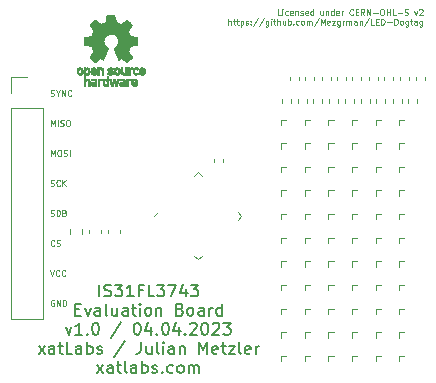
<source format=gbr>
%TF.GenerationSoftware,KiCad,Pcbnew,7.0.1*%
%TF.CreationDate,2023-04-05T13:45:38+02:00*%
%TF.ProjectId,LED_Driver_Evaluation,4c45445f-4472-4697-9665-725f4576616c,1.0*%
%TF.SameCoordinates,Original*%
%TF.FileFunction,Legend,Top*%
%TF.FilePolarity,Positive*%
%FSLAX46Y46*%
G04 Gerber Fmt 4.6, Leading zero omitted, Abs format (unit mm)*
G04 Created by KiCad (PCBNEW 7.0.1) date 2023-04-05 13:45:38*
%MOMM*%
%LPD*%
G01*
G04 APERTURE LIST*
%ADD10C,0.100000*%
%ADD11C,0.150000*%
%ADD12C,0.010000*%
%ADD13C,0.120000*%
%ADD14C,0.050000*%
G04 APERTURE END LIST*
D10*
X135380953Y-52023809D02*
X135142858Y-52023809D01*
X135142858Y-52023809D02*
X135142858Y-51523809D01*
X135547620Y-52023809D02*
X135547620Y-51690476D01*
X135547620Y-51523809D02*
X135523811Y-51547619D01*
X135523811Y-51547619D02*
X135547620Y-51571428D01*
X135547620Y-51571428D02*
X135571430Y-51547619D01*
X135571430Y-51547619D02*
X135547620Y-51523809D01*
X135547620Y-51523809D02*
X135547620Y-51571428D01*
X136000001Y-52000000D02*
X135952382Y-52023809D01*
X135952382Y-52023809D02*
X135857144Y-52023809D01*
X135857144Y-52023809D02*
X135809525Y-52000000D01*
X135809525Y-52000000D02*
X135785715Y-51976190D01*
X135785715Y-51976190D02*
X135761906Y-51928571D01*
X135761906Y-51928571D02*
X135761906Y-51785714D01*
X135761906Y-51785714D02*
X135785715Y-51738095D01*
X135785715Y-51738095D02*
X135809525Y-51714285D01*
X135809525Y-51714285D02*
X135857144Y-51690476D01*
X135857144Y-51690476D02*
X135952382Y-51690476D01*
X135952382Y-51690476D02*
X136000001Y-51714285D01*
X136404762Y-52000000D02*
X136357143Y-52023809D01*
X136357143Y-52023809D02*
X136261905Y-52023809D01*
X136261905Y-52023809D02*
X136214286Y-52000000D01*
X136214286Y-52000000D02*
X136190477Y-51952380D01*
X136190477Y-51952380D02*
X136190477Y-51761904D01*
X136190477Y-51761904D02*
X136214286Y-51714285D01*
X136214286Y-51714285D02*
X136261905Y-51690476D01*
X136261905Y-51690476D02*
X136357143Y-51690476D01*
X136357143Y-51690476D02*
X136404762Y-51714285D01*
X136404762Y-51714285D02*
X136428572Y-51761904D01*
X136428572Y-51761904D02*
X136428572Y-51809523D01*
X136428572Y-51809523D02*
X136190477Y-51857142D01*
X136642857Y-51690476D02*
X136642857Y-52023809D01*
X136642857Y-51738095D02*
X136666667Y-51714285D01*
X136666667Y-51714285D02*
X136714286Y-51690476D01*
X136714286Y-51690476D02*
X136785714Y-51690476D01*
X136785714Y-51690476D02*
X136833333Y-51714285D01*
X136833333Y-51714285D02*
X136857143Y-51761904D01*
X136857143Y-51761904D02*
X136857143Y-52023809D01*
X137071429Y-52000000D02*
X137119048Y-52023809D01*
X137119048Y-52023809D02*
X137214286Y-52023809D01*
X137214286Y-52023809D02*
X137261905Y-52000000D01*
X137261905Y-52000000D02*
X137285714Y-51952380D01*
X137285714Y-51952380D02*
X137285714Y-51928571D01*
X137285714Y-51928571D02*
X137261905Y-51880952D01*
X137261905Y-51880952D02*
X137214286Y-51857142D01*
X137214286Y-51857142D02*
X137142857Y-51857142D01*
X137142857Y-51857142D02*
X137095238Y-51833333D01*
X137095238Y-51833333D02*
X137071429Y-51785714D01*
X137071429Y-51785714D02*
X137071429Y-51761904D01*
X137071429Y-51761904D02*
X137095238Y-51714285D01*
X137095238Y-51714285D02*
X137142857Y-51690476D01*
X137142857Y-51690476D02*
X137214286Y-51690476D01*
X137214286Y-51690476D02*
X137261905Y-51714285D01*
X137690476Y-52000000D02*
X137642857Y-52023809D01*
X137642857Y-52023809D02*
X137547619Y-52023809D01*
X137547619Y-52023809D02*
X137500000Y-52000000D01*
X137500000Y-52000000D02*
X137476191Y-51952380D01*
X137476191Y-51952380D02*
X137476191Y-51761904D01*
X137476191Y-51761904D02*
X137500000Y-51714285D01*
X137500000Y-51714285D02*
X137547619Y-51690476D01*
X137547619Y-51690476D02*
X137642857Y-51690476D01*
X137642857Y-51690476D02*
X137690476Y-51714285D01*
X137690476Y-51714285D02*
X137714286Y-51761904D01*
X137714286Y-51761904D02*
X137714286Y-51809523D01*
X137714286Y-51809523D02*
X137476191Y-51857142D01*
X138142857Y-52023809D02*
X138142857Y-51523809D01*
X138142857Y-52000000D02*
X138095238Y-52023809D01*
X138095238Y-52023809D02*
X138000000Y-52023809D01*
X138000000Y-52023809D02*
X137952381Y-52000000D01*
X137952381Y-52000000D02*
X137928571Y-51976190D01*
X137928571Y-51976190D02*
X137904762Y-51928571D01*
X137904762Y-51928571D02*
X137904762Y-51785714D01*
X137904762Y-51785714D02*
X137928571Y-51738095D01*
X137928571Y-51738095D02*
X137952381Y-51714285D01*
X137952381Y-51714285D02*
X138000000Y-51690476D01*
X138000000Y-51690476D02*
X138095238Y-51690476D01*
X138095238Y-51690476D02*
X138142857Y-51714285D01*
X138976190Y-51690476D02*
X138976190Y-52023809D01*
X138761904Y-51690476D02*
X138761904Y-51952380D01*
X138761904Y-51952380D02*
X138785714Y-52000000D01*
X138785714Y-52000000D02*
X138833333Y-52023809D01*
X138833333Y-52023809D02*
X138904761Y-52023809D01*
X138904761Y-52023809D02*
X138952380Y-52000000D01*
X138952380Y-52000000D02*
X138976190Y-51976190D01*
X139214285Y-51690476D02*
X139214285Y-52023809D01*
X139214285Y-51738095D02*
X139238095Y-51714285D01*
X139238095Y-51714285D02*
X139285714Y-51690476D01*
X139285714Y-51690476D02*
X139357142Y-51690476D01*
X139357142Y-51690476D02*
X139404761Y-51714285D01*
X139404761Y-51714285D02*
X139428571Y-51761904D01*
X139428571Y-51761904D02*
X139428571Y-52023809D01*
X139880952Y-52023809D02*
X139880952Y-51523809D01*
X139880952Y-52000000D02*
X139833333Y-52023809D01*
X139833333Y-52023809D02*
X139738095Y-52023809D01*
X139738095Y-52023809D02*
X139690476Y-52000000D01*
X139690476Y-52000000D02*
X139666666Y-51976190D01*
X139666666Y-51976190D02*
X139642857Y-51928571D01*
X139642857Y-51928571D02*
X139642857Y-51785714D01*
X139642857Y-51785714D02*
X139666666Y-51738095D01*
X139666666Y-51738095D02*
X139690476Y-51714285D01*
X139690476Y-51714285D02*
X139738095Y-51690476D01*
X139738095Y-51690476D02*
X139833333Y-51690476D01*
X139833333Y-51690476D02*
X139880952Y-51714285D01*
X140309523Y-52000000D02*
X140261904Y-52023809D01*
X140261904Y-52023809D02*
X140166666Y-52023809D01*
X140166666Y-52023809D02*
X140119047Y-52000000D01*
X140119047Y-52000000D02*
X140095238Y-51952380D01*
X140095238Y-51952380D02*
X140095238Y-51761904D01*
X140095238Y-51761904D02*
X140119047Y-51714285D01*
X140119047Y-51714285D02*
X140166666Y-51690476D01*
X140166666Y-51690476D02*
X140261904Y-51690476D01*
X140261904Y-51690476D02*
X140309523Y-51714285D01*
X140309523Y-51714285D02*
X140333333Y-51761904D01*
X140333333Y-51761904D02*
X140333333Y-51809523D01*
X140333333Y-51809523D02*
X140095238Y-51857142D01*
X140547618Y-52023809D02*
X140547618Y-51690476D01*
X140547618Y-51785714D02*
X140571428Y-51738095D01*
X140571428Y-51738095D02*
X140595237Y-51714285D01*
X140595237Y-51714285D02*
X140642856Y-51690476D01*
X140642856Y-51690476D02*
X140690475Y-51690476D01*
X141523808Y-51976190D02*
X141499999Y-52000000D01*
X141499999Y-52000000D02*
X141428570Y-52023809D01*
X141428570Y-52023809D02*
X141380951Y-52023809D01*
X141380951Y-52023809D02*
X141309523Y-52000000D01*
X141309523Y-52000000D02*
X141261904Y-51952380D01*
X141261904Y-51952380D02*
X141238094Y-51904761D01*
X141238094Y-51904761D02*
X141214285Y-51809523D01*
X141214285Y-51809523D02*
X141214285Y-51738095D01*
X141214285Y-51738095D02*
X141238094Y-51642857D01*
X141238094Y-51642857D02*
X141261904Y-51595238D01*
X141261904Y-51595238D02*
X141309523Y-51547619D01*
X141309523Y-51547619D02*
X141380951Y-51523809D01*
X141380951Y-51523809D02*
X141428570Y-51523809D01*
X141428570Y-51523809D02*
X141499999Y-51547619D01*
X141499999Y-51547619D02*
X141523808Y-51571428D01*
X141738094Y-51761904D02*
X141904761Y-51761904D01*
X141976189Y-52023809D02*
X141738094Y-52023809D01*
X141738094Y-52023809D02*
X141738094Y-51523809D01*
X141738094Y-51523809D02*
X141976189Y-51523809D01*
X142476189Y-52023809D02*
X142309523Y-51785714D01*
X142190475Y-52023809D02*
X142190475Y-51523809D01*
X142190475Y-51523809D02*
X142380951Y-51523809D01*
X142380951Y-51523809D02*
X142428570Y-51547619D01*
X142428570Y-51547619D02*
X142452380Y-51571428D01*
X142452380Y-51571428D02*
X142476189Y-51619047D01*
X142476189Y-51619047D02*
X142476189Y-51690476D01*
X142476189Y-51690476D02*
X142452380Y-51738095D01*
X142452380Y-51738095D02*
X142428570Y-51761904D01*
X142428570Y-51761904D02*
X142380951Y-51785714D01*
X142380951Y-51785714D02*
X142190475Y-51785714D01*
X142690475Y-52023809D02*
X142690475Y-51523809D01*
X142690475Y-51523809D02*
X142976189Y-52023809D01*
X142976189Y-52023809D02*
X142976189Y-51523809D01*
X143214285Y-51833333D02*
X143595238Y-51833333D01*
X143928571Y-51523809D02*
X144023809Y-51523809D01*
X144023809Y-51523809D02*
X144071428Y-51547619D01*
X144071428Y-51547619D02*
X144119047Y-51595238D01*
X144119047Y-51595238D02*
X144142857Y-51690476D01*
X144142857Y-51690476D02*
X144142857Y-51857142D01*
X144142857Y-51857142D02*
X144119047Y-51952380D01*
X144119047Y-51952380D02*
X144071428Y-52000000D01*
X144071428Y-52000000D02*
X144023809Y-52023809D01*
X144023809Y-52023809D02*
X143928571Y-52023809D01*
X143928571Y-52023809D02*
X143880952Y-52000000D01*
X143880952Y-52000000D02*
X143833333Y-51952380D01*
X143833333Y-51952380D02*
X143809524Y-51857142D01*
X143809524Y-51857142D02*
X143809524Y-51690476D01*
X143809524Y-51690476D02*
X143833333Y-51595238D01*
X143833333Y-51595238D02*
X143880952Y-51547619D01*
X143880952Y-51547619D02*
X143928571Y-51523809D01*
X144357143Y-52023809D02*
X144357143Y-51523809D01*
X144357143Y-51761904D02*
X144642857Y-51761904D01*
X144642857Y-52023809D02*
X144642857Y-51523809D01*
X145119048Y-52023809D02*
X144880953Y-52023809D01*
X144880953Y-52023809D02*
X144880953Y-51523809D01*
X145285715Y-51833333D02*
X145666668Y-51833333D01*
X145880954Y-52000000D02*
X145952382Y-52023809D01*
X145952382Y-52023809D02*
X146071430Y-52023809D01*
X146071430Y-52023809D02*
X146119049Y-52000000D01*
X146119049Y-52000000D02*
X146142858Y-51976190D01*
X146142858Y-51976190D02*
X146166668Y-51928571D01*
X146166668Y-51928571D02*
X146166668Y-51880952D01*
X146166668Y-51880952D02*
X146142858Y-51833333D01*
X146142858Y-51833333D02*
X146119049Y-51809523D01*
X146119049Y-51809523D02*
X146071430Y-51785714D01*
X146071430Y-51785714D02*
X145976192Y-51761904D01*
X145976192Y-51761904D02*
X145928573Y-51738095D01*
X145928573Y-51738095D02*
X145904763Y-51714285D01*
X145904763Y-51714285D02*
X145880954Y-51666666D01*
X145880954Y-51666666D02*
X145880954Y-51619047D01*
X145880954Y-51619047D02*
X145904763Y-51571428D01*
X145904763Y-51571428D02*
X145928573Y-51547619D01*
X145928573Y-51547619D02*
X145976192Y-51523809D01*
X145976192Y-51523809D02*
X146095239Y-51523809D01*
X146095239Y-51523809D02*
X146166668Y-51547619D01*
X146714286Y-51690476D02*
X146833334Y-52023809D01*
X146833334Y-52023809D02*
X146952381Y-51690476D01*
X147119048Y-51571428D02*
X147142857Y-51547619D01*
X147142857Y-51547619D02*
X147190476Y-51523809D01*
X147190476Y-51523809D02*
X147309524Y-51523809D01*
X147309524Y-51523809D02*
X147357143Y-51547619D01*
X147357143Y-51547619D02*
X147380952Y-51571428D01*
X147380952Y-51571428D02*
X147404762Y-51619047D01*
X147404762Y-51619047D02*
X147404762Y-51666666D01*
X147404762Y-51666666D02*
X147380952Y-51738095D01*
X147380952Y-51738095D02*
X147095238Y-52023809D01*
X147095238Y-52023809D02*
X147404762Y-52023809D01*
X130976188Y-52833809D02*
X130976188Y-52333809D01*
X131190474Y-52833809D02*
X131190474Y-52571904D01*
X131190474Y-52571904D02*
X131166664Y-52524285D01*
X131166664Y-52524285D02*
X131119045Y-52500476D01*
X131119045Y-52500476D02*
X131047617Y-52500476D01*
X131047617Y-52500476D02*
X130999998Y-52524285D01*
X130999998Y-52524285D02*
X130976188Y-52548095D01*
X131357141Y-52500476D02*
X131547617Y-52500476D01*
X131428569Y-52333809D02*
X131428569Y-52762380D01*
X131428569Y-52762380D02*
X131452379Y-52810000D01*
X131452379Y-52810000D02*
X131499998Y-52833809D01*
X131499998Y-52833809D02*
X131547617Y-52833809D01*
X131642855Y-52500476D02*
X131833331Y-52500476D01*
X131714283Y-52333809D02*
X131714283Y-52762380D01*
X131714283Y-52762380D02*
X131738093Y-52810000D01*
X131738093Y-52810000D02*
X131785712Y-52833809D01*
X131785712Y-52833809D02*
X131833331Y-52833809D01*
X131999997Y-52500476D02*
X131999997Y-53000476D01*
X131999997Y-52524285D02*
X132047616Y-52500476D01*
X132047616Y-52500476D02*
X132142854Y-52500476D01*
X132142854Y-52500476D02*
X132190473Y-52524285D01*
X132190473Y-52524285D02*
X132214283Y-52548095D01*
X132214283Y-52548095D02*
X132238092Y-52595714D01*
X132238092Y-52595714D02*
X132238092Y-52738571D01*
X132238092Y-52738571D02*
X132214283Y-52786190D01*
X132214283Y-52786190D02*
X132190473Y-52810000D01*
X132190473Y-52810000D02*
X132142854Y-52833809D01*
X132142854Y-52833809D02*
X132047616Y-52833809D01*
X132047616Y-52833809D02*
X131999997Y-52810000D01*
X132428569Y-52810000D02*
X132476188Y-52833809D01*
X132476188Y-52833809D02*
X132571426Y-52833809D01*
X132571426Y-52833809D02*
X132619045Y-52810000D01*
X132619045Y-52810000D02*
X132642854Y-52762380D01*
X132642854Y-52762380D02*
X132642854Y-52738571D01*
X132642854Y-52738571D02*
X132619045Y-52690952D01*
X132619045Y-52690952D02*
X132571426Y-52667142D01*
X132571426Y-52667142D02*
X132499997Y-52667142D01*
X132499997Y-52667142D02*
X132452378Y-52643333D01*
X132452378Y-52643333D02*
X132428569Y-52595714D01*
X132428569Y-52595714D02*
X132428569Y-52571904D01*
X132428569Y-52571904D02*
X132452378Y-52524285D01*
X132452378Y-52524285D02*
X132499997Y-52500476D01*
X132499997Y-52500476D02*
X132571426Y-52500476D01*
X132571426Y-52500476D02*
X132619045Y-52524285D01*
X132857140Y-52786190D02*
X132880950Y-52810000D01*
X132880950Y-52810000D02*
X132857140Y-52833809D01*
X132857140Y-52833809D02*
X132833331Y-52810000D01*
X132833331Y-52810000D02*
X132857140Y-52786190D01*
X132857140Y-52786190D02*
X132857140Y-52833809D01*
X132857140Y-52524285D02*
X132880950Y-52548095D01*
X132880950Y-52548095D02*
X132857140Y-52571904D01*
X132857140Y-52571904D02*
X132833331Y-52548095D01*
X132833331Y-52548095D02*
X132857140Y-52524285D01*
X132857140Y-52524285D02*
X132857140Y-52571904D01*
X133452378Y-52310000D02*
X133023807Y-52952857D01*
X133976188Y-52310000D02*
X133547617Y-52952857D01*
X134357141Y-52500476D02*
X134357141Y-52905238D01*
X134357141Y-52905238D02*
X134333331Y-52952857D01*
X134333331Y-52952857D02*
X134309522Y-52976666D01*
X134309522Y-52976666D02*
X134261903Y-53000476D01*
X134261903Y-53000476D02*
X134190474Y-53000476D01*
X134190474Y-53000476D02*
X134142855Y-52976666D01*
X134357141Y-52810000D02*
X134309522Y-52833809D01*
X134309522Y-52833809D02*
X134214284Y-52833809D01*
X134214284Y-52833809D02*
X134166665Y-52810000D01*
X134166665Y-52810000D02*
X134142855Y-52786190D01*
X134142855Y-52786190D02*
X134119046Y-52738571D01*
X134119046Y-52738571D02*
X134119046Y-52595714D01*
X134119046Y-52595714D02*
X134142855Y-52548095D01*
X134142855Y-52548095D02*
X134166665Y-52524285D01*
X134166665Y-52524285D02*
X134214284Y-52500476D01*
X134214284Y-52500476D02*
X134309522Y-52500476D01*
X134309522Y-52500476D02*
X134357141Y-52524285D01*
X134595236Y-52833809D02*
X134595236Y-52500476D01*
X134595236Y-52333809D02*
X134571427Y-52357619D01*
X134571427Y-52357619D02*
X134595236Y-52381428D01*
X134595236Y-52381428D02*
X134619046Y-52357619D01*
X134619046Y-52357619D02*
X134595236Y-52333809D01*
X134595236Y-52333809D02*
X134595236Y-52381428D01*
X134761903Y-52500476D02*
X134952379Y-52500476D01*
X134833331Y-52333809D02*
X134833331Y-52762380D01*
X134833331Y-52762380D02*
X134857141Y-52810000D01*
X134857141Y-52810000D02*
X134904760Y-52833809D01*
X134904760Y-52833809D02*
X134952379Y-52833809D01*
X135119045Y-52833809D02*
X135119045Y-52333809D01*
X135333331Y-52833809D02*
X135333331Y-52571904D01*
X135333331Y-52571904D02*
X135309521Y-52524285D01*
X135309521Y-52524285D02*
X135261902Y-52500476D01*
X135261902Y-52500476D02*
X135190474Y-52500476D01*
X135190474Y-52500476D02*
X135142855Y-52524285D01*
X135142855Y-52524285D02*
X135119045Y-52548095D01*
X135785712Y-52500476D02*
X135785712Y-52833809D01*
X135571426Y-52500476D02*
X135571426Y-52762380D01*
X135571426Y-52762380D02*
X135595236Y-52810000D01*
X135595236Y-52810000D02*
X135642855Y-52833809D01*
X135642855Y-52833809D02*
X135714283Y-52833809D01*
X135714283Y-52833809D02*
X135761902Y-52810000D01*
X135761902Y-52810000D02*
X135785712Y-52786190D01*
X136023807Y-52833809D02*
X136023807Y-52333809D01*
X136023807Y-52524285D02*
X136071426Y-52500476D01*
X136071426Y-52500476D02*
X136166664Y-52500476D01*
X136166664Y-52500476D02*
X136214283Y-52524285D01*
X136214283Y-52524285D02*
X136238093Y-52548095D01*
X136238093Y-52548095D02*
X136261902Y-52595714D01*
X136261902Y-52595714D02*
X136261902Y-52738571D01*
X136261902Y-52738571D02*
X136238093Y-52786190D01*
X136238093Y-52786190D02*
X136214283Y-52810000D01*
X136214283Y-52810000D02*
X136166664Y-52833809D01*
X136166664Y-52833809D02*
X136071426Y-52833809D01*
X136071426Y-52833809D02*
X136023807Y-52810000D01*
X136476188Y-52786190D02*
X136499998Y-52810000D01*
X136499998Y-52810000D02*
X136476188Y-52833809D01*
X136476188Y-52833809D02*
X136452379Y-52810000D01*
X136452379Y-52810000D02*
X136476188Y-52786190D01*
X136476188Y-52786190D02*
X136476188Y-52833809D01*
X136928569Y-52810000D02*
X136880950Y-52833809D01*
X136880950Y-52833809D02*
X136785712Y-52833809D01*
X136785712Y-52833809D02*
X136738093Y-52810000D01*
X136738093Y-52810000D02*
X136714283Y-52786190D01*
X136714283Y-52786190D02*
X136690474Y-52738571D01*
X136690474Y-52738571D02*
X136690474Y-52595714D01*
X136690474Y-52595714D02*
X136714283Y-52548095D01*
X136714283Y-52548095D02*
X136738093Y-52524285D01*
X136738093Y-52524285D02*
X136785712Y-52500476D01*
X136785712Y-52500476D02*
X136880950Y-52500476D01*
X136880950Y-52500476D02*
X136928569Y-52524285D01*
X137214283Y-52833809D02*
X137166664Y-52810000D01*
X137166664Y-52810000D02*
X137142854Y-52786190D01*
X137142854Y-52786190D02*
X137119045Y-52738571D01*
X137119045Y-52738571D02*
X137119045Y-52595714D01*
X137119045Y-52595714D02*
X137142854Y-52548095D01*
X137142854Y-52548095D02*
X137166664Y-52524285D01*
X137166664Y-52524285D02*
X137214283Y-52500476D01*
X137214283Y-52500476D02*
X137285711Y-52500476D01*
X137285711Y-52500476D02*
X137333330Y-52524285D01*
X137333330Y-52524285D02*
X137357140Y-52548095D01*
X137357140Y-52548095D02*
X137380949Y-52595714D01*
X137380949Y-52595714D02*
X137380949Y-52738571D01*
X137380949Y-52738571D02*
X137357140Y-52786190D01*
X137357140Y-52786190D02*
X137333330Y-52810000D01*
X137333330Y-52810000D02*
X137285711Y-52833809D01*
X137285711Y-52833809D02*
X137214283Y-52833809D01*
X137595235Y-52833809D02*
X137595235Y-52500476D01*
X137595235Y-52548095D02*
X137619045Y-52524285D01*
X137619045Y-52524285D02*
X137666664Y-52500476D01*
X137666664Y-52500476D02*
X137738092Y-52500476D01*
X137738092Y-52500476D02*
X137785711Y-52524285D01*
X137785711Y-52524285D02*
X137809521Y-52571904D01*
X137809521Y-52571904D02*
X137809521Y-52833809D01*
X137809521Y-52571904D02*
X137833330Y-52524285D01*
X137833330Y-52524285D02*
X137880949Y-52500476D01*
X137880949Y-52500476D02*
X137952378Y-52500476D01*
X137952378Y-52500476D02*
X137999997Y-52524285D01*
X137999997Y-52524285D02*
X138023807Y-52571904D01*
X138023807Y-52571904D02*
X138023807Y-52833809D01*
X138619045Y-52310000D02*
X138190474Y-52952857D01*
X138785712Y-52833809D02*
X138785712Y-52333809D01*
X138785712Y-52333809D02*
X138952379Y-52690952D01*
X138952379Y-52690952D02*
X139119045Y-52333809D01*
X139119045Y-52333809D02*
X139119045Y-52833809D01*
X139547617Y-52810000D02*
X139499998Y-52833809D01*
X139499998Y-52833809D02*
X139404760Y-52833809D01*
X139404760Y-52833809D02*
X139357141Y-52810000D01*
X139357141Y-52810000D02*
X139333332Y-52762380D01*
X139333332Y-52762380D02*
X139333332Y-52571904D01*
X139333332Y-52571904D02*
X139357141Y-52524285D01*
X139357141Y-52524285D02*
X139404760Y-52500476D01*
X139404760Y-52500476D02*
X139499998Y-52500476D01*
X139499998Y-52500476D02*
X139547617Y-52524285D01*
X139547617Y-52524285D02*
X139571427Y-52571904D01*
X139571427Y-52571904D02*
X139571427Y-52619523D01*
X139571427Y-52619523D02*
X139333332Y-52667142D01*
X139738093Y-52500476D02*
X139999998Y-52500476D01*
X139999998Y-52500476D02*
X139738093Y-52833809D01*
X139738093Y-52833809D02*
X139999998Y-52833809D01*
X140404760Y-52500476D02*
X140404760Y-52905238D01*
X140404760Y-52905238D02*
X140380950Y-52952857D01*
X140380950Y-52952857D02*
X140357141Y-52976666D01*
X140357141Y-52976666D02*
X140309522Y-53000476D01*
X140309522Y-53000476D02*
X140238093Y-53000476D01*
X140238093Y-53000476D02*
X140190474Y-52976666D01*
X140404760Y-52810000D02*
X140357141Y-52833809D01*
X140357141Y-52833809D02*
X140261903Y-52833809D01*
X140261903Y-52833809D02*
X140214284Y-52810000D01*
X140214284Y-52810000D02*
X140190474Y-52786190D01*
X140190474Y-52786190D02*
X140166665Y-52738571D01*
X140166665Y-52738571D02*
X140166665Y-52595714D01*
X140166665Y-52595714D02*
X140190474Y-52548095D01*
X140190474Y-52548095D02*
X140214284Y-52524285D01*
X140214284Y-52524285D02*
X140261903Y-52500476D01*
X140261903Y-52500476D02*
X140357141Y-52500476D01*
X140357141Y-52500476D02*
X140404760Y-52524285D01*
X140642855Y-52833809D02*
X140642855Y-52500476D01*
X140642855Y-52595714D02*
X140666665Y-52548095D01*
X140666665Y-52548095D02*
X140690474Y-52524285D01*
X140690474Y-52524285D02*
X140738093Y-52500476D01*
X140738093Y-52500476D02*
X140785712Y-52500476D01*
X140952379Y-52833809D02*
X140952379Y-52500476D01*
X140952379Y-52548095D02*
X140976189Y-52524285D01*
X140976189Y-52524285D02*
X141023808Y-52500476D01*
X141023808Y-52500476D02*
X141095236Y-52500476D01*
X141095236Y-52500476D02*
X141142855Y-52524285D01*
X141142855Y-52524285D02*
X141166665Y-52571904D01*
X141166665Y-52571904D02*
X141166665Y-52833809D01*
X141166665Y-52571904D02*
X141190474Y-52524285D01*
X141190474Y-52524285D02*
X141238093Y-52500476D01*
X141238093Y-52500476D02*
X141309522Y-52500476D01*
X141309522Y-52500476D02*
X141357141Y-52524285D01*
X141357141Y-52524285D02*
X141380951Y-52571904D01*
X141380951Y-52571904D02*
X141380951Y-52833809D01*
X141833332Y-52833809D02*
X141833332Y-52571904D01*
X141833332Y-52571904D02*
X141809522Y-52524285D01*
X141809522Y-52524285D02*
X141761903Y-52500476D01*
X141761903Y-52500476D02*
X141666665Y-52500476D01*
X141666665Y-52500476D02*
X141619046Y-52524285D01*
X141833332Y-52810000D02*
X141785713Y-52833809D01*
X141785713Y-52833809D02*
X141666665Y-52833809D01*
X141666665Y-52833809D02*
X141619046Y-52810000D01*
X141619046Y-52810000D02*
X141595237Y-52762380D01*
X141595237Y-52762380D02*
X141595237Y-52714761D01*
X141595237Y-52714761D02*
X141619046Y-52667142D01*
X141619046Y-52667142D02*
X141666665Y-52643333D01*
X141666665Y-52643333D02*
X141785713Y-52643333D01*
X141785713Y-52643333D02*
X141833332Y-52619523D01*
X142071427Y-52500476D02*
X142071427Y-52833809D01*
X142071427Y-52548095D02*
X142095237Y-52524285D01*
X142095237Y-52524285D02*
X142142856Y-52500476D01*
X142142856Y-52500476D02*
X142214284Y-52500476D01*
X142214284Y-52500476D02*
X142261903Y-52524285D01*
X142261903Y-52524285D02*
X142285713Y-52571904D01*
X142285713Y-52571904D02*
X142285713Y-52833809D01*
X142880951Y-52310000D02*
X142452380Y-52952857D01*
X143285713Y-52833809D02*
X143047618Y-52833809D01*
X143047618Y-52833809D02*
X143047618Y-52333809D01*
X143452380Y-52571904D02*
X143619047Y-52571904D01*
X143690475Y-52833809D02*
X143452380Y-52833809D01*
X143452380Y-52833809D02*
X143452380Y-52333809D01*
X143452380Y-52333809D02*
X143690475Y-52333809D01*
X143904761Y-52833809D02*
X143904761Y-52333809D01*
X143904761Y-52333809D02*
X144023809Y-52333809D01*
X144023809Y-52333809D02*
X144095237Y-52357619D01*
X144095237Y-52357619D02*
X144142856Y-52405238D01*
X144142856Y-52405238D02*
X144166666Y-52452857D01*
X144166666Y-52452857D02*
X144190475Y-52548095D01*
X144190475Y-52548095D02*
X144190475Y-52619523D01*
X144190475Y-52619523D02*
X144166666Y-52714761D01*
X144166666Y-52714761D02*
X144142856Y-52762380D01*
X144142856Y-52762380D02*
X144095237Y-52810000D01*
X144095237Y-52810000D02*
X144023809Y-52833809D01*
X144023809Y-52833809D02*
X143904761Y-52833809D01*
X144404761Y-52643333D02*
X144785714Y-52643333D01*
X145023809Y-52833809D02*
X145023809Y-52333809D01*
X145023809Y-52333809D02*
X145142857Y-52333809D01*
X145142857Y-52333809D02*
X145214285Y-52357619D01*
X145214285Y-52357619D02*
X145261904Y-52405238D01*
X145261904Y-52405238D02*
X145285714Y-52452857D01*
X145285714Y-52452857D02*
X145309523Y-52548095D01*
X145309523Y-52548095D02*
X145309523Y-52619523D01*
X145309523Y-52619523D02*
X145285714Y-52714761D01*
X145285714Y-52714761D02*
X145261904Y-52762380D01*
X145261904Y-52762380D02*
X145214285Y-52810000D01*
X145214285Y-52810000D02*
X145142857Y-52833809D01*
X145142857Y-52833809D02*
X145023809Y-52833809D01*
X145595238Y-52833809D02*
X145547619Y-52810000D01*
X145547619Y-52810000D02*
X145523809Y-52786190D01*
X145523809Y-52786190D02*
X145500000Y-52738571D01*
X145500000Y-52738571D02*
X145500000Y-52595714D01*
X145500000Y-52595714D02*
X145523809Y-52548095D01*
X145523809Y-52548095D02*
X145547619Y-52524285D01*
X145547619Y-52524285D02*
X145595238Y-52500476D01*
X145595238Y-52500476D02*
X145666666Y-52500476D01*
X145666666Y-52500476D02*
X145714285Y-52524285D01*
X145714285Y-52524285D02*
X145738095Y-52548095D01*
X145738095Y-52548095D02*
X145761904Y-52595714D01*
X145761904Y-52595714D02*
X145761904Y-52738571D01*
X145761904Y-52738571D02*
X145738095Y-52786190D01*
X145738095Y-52786190D02*
X145714285Y-52810000D01*
X145714285Y-52810000D02*
X145666666Y-52833809D01*
X145666666Y-52833809D02*
X145595238Y-52833809D01*
X146190476Y-52500476D02*
X146190476Y-52905238D01*
X146190476Y-52905238D02*
X146166666Y-52952857D01*
X146166666Y-52952857D02*
X146142857Y-52976666D01*
X146142857Y-52976666D02*
X146095238Y-53000476D01*
X146095238Y-53000476D02*
X146023809Y-53000476D01*
X146023809Y-53000476D02*
X145976190Y-52976666D01*
X146190476Y-52810000D02*
X146142857Y-52833809D01*
X146142857Y-52833809D02*
X146047619Y-52833809D01*
X146047619Y-52833809D02*
X146000000Y-52810000D01*
X146000000Y-52810000D02*
X145976190Y-52786190D01*
X145976190Y-52786190D02*
X145952381Y-52738571D01*
X145952381Y-52738571D02*
X145952381Y-52595714D01*
X145952381Y-52595714D02*
X145976190Y-52548095D01*
X145976190Y-52548095D02*
X146000000Y-52524285D01*
X146000000Y-52524285D02*
X146047619Y-52500476D01*
X146047619Y-52500476D02*
X146142857Y-52500476D01*
X146142857Y-52500476D02*
X146190476Y-52524285D01*
X146357143Y-52500476D02*
X146547619Y-52500476D01*
X146428571Y-52333809D02*
X146428571Y-52762380D01*
X146428571Y-52762380D02*
X146452381Y-52810000D01*
X146452381Y-52810000D02*
X146500000Y-52833809D01*
X146500000Y-52833809D02*
X146547619Y-52833809D01*
X146928571Y-52833809D02*
X146928571Y-52571904D01*
X146928571Y-52571904D02*
X146904761Y-52524285D01*
X146904761Y-52524285D02*
X146857142Y-52500476D01*
X146857142Y-52500476D02*
X146761904Y-52500476D01*
X146761904Y-52500476D02*
X146714285Y-52524285D01*
X146928571Y-52810000D02*
X146880952Y-52833809D01*
X146880952Y-52833809D02*
X146761904Y-52833809D01*
X146761904Y-52833809D02*
X146714285Y-52810000D01*
X146714285Y-52810000D02*
X146690476Y-52762380D01*
X146690476Y-52762380D02*
X146690476Y-52714761D01*
X146690476Y-52714761D02*
X146714285Y-52667142D01*
X146714285Y-52667142D02*
X146761904Y-52643333D01*
X146761904Y-52643333D02*
X146880952Y-52643333D01*
X146880952Y-52643333D02*
X146928571Y-52619523D01*
X147380952Y-52500476D02*
X147380952Y-52905238D01*
X147380952Y-52905238D02*
X147357142Y-52952857D01*
X147357142Y-52952857D02*
X147333333Y-52976666D01*
X147333333Y-52976666D02*
X147285714Y-53000476D01*
X147285714Y-53000476D02*
X147214285Y-53000476D01*
X147214285Y-53000476D02*
X147166666Y-52976666D01*
X147380952Y-52810000D02*
X147333333Y-52833809D01*
X147333333Y-52833809D02*
X147238095Y-52833809D01*
X147238095Y-52833809D02*
X147190476Y-52810000D01*
X147190476Y-52810000D02*
X147166666Y-52786190D01*
X147166666Y-52786190D02*
X147142857Y-52738571D01*
X147142857Y-52738571D02*
X147142857Y-52595714D01*
X147142857Y-52595714D02*
X147166666Y-52548095D01*
X147166666Y-52548095D02*
X147190476Y-52524285D01*
X147190476Y-52524285D02*
X147238095Y-52500476D01*
X147238095Y-52500476D02*
X147333333Y-52500476D01*
X147333333Y-52500476D02*
X147380952Y-52524285D01*
X115919238Y-66463000D02*
X115990666Y-66486809D01*
X115990666Y-66486809D02*
X116109714Y-66486809D01*
X116109714Y-66486809D02*
X116157333Y-66463000D01*
X116157333Y-66463000D02*
X116181142Y-66439190D01*
X116181142Y-66439190D02*
X116204952Y-66391571D01*
X116204952Y-66391571D02*
X116204952Y-66343952D01*
X116204952Y-66343952D02*
X116181142Y-66296333D01*
X116181142Y-66296333D02*
X116157333Y-66272523D01*
X116157333Y-66272523D02*
X116109714Y-66248714D01*
X116109714Y-66248714D02*
X116014476Y-66224904D01*
X116014476Y-66224904D02*
X115966857Y-66201095D01*
X115966857Y-66201095D02*
X115943047Y-66177285D01*
X115943047Y-66177285D02*
X115919238Y-66129666D01*
X115919238Y-66129666D02*
X115919238Y-66082047D01*
X115919238Y-66082047D02*
X115943047Y-66034428D01*
X115943047Y-66034428D02*
X115966857Y-66010619D01*
X115966857Y-66010619D02*
X116014476Y-65986809D01*
X116014476Y-65986809D02*
X116133523Y-65986809D01*
X116133523Y-65986809D02*
X116204952Y-66010619D01*
X116704951Y-66439190D02*
X116681142Y-66463000D01*
X116681142Y-66463000D02*
X116609713Y-66486809D01*
X116609713Y-66486809D02*
X116562094Y-66486809D01*
X116562094Y-66486809D02*
X116490666Y-66463000D01*
X116490666Y-66463000D02*
X116443047Y-66415380D01*
X116443047Y-66415380D02*
X116419237Y-66367761D01*
X116419237Y-66367761D02*
X116395428Y-66272523D01*
X116395428Y-66272523D02*
X116395428Y-66201095D01*
X116395428Y-66201095D02*
X116419237Y-66105857D01*
X116419237Y-66105857D02*
X116443047Y-66058238D01*
X116443047Y-66058238D02*
X116490666Y-66010619D01*
X116490666Y-66010619D02*
X116562094Y-65986809D01*
X116562094Y-65986809D02*
X116609713Y-65986809D01*
X116609713Y-65986809D02*
X116681142Y-66010619D01*
X116681142Y-66010619D02*
X116704951Y-66034428D01*
X116919237Y-66486809D02*
X116919237Y-65986809D01*
X117204951Y-66486809D02*
X116990666Y-66201095D01*
X117204951Y-65986809D02*
X116919237Y-66272523D01*
X115943047Y-61406809D02*
X115943047Y-60906809D01*
X115943047Y-60906809D02*
X116109714Y-61263952D01*
X116109714Y-61263952D02*
X116276380Y-60906809D01*
X116276380Y-60906809D02*
X116276380Y-61406809D01*
X116514476Y-61406809D02*
X116514476Y-60906809D01*
X116728762Y-61383000D02*
X116800190Y-61406809D01*
X116800190Y-61406809D02*
X116919238Y-61406809D01*
X116919238Y-61406809D02*
X116966857Y-61383000D01*
X116966857Y-61383000D02*
X116990666Y-61359190D01*
X116990666Y-61359190D02*
X117014476Y-61311571D01*
X117014476Y-61311571D02*
X117014476Y-61263952D01*
X117014476Y-61263952D02*
X116990666Y-61216333D01*
X116990666Y-61216333D02*
X116966857Y-61192523D01*
X116966857Y-61192523D02*
X116919238Y-61168714D01*
X116919238Y-61168714D02*
X116824000Y-61144904D01*
X116824000Y-61144904D02*
X116776381Y-61121095D01*
X116776381Y-61121095D02*
X116752571Y-61097285D01*
X116752571Y-61097285D02*
X116728762Y-61049666D01*
X116728762Y-61049666D02*
X116728762Y-61002047D01*
X116728762Y-61002047D02*
X116752571Y-60954428D01*
X116752571Y-60954428D02*
X116776381Y-60930619D01*
X116776381Y-60930619D02*
X116824000Y-60906809D01*
X116824000Y-60906809D02*
X116943047Y-60906809D01*
X116943047Y-60906809D02*
X117014476Y-60930619D01*
X117323999Y-60906809D02*
X117419237Y-60906809D01*
X117419237Y-60906809D02*
X117466856Y-60930619D01*
X117466856Y-60930619D02*
X117514475Y-60978238D01*
X117514475Y-60978238D02*
X117538285Y-61073476D01*
X117538285Y-61073476D02*
X117538285Y-61240142D01*
X117538285Y-61240142D02*
X117514475Y-61335380D01*
X117514475Y-61335380D02*
X117466856Y-61383000D01*
X117466856Y-61383000D02*
X117419237Y-61406809D01*
X117419237Y-61406809D02*
X117323999Y-61406809D01*
X117323999Y-61406809D02*
X117276380Y-61383000D01*
X117276380Y-61383000D02*
X117228761Y-61335380D01*
X117228761Y-61335380D02*
X117204952Y-61240142D01*
X117204952Y-61240142D02*
X117204952Y-61073476D01*
X117204952Y-61073476D02*
X117228761Y-60978238D01*
X117228761Y-60978238D02*
X117276380Y-60930619D01*
X117276380Y-60930619D02*
X117323999Y-60906809D01*
X115871619Y-73606809D02*
X116038285Y-74106809D01*
X116038285Y-74106809D02*
X116204952Y-73606809D01*
X116657332Y-74059190D02*
X116633523Y-74083000D01*
X116633523Y-74083000D02*
X116562094Y-74106809D01*
X116562094Y-74106809D02*
X116514475Y-74106809D01*
X116514475Y-74106809D02*
X116443047Y-74083000D01*
X116443047Y-74083000D02*
X116395428Y-74035380D01*
X116395428Y-74035380D02*
X116371618Y-73987761D01*
X116371618Y-73987761D02*
X116347809Y-73892523D01*
X116347809Y-73892523D02*
X116347809Y-73821095D01*
X116347809Y-73821095D02*
X116371618Y-73725857D01*
X116371618Y-73725857D02*
X116395428Y-73678238D01*
X116395428Y-73678238D02*
X116443047Y-73630619D01*
X116443047Y-73630619D02*
X116514475Y-73606809D01*
X116514475Y-73606809D02*
X116562094Y-73606809D01*
X116562094Y-73606809D02*
X116633523Y-73630619D01*
X116633523Y-73630619D02*
X116657332Y-73654428D01*
X117157332Y-74059190D02*
X117133523Y-74083000D01*
X117133523Y-74083000D02*
X117062094Y-74106809D01*
X117062094Y-74106809D02*
X117014475Y-74106809D01*
X117014475Y-74106809D02*
X116943047Y-74083000D01*
X116943047Y-74083000D02*
X116895428Y-74035380D01*
X116895428Y-74035380D02*
X116871618Y-73987761D01*
X116871618Y-73987761D02*
X116847809Y-73892523D01*
X116847809Y-73892523D02*
X116847809Y-73821095D01*
X116847809Y-73821095D02*
X116871618Y-73725857D01*
X116871618Y-73725857D02*
X116895428Y-73678238D01*
X116895428Y-73678238D02*
X116943047Y-73630619D01*
X116943047Y-73630619D02*
X117014475Y-73606809D01*
X117014475Y-73606809D02*
X117062094Y-73606809D01*
X117062094Y-73606809D02*
X117133523Y-73630619D01*
X117133523Y-73630619D02*
X117157332Y-73654428D01*
D11*
X120033333Y-75847619D02*
X120033333Y-74847619D01*
X120461904Y-75800000D02*
X120604761Y-75847619D01*
X120604761Y-75847619D02*
X120842856Y-75847619D01*
X120842856Y-75847619D02*
X120938094Y-75800000D01*
X120938094Y-75800000D02*
X120985713Y-75752380D01*
X120985713Y-75752380D02*
X121033332Y-75657142D01*
X121033332Y-75657142D02*
X121033332Y-75561904D01*
X121033332Y-75561904D02*
X120985713Y-75466666D01*
X120985713Y-75466666D02*
X120938094Y-75419047D01*
X120938094Y-75419047D02*
X120842856Y-75371428D01*
X120842856Y-75371428D02*
X120652380Y-75323809D01*
X120652380Y-75323809D02*
X120557142Y-75276190D01*
X120557142Y-75276190D02*
X120509523Y-75228571D01*
X120509523Y-75228571D02*
X120461904Y-75133333D01*
X120461904Y-75133333D02*
X120461904Y-75038095D01*
X120461904Y-75038095D02*
X120509523Y-74942857D01*
X120509523Y-74942857D02*
X120557142Y-74895238D01*
X120557142Y-74895238D02*
X120652380Y-74847619D01*
X120652380Y-74847619D02*
X120890475Y-74847619D01*
X120890475Y-74847619D02*
X121033332Y-74895238D01*
X121366666Y-74847619D02*
X121985713Y-74847619D01*
X121985713Y-74847619D02*
X121652380Y-75228571D01*
X121652380Y-75228571D02*
X121795237Y-75228571D01*
X121795237Y-75228571D02*
X121890475Y-75276190D01*
X121890475Y-75276190D02*
X121938094Y-75323809D01*
X121938094Y-75323809D02*
X121985713Y-75419047D01*
X121985713Y-75419047D02*
X121985713Y-75657142D01*
X121985713Y-75657142D02*
X121938094Y-75752380D01*
X121938094Y-75752380D02*
X121890475Y-75800000D01*
X121890475Y-75800000D02*
X121795237Y-75847619D01*
X121795237Y-75847619D02*
X121509523Y-75847619D01*
X121509523Y-75847619D02*
X121414285Y-75800000D01*
X121414285Y-75800000D02*
X121366666Y-75752380D01*
X122938094Y-75847619D02*
X122366666Y-75847619D01*
X122652380Y-75847619D02*
X122652380Y-74847619D01*
X122652380Y-74847619D02*
X122557142Y-74990476D01*
X122557142Y-74990476D02*
X122461904Y-75085714D01*
X122461904Y-75085714D02*
X122366666Y-75133333D01*
X123699999Y-75323809D02*
X123366666Y-75323809D01*
X123366666Y-75847619D02*
X123366666Y-74847619D01*
X123366666Y-74847619D02*
X123842856Y-74847619D01*
X124699999Y-75847619D02*
X124223809Y-75847619D01*
X124223809Y-75847619D02*
X124223809Y-74847619D01*
X124938095Y-74847619D02*
X125557142Y-74847619D01*
X125557142Y-74847619D02*
X125223809Y-75228571D01*
X125223809Y-75228571D02*
X125366666Y-75228571D01*
X125366666Y-75228571D02*
X125461904Y-75276190D01*
X125461904Y-75276190D02*
X125509523Y-75323809D01*
X125509523Y-75323809D02*
X125557142Y-75419047D01*
X125557142Y-75419047D02*
X125557142Y-75657142D01*
X125557142Y-75657142D02*
X125509523Y-75752380D01*
X125509523Y-75752380D02*
X125461904Y-75800000D01*
X125461904Y-75800000D02*
X125366666Y-75847619D01*
X125366666Y-75847619D02*
X125080952Y-75847619D01*
X125080952Y-75847619D02*
X124985714Y-75800000D01*
X124985714Y-75800000D02*
X124938095Y-75752380D01*
X125890476Y-74847619D02*
X126557142Y-74847619D01*
X126557142Y-74847619D02*
X126128571Y-75847619D01*
X127366666Y-75180952D02*
X127366666Y-75847619D01*
X127128571Y-74800000D02*
X126890476Y-75514285D01*
X126890476Y-75514285D02*
X127509523Y-75514285D01*
X127795238Y-74847619D02*
X128414285Y-74847619D01*
X128414285Y-74847619D02*
X128080952Y-75228571D01*
X128080952Y-75228571D02*
X128223809Y-75228571D01*
X128223809Y-75228571D02*
X128319047Y-75276190D01*
X128319047Y-75276190D02*
X128366666Y-75323809D01*
X128366666Y-75323809D02*
X128414285Y-75419047D01*
X128414285Y-75419047D02*
X128414285Y-75657142D01*
X128414285Y-75657142D02*
X128366666Y-75752380D01*
X128366666Y-75752380D02*
X128319047Y-75800000D01*
X128319047Y-75800000D02*
X128223809Y-75847619D01*
X128223809Y-75847619D02*
X127938095Y-75847619D01*
X127938095Y-75847619D02*
X127842857Y-75800000D01*
X127842857Y-75800000D02*
X127795238Y-75752380D01*
X118009523Y-76943809D02*
X118342856Y-76943809D01*
X118485713Y-77467619D02*
X118009523Y-77467619D01*
X118009523Y-77467619D02*
X118009523Y-76467619D01*
X118009523Y-76467619D02*
X118485713Y-76467619D01*
X118819047Y-76800952D02*
X119057142Y-77467619D01*
X119057142Y-77467619D02*
X119295237Y-76800952D01*
X120104761Y-77467619D02*
X120104761Y-76943809D01*
X120104761Y-76943809D02*
X120057142Y-76848571D01*
X120057142Y-76848571D02*
X119961904Y-76800952D01*
X119961904Y-76800952D02*
X119771428Y-76800952D01*
X119771428Y-76800952D02*
X119676190Y-76848571D01*
X120104761Y-77420000D02*
X120009523Y-77467619D01*
X120009523Y-77467619D02*
X119771428Y-77467619D01*
X119771428Y-77467619D02*
X119676190Y-77420000D01*
X119676190Y-77420000D02*
X119628571Y-77324761D01*
X119628571Y-77324761D02*
X119628571Y-77229523D01*
X119628571Y-77229523D02*
X119676190Y-77134285D01*
X119676190Y-77134285D02*
X119771428Y-77086666D01*
X119771428Y-77086666D02*
X120009523Y-77086666D01*
X120009523Y-77086666D02*
X120104761Y-77039047D01*
X120723809Y-77467619D02*
X120628571Y-77420000D01*
X120628571Y-77420000D02*
X120580952Y-77324761D01*
X120580952Y-77324761D02*
X120580952Y-76467619D01*
X121533333Y-76800952D02*
X121533333Y-77467619D01*
X121104762Y-76800952D02*
X121104762Y-77324761D01*
X121104762Y-77324761D02*
X121152381Y-77420000D01*
X121152381Y-77420000D02*
X121247619Y-77467619D01*
X121247619Y-77467619D02*
X121390476Y-77467619D01*
X121390476Y-77467619D02*
X121485714Y-77420000D01*
X121485714Y-77420000D02*
X121533333Y-77372380D01*
X122438095Y-77467619D02*
X122438095Y-76943809D01*
X122438095Y-76943809D02*
X122390476Y-76848571D01*
X122390476Y-76848571D02*
X122295238Y-76800952D01*
X122295238Y-76800952D02*
X122104762Y-76800952D01*
X122104762Y-76800952D02*
X122009524Y-76848571D01*
X122438095Y-77420000D02*
X122342857Y-77467619D01*
X122342857Y-77467619D02*
X122104762Y-77467619D01*
X122104762Y-77467619D02*
X122009524Y-77420000D01*
X122009524Y-77420000D02*
X121961905Y-77324761D01*
X121961905Y-77324761D02*
X121961905Y-77229523D01*
X121961905Y-77229523D02*
X122009524Y-77134285D01*
X122009524Y-77134285D02*
X122104762Y-77086666D01*
X122104762Y-77086666D02*
X122342857Y-77086666D01*
X122342857Y-77086666D02*
X122438095Y-77039047D01*
X122771429Y-76800952D02*
X123152381Y-76800952D01*
X122914286Y-76467619D02*
X122914286Y-77324761D01*
X122914286Y-77324761D02*
X122961905Y-77420000D01*
X122961905Y-77420000D02*
X123057143Y-77467619D01*
X123057143Y-77467619D02*
X123152381Y-77467619D01*
X123485715Y-77467619D02*
X123485715Y-76800952D01*
X123485715Y-76467619D02*
X123438096Y-76515238D01*
X123438096Y-76515238D02*
X123485715Y-76562857D01*
X123485715Y-76562857D02*
X123533334Y-76515238D01*
X123533334Y-76515238D02*
X123485715Y-76467619D01*
X123485715Y-76467619D02*
X123485715Y-76562857D01*
X124104762Y-77467619D02*
X124009524Y-77420000D01*
X124009524Y-77420000D02*
X123961905Y-77372380D01*
X123961905Y-77372380D02*
X123914286Y-77277142D01*
X123914286Y-77277142D02*
X123914286Y-76991428D01*
X123914286Y-76991428D02*
X123961905Y-76896190D01*
X123961905Y-76896190D02*
X124009524Y-76848571D01*
X124009524Y-76848571D02*
X124104762Y-76800952D01*
X124104762Y-76800952D02*
X124247619Y-76800952D01*
X124247619Y-76800952D02*
X124342857Y-76848571D01*
X124342857Y-76848571D02*
X124390476Y-76896190D01*
X124390476Y-76896190D02*
X124438095Y-76991428D01*
X124438095Y-76991428D02*
X124438095Y-77277142D01*
X124438095Y-77277142D02*
X124390476Y-77372380D01*
X124390476Y-77372380D02*
X124342857Y-77420000D01*
X124342857Y-77420000D02*
X124247619Y-77467619D01*
X124247619Y-77467619D02*
X124104762Y-77467619D01*
X124866667Y-76800952D02*
X124866667Y-77467619D01*
X124866667Y-76896190D02*
X124914286Y-76848571D01*
X124914286Y-76848571D02*
X125009524Y-76800952D01*
X125009524Y-76800952D02*
X125152381Y-76800952D01*
X125152381Y-76800952D02*
X125247619Y-76848571D01*
X125247619Y-76848571D02*
X125295238Y-76943809D01*
X125295238Y-76943809D02*
X125295238Y-77467619D01*
X126866667Y-76943809D02*
X127009524Y-76991428D01*
X127009524Y-76991428D02*
X127057143Y-77039047D01*
X127057143Y-77039047D02*
X127104762Y-77134285D01*
X127104762Y-77134285D02*
X127104762Y-77277142D01*
X127104762Y-77277142D02*
X127057143Y-77372380D01*
X127057143Y-77372380D02*
X127009524Y-77420000D01*
X127009524Y-77420000D02*
X126914286Y-77467619D01*
X126914286Y-77467619D02*
X126533334Y-77467619D01*
X126533334Y-77467619D02*
X126533334Y-76467619D01*
X126533334Y-76467619D02*
X126866667Y-76467619D01*
X126866667Y-76467619D02*
X126961905Y-76515238D01*
X126961905Y-76515238D02*
X127009524Y-76562857D01*
X127009524Y-76562857D02*
X127057143Y-76658095D01*
X127057143Y-76658095D02*
X127057143Y-76753333D01*
X127057143Y-76753333D02*
X127009524Y-76848571D01*
X127009524Y-76848571D02*
X126961905Y-76896190D01*
X126961905Y-76896190D02*
X126866667Y-76943809D01*
X126866667Y-76943809D02*
X126533334Y-76943809D01*
X127676191Y-77467619D02*
X127580953Y-77420000D01*
X127580953Y-77420000D02*
X127533334Y-77372380D01*
X127533334Y-77372380D02*
X127485715Y-77277142D01*
X127485715Y-77277142D02*
X127485715Y-76991428D01*
X127485715Y-76991428D02*
X127533334Y-76896190D01*
X127533334Y-76896190D02*
X127580953Y-76848571D01*
X127580953Y-76848571D02*
X127676191Y-76800952D01*
X127676191Y-76800952D02*
X127819048Y-76800952D01*
X127819048Y-76800952D02*
X127914286Y-76848571D01*
X127914286Y-76848571D02*
X127961905Y-76896190D01*
X127961905Y-76896190D02*
X128009524Y-76991428D01*
X128009524Y-76991428D02*
X128009524Y-77277142D01*
X128009524Y-77277142D02*
X127961905Y-77372380D01*
X127961905Y-77372380D02*
X127914286Y-77420000D01*
X127914286Y-77420000D02*
X127819048Y-77467619D01*
X127819048Y-77467619D02*
X127676191Y-77467619D01*
X128866667Y-77467619D02*
X128866667Y-76943809D01*
X128866667Y-76943809D02*
X128819048Y-76848571D01*
X128819048Y-76848571D02*
X128723810Y-76800952D01*
X128723810Y-76800952D02*
X128533334Y-76800952D01*
X128533334Y-76800952D02*
X128438096Y-76848571D01*
X128866667Y-77420000D02*
X128771429Y-77467619D01*
X128771429Y-77467619D02*
X128533334Y-77467619D01*
X128533334Y-77467619D02*
X128438096Y-77420000D01*
X128438096Y-77420000D02*
X128390477Y-77324761D01*
X128390477Y-77324761D02*
X128390477Y-77229523D01*
X128390477Y-77229523D02*
X128438096Y-77134285D01*
X128438096Y-77134285D02*
X128533334Y-77086666D01*
X128533334Y-77086666D02*
X128771429Y-77086666D01*
X128771429Y-77086666D02*
X128866667Y-77039047D01*
X129342858Y-77467619D02*
X129342858Y-76800952D01*
X129342858Y-76991428D02*
X129390477Y-76896190D01*
X129390477Y-76896190D02*
X129438096Y-76848571D01*
X129438096Y-76848571D02*
X129533334Y-76800952D01*
X129533334Y-76800952D02*
X129628572Y-76800952D01*
X130390477Y-77467619D02*
X130390477Y-76467619D01*
X130390477Y-77420000D02*
X130295239Y-77467619D01*
X130295239Y-77467619D02*
X130104763Y-77467619D01*
X130104763Y-77467619D02*
X130009525Y-77420000D01*
X130009525Y-77420000D02*
X129961906Y-77372380D01*
X129961906Y-77372380D02*
X129914287Y-77277142D01*
X129914287Y-77277142D02*
X129914287Y-76991428D01*
X129914287Y-76991428D02*
X129961906Y-76896190D01*
X129961906Y-76896190D02*
X130009525Y-76848571D01*
X130009525Y-76848571D02*
X130104763Y-76800952D01*
X130104763Y-76800952D02*
X130295239Y-76800952D01*
X130295239Y-76800952D02*
X130390477Y-76848571D01*
X117200000Y-78420952D02*
X117438095Y-79087619D01*
X117438095Y-79087619D02*
X117676190Y-78420952D01*
X118580952Y-79087619D02*
X118009524Y-79087619D01*
X118295238Y-79087619D02*
X118295238Y-78087619D01*
X118295238Y-78087619D02*
X118200000Y-78230476D01*
X118200000Y-78230476D02*
X118104762Y-78325714D01*
X118104762Y-78325714D02*
X118009524Y-78373333D01*
X119009524Y-78992380D02*
X119057143Y-79040000D01*
X119057143Y-79040000D02*
X119009524Y-79087619D01*
X119009524Y-79087619D02*
X118961905Y-79040000D01*
X118961905Y-79040000D02*
X119009524Y-78992380D01*
X119009524Y-78992380D02*
X119009524Y-79087619D01*
X119676190Y-78087619D02*
X119771428Y-78087619D01*
X119771428Y-78087619D02*
X119866666Y-78135238D01*
X119866666Y-78135238D02*
X119914285Y-78182857D01*
X119914285Y-78182857D02*
X119961904Y-78278095D01*
X119961904Y-78278095D02*
X120009523Y-78468571D01*
X120009523Y-78468571D02*
X120009523Y-78706666D01*
X120009523Y-78706666D02*
X119961904Y-78897142D01*
X119961904Y-78897142D02*
X119914285Y-78992380D01*
X119914285Y-78992380D02*
X119866666Y-79040000D01*
X119866666Y-79040000D02*
X119771428Y-79087619D01*
X119771428Y-79087619D02*
X119676190Y-79087619D01*
X119676190Y-79087619D02*
X119580952Y-79040000D01*
X119580952Y-79040000D02*
X119533333Y-78992380D01*
X119533333Y-78992380D02*
X119485714Y-78897142D01*
X119485714Y-78897142D02*
X119438095Y-78706666D01*
X119438095Y-78706666D02*
X119438095Y-78468571D01*
X119438095Y-78468571D02*
X119485714Y-78278095D01*
X119485714Y-78278095D02*
X119533333Y-78182857D01*
X119533333Y-78182857D02*
X119580952Y-78135238D01*
X119580952Y-78135238D02*
X119676190Y-78087619D01*
X121914285Y-78040000D02*
X121057143Y-79325714D01*
X123200000Y-78087619D02*
X123295238Y-78087619D01*
X123295238Y-78087619D02*
X123390476Y-78135238D01*
X123390476Y-78135238D02*
X123438095Y-78182857D01*
X123438095Y-78182857D02*
X123485714Y-78278095D01*
X123485714Y-78278095D02*
X123533333Y-78468571D01*
X123533333Y-78468571D02*
X123533333Y-78706666D01*
X123533333Y-78706666D02*
X123485714Y-78897142D01*
X123485714Y-78897142D02*
X123438095Y-78992380D01*
X123438095Y-78992380D02*
X123390476Y-79040000D01*
X123390476Y-79040000D02*
X123295238Y-79087619D01*
X123295238Y-79087619D02*
X123200000Y-79087619D01*
X123200000Y-79087619D02*
X123104762Y-79040000D01*
X123104762Y-79040000D02*
X123057143Y-78992380D01*
X123057143Y-78992380D02*
X123009524Y-78897142D01*
X123009524Y-78897142D02*
X122961905Y-78706666D01*
X122961905Y-78706666D02*
X122961905Y-78468571D01*
X122961905Y-78468571D02*
X123009524Y-78278095D01*
X123009524Y-78278095D02*
X123057143Y-78182857D01*
X123057143Y-78182857D02*
X123104762Y-78135238D01*
X123104762Y-78135238D02*
X123200000Y-78087619D01*
X124390476Y-78420952D02*
X124390476Y-79087619D01*
X124152381Y-78040000D02*
X123914286Y-78754285D01*
X123914286Y-78754285D02*
X124533333Y-78754285D01*
X124914286Y-78992380D02*
X124961905Y-79040000D01*
X124961905Y-79040000D02*
X124914286Y-79087619D01*
X124914286Y-79087619D02*
X124866667Y-79040000D01*
X124866667Y-79040000D02*
X124914286Y-78992380D01*
X124914286Y-78992380D02*
X124914286Y-79087619D01*
X125580952Y-78087619D02*
X125676190Y-78087619D01*
X125676190Y-78087619D02*
X125771428Y-78135238D01*
X125771428Y-78135238D02*
X125819047Y-78182857D01*
X125819047Y-78182857D02*
X125866666Y-78278095D01*
X125866666Y-78278095D02*
X125914285Y-78468571D01*
X125914285Y-78468571D02*
X125914285Y-78706666D01*
X125914285Y-78706666D02*
X125866666Y-78897142D01*
X125866666Y-78897142D02*
X125819047Y-78992380D01*
X125819047Y-78992380D02*
X125771428Y-79040000D01*
X125771428Y-79040000D02*
X125676190Y-79087619D01*
X125676190Y-79087619D02*
X125580952Y-79087619D01*
X125580952Y-79087619D02*
X125485714Y-79040000D01*
X125485714Y-79040000D02*
X125438095Y-78992380D01*
X125438095Y-78992380D02*
X125390476Y-78897142D01*
X125390476Y-78897142D02*
X125342857Y-78706666D01*
X125342857Y-78706666D02*
X125342857Y-78468571D01*
X125342857Y-78468571D02*
X125390476Y-78278095D01*
X125390476Y-78278095D02*
X125438095Y-78182857D01*
X125438095Y-78182857D02*
X125485714Y-78135238D01*
X125485714Y-78135238D02*
X125580952Y-78087619D01*
X126771428Y-78420952D02*
X126771428Y-79087619D01*
X126533333Y-78040000D02*
X126295238Y-78754285D01*
X126295238Y-78754285D02*
X126914285Y-78754285D01*
X127295238Y-78992380D02*
X127342857Y-79040000D01*
X127342857Y-79040000D02*
X127295238Y-79087619D01*
X127295238Y-79087619D02*
X127247619Y-79040000D01*
X127247619Y-79040000D02*
X127295238Y-78992380D01*
X127295238Y-78992380D02*
X127295238Y-79087619D01*
X127723809Y-78182857D02*
X127771428Y-78135238D01*
X127771428Y-78135238D02*
X127866666Y-78087619D01*
X127866666Y-78087619D02*
X128104761Y-78087619D01*
X128104761Y-78087619D02*
X128199999Y-78135238D01*
X128199999Y-78135238D02*
X128247618Y-78182857D01*
X128247618Y-78182857D02*
X128295237Y-78278095D01*
X128295237Y-78278095D02*
X128295237Y-78373333D01*
X128295237Y-78373333D02*
X128247618Y-78516190D01*
X128247618Y-78516190D02*
X127676190Y-79087619D01*
X127676190Y-79087619D02*
X128295237Y-79087619D01*
X128914285Y-78087619D02*
X129009523Y-78087619D01*
X129009523Y-78087619D02*
X129104761Y-78135238D01*
X129104761Y-78135238D02*
X129152380Y-78182857D01*
X129152380Y-78182857D02*
X129199999Y-78278095D01*
X129199999Y-78278095D02*
X129247618Y-78468571D01*
X129247618Y-78468571D02*
X129247618Y-78706666D01*
X129247618Y-78706666D02*
X129199999Y-78897142D01*
X129199999Y-78897142D02*
X129152380Y-78992380D01*
X129152380Y-78992380D02*
X129104761Y-79040000D01*
X129104761Y-79040000D02*
X129009523Y-79087619D01*
X129009523Y-79087619D02*
X128914285Y-79087619D01*
X128914285Y-79087619D02*
X128819047Y-79040000D01*
X128819047Y-79040000D02*
X128771428Y-78992380D01*
X128771428Y-78992380D02*
X128723809Y-78897142D01*
X128723809Y-78897142D02*
X128676190Y-78706666D01*
X128676190Y-78706666D02*
X128676190Y-78468571D01*
X128676190Y-78468571D02*
X128723809Y-78278095D01*
X128723809Y-78278095D02*
X128771428Y-78182857D01*
X128771428Y-78182857D02*
X128819047Y-78135238D01*
X128819047Y-78135238D02*
X128914285Y-78087619D01*
X129628571Y-78182857D02*
X129676190Y-78135238D01*
X129676190Y-78135238D02*
X129771428Y-78087619D01*
X129771428Y-78087619D02*
X130009523Y-78087619D01*
X130009523Y-78087619D02*
X130104761Y-78135238D01*
X130104761Y-78135238D02*
X130152380Y-78182857D01*
X130152380Y-78182857D02*
X130199999Y-78278095D01*
X130199999Y-78278095D02*
X130199999Y-78373333D01*
X130199999Y-78373333D02*
X130152380Y-78516190D01*
X130152380Y-78516190D02*
X129580952Y-79087619D01*
X129580952Y-79087619D02*
X130199999Y-79087619D01*
X130533333Y-78087619D02*
X131152380Y-78087619D01*
X131152380Y-78087619D02*
X130819047Y-78468571D01*
X130819047Y-78468571D02*
X130961904Y-78468571D01*
X130961904Y-78468571D02*
X131057142Y-78516190D01*
X131057142Y-78516190D02*
X131104761Y-78563809D01*
X131104761Y-78563809D02*
X131152380Y-78659047D01*
X131152380Y-78659047D02*
X131152380Y-78897142D01*
X131152380Y-78897142D02*
X131104761Y-78992380D01*
X131104761Y-78992380D02*
X131057142Y-79040000D01*
X131057142Y-79040000D02*
X130961904Y-79087619D01*
X130961904Y-79087619D02*
X130676190Y-79087619D01*
X130676190Y-79087619D02*
X130580952Y-79040000D01*
X130580952Y-79040000D02*
X130533333Y-78992380D01*
X114890474Y-80707619D02*
X115414283Y-80040952D01*
X114890474Y-80040952D02*
X115414283Y-80707619D01*
X116223807Y-80707619D02*
X116223807Y-80183809D01*
X116223807Y-80183809D02*
X116176188Y-80088571D01*
X116176188Y-80088571D02*
X116080950Y-80040952D01*
X116080950Y-80040952D02*
X115890474Y-80040952D01*
X115890474Y-80040952D02*
X115795236Y-80088571D01*
X116223807Y-80660000D02*
X116128569Y-80707619D01*
X116128569Y-80707619D02*
X115890474Y-80707619D01*
X115890474Y-80707619D02*
X115795236Y-80660000D01*
X115795236Y-80660000D02*
X115747617Y-80564761D01*
X115747617Y-80564761D02*
X115747617Y-80469523D01*
X115747617Y-80469523D02*
X115795236Y-80374285D01*
X115795236Y-80374285D02*
X115890474Y-80326666D01*
X115890474Y-80326666D02*
X116128569Y-80326666D01*
X116128569Y-80326666D02*
X116223807Y-80279047D01*
X116557141Y-80040952D02*
X116938093Y-80040952D01*
X116699998Y-79707619D02*
X116699998Y-80564761D01*
X116699998Y-80564761D02*
X116747617Y-80660000D01*
X116747617Y-80660000D02*
X116842855Y-80707619D01*
X116842855Y-80707619D02*
X116938093Y-80707619D01*
X117747617Y-80707619D02*
X117271427Y-80707619D01*
X117271427Y-80707619D02*
X117271427Y-79707619D01*
X118509522Y-80707619D02*
X118509522Y-80183809D01*
X118509522Y-80183809D02*
X118461903Y-80088571D01*
X118461903Y-80088571D02*
X118366665Y-80040952D01*
X118366665Y-80040952D02*
X118176189Y-80040952D01*
X118176189Y-80040952D02*
X118080951Y-80088571D01*
X118509522Y-80660000D02*
X118414284Y-80707619D01*
X118414284Y-80707619D02*
X118176189Y-80707619D01*
X118176189Y-80707619D02*
X118080951Y-80660000D01*
X118080951Y-80660000D02*
X118033332Y-80564761D01*
X118033332Y-80564761D02*
X118033332Y-80469523D01*
X118033332Y-80469523D02*
X118080951Y-80374285D01*
X118080951Y-80374285D02*
X118176189Y-80326666D01*
X118176189Y-80326666D02*
X118414284Y-80326666D01*
X118414284Y-80326666D02*
X118509522Y-80279047D01*
X118985713Y-80707619D02*
X118985713Y-79707619D01*
X118985713Y-80088571D02*
X119080951Y-80040952D01*
X119080951Y-80040952D02*
X119271427Y-80040952D01*
X119271427Y-80040952D02*
X119366665Y-80088571D01*
X119366665Y-80088571D02*
X119414284Y-80136190D01*
X119414284Y-80136190D02*
X119461903Y-80231428D01*
X119461903Y-80231428D02*
X119461903Y-80517142D01*
X119461903Y-80517142D02*
X119414284Y-80612380D01*
X119414284Y-80612380D02*
X119366665Y-80660000D01*
X119366665Y-80660000D02*
X119271427Y-80707619D01*
X119271427Y-80707619D02*
X119080951Y-80707619D01*
X119080951Y-80707619D02*
X118985713Y-80660000D01*
X119842856Y-80660000D02*
X119938094Y-80707619D01*
X119938094Y-80707619D02*
X120128570Y-80707619D01*
X120128570Y-80707619D02*
X120223808Y-80660000D01*
X120223808Y-80660000D02*
X120271427Y-80564761D01*
X120271427Y-80564761D02*
X120271427Y-80517142D01*
X120271427Y-80517142D02*
X120223808Y-80421904D01*
X120223808Y-80421904D02*
X120128570Y-80374285D01*
X120128570Y-80374285D02*
X119985713Y-80374285D01*
X119985713Y-80374285D02*
X119890475Y-80326666D01*
X119890475Y-80326666D02*
X119842856Y-80231428D01*
X119842856Y-80231428D02*
X119842856Y-80183809D01*
X119842856Y-80183809D02*
X119890475Y-80088571D01*
X119890475Y-80088571D02*
X119985713Y-80040952D01*
X119985713Y-80040952D02*
X120128570Y-80040952D01*
X120128570Y-80040952D02*
X120223808Y-80088571D01*
X122176189Y-79660000D02*
X121319047Y-80945714D01*
X123557142Y-79707619D02*
X123557142Y-80421904D01*
X123557142Y-80421904D02*
X123509523Y-80564761D01*
X123509523Y-80564761D02*
X123414285Y-80660000D01*
X123414285Y-80660000D02*
X123271428Y-80707619D01*
X123271428Y-80707619D02*
X123176190Y-80707619D01*
X124461904Y-80040952D02*
X124461904Y-80707619D01*
X124033333Y-80040952D02*
X124033333Y-80564761D01*
X124033333Y-80564761D02*
X124080952Y-80660000D01*
X124080952Y-80660000D02*
X124176190Y-80707619D01*
X124176190Y-80707619D02*
X124319047Y-80707619D01*
X124319047Y-80707619D02*
X124414285Y-80660000D01*
X124414285Y-80660000D02*
X124461904Y-80612380D01*
X125080952Y-80707619D02*
X124985714Y-80660000D01*
X124985714Y-80660000D02*
X124938095Y-80564761D01*
X124938095Y-80564761D02*
X124938095Y-79707619D01*
X125461905Y-80707619D02*
X125461905Y-80040952D01*
X125461905Y-79707619D02*
X125414286Y-79755238D01*
X125414286Y-79755238D02*
X125461905Y-79802857D01*
X125461905Y-79802857D02*
X125509524Y-79755238D01*
X125509524Y-79755238D02*
X125461905Y-79707619D01*
X125461905Y-79707619D02*
X125461905Y-79802857D01*
X126366666Y-80707619D02*
X126366666Y-80183809D01*
X126366666Y-80183809D02*
X126319047Y-80088571D01*
X126319047Y-80088571D02*
X126223809Y-80040952D01*
X126223809Y-80040952D02*
X126033333Y-80040952D01*
X126033333Y-80040952D02*
X125938095Y-80088571D01*
X126366666Y-80660000D02*
X126271428Y-80707619D01*
X126271428Y-80707619D02*
X126033333Y-80707619D01*
X126033333Y-80707619D02*
X125938095Y-80660000D01*
X125938095Y-80660000D02*
X125890476Y-80564761D01*
X125890476Y-80564761D02*
X125890476Y-80469523D01*
X125890476Y-80469523D02*
X125938095Y-80374285D01*
X125938095Y-80374285D02*
X126033333Y-80326666D01*
X126033333Y-80326666D02*
X126271428Y-80326666D01*
X126271428Y-80326666D02*
X126366666Y-80279047D01*
X126842857Y-80040952D02*
X126842857Y-80707619D01*
X126842857Y-80136190D02*
X126890476Y-80088571D01*
X126890476Y-80088571D02*
X126985714Y-80040952D01*
X126985714Y-80040952D02*
X127128571Y-80040952D01*
X127128571Y-80040952D02*
X127223809Y-80088571D01*
X127223809Y-80088571D02*
X127271428Y-80183809D01*
X127271428Y-80183809D02*
X127271428Y-80707619D01*
X128509524Y-80707619D02*
X128509524Y-79707619D01*
X128509524Y-79707619D02*
X128842857Y-80421904D01*
X128842857Y-80421904D02*
X129176190Y-79707619D01*
X129176190Y-79707619D02*
X129176190Y-80707619D01*
X130033333Y-80660000D02*
X129938095Y-80707619D01*
X129938095Y-80707619D02*
X129747619Y-80707619D01*
X129747619Y-80707619D02*
X129652381Y-80660000D01*
X129652381Y-80660000D02*
X129604762Y-80564761D01*
X129604762Y-80564761D02*
X129604762Y-80183809D01*
X129604762Y-80183809D02*
X129652381Y-80088571D01*
X129652381Y-80088571D02*
X129747619Y-80040952D01*
X129747619Y-80040952D02*
X129938095Y-80040952D01*
X129938095Y-80040952D02*
X130033333Y-80088571D01*
X130033333Y-80088571D02*
X130080952Y-80183809D01*
X130080952Y-80183809D02*
X130080952Y-80279047D01*
X130080952Y-80279047D02*
X129604762Y-80374285D01*
X130366667Y-80040952D02*
X130747619Y-80040952D01*
X130509524Y-79707619D02*
X130509524Y-80564761D01*
X130509524Y-80564761D02*
X130557143Y-80660000D01*
X130557143Y-80660000D02*
X130652381Y-80707619D01*
X130652381Y-80707619D02*
X130747619Y-80707619D01*
X130985715Y-80040952D02*
X131509524Y-80040952D01*
X131509524Y-80040952D02*
X130985715Y-80707619D01*
X130985715Y-80707619D02*
X131509524Y-80707619D01*
X132033334Y-80707619D02*
X131938096Y-80660000D01*
X131938096Y-80660000D02*
X131890477Y-80564761D01*
X131890477Y-80564761D02*
X131890477Y-79707619D01*
X132795239Y-80660000D02*
X132700001Y-80707619D01*
X132700001Y-80707619D02*
X132509525Y-80707619D01*
X132509525Y-80707619D02*
X132414287Y-80660000D01*
X132414287Y-80660000D02*
X132366668Y-80564761D01*
X132366668Y-80564761D02*
X132366668Y-80183809D01*
X132366668Y-80183809D02*
X132414287Y-80088571D01*
X132414287Y-80088571D02*
X132509525Y-80040952D01*
X132509525Y-80040952D02*
X132700001Y-80040952D01*
X132700001Y-80040952D02*
X132795239Y-80088571D01*
X132795239Y-80088571D02*
X132842858Y-80183809D01*
X132842858Y-80183809D02*
X132842858Y-80279047D01*
X132842858Y-80279047D02*
X132366668Y-80374285D01*
X133271430Y-80707619D02*
X133271430Y-80040952D01*
X133271430Y-80231428D02*
X133319049Y-80136190D01*
X133319049Y-80136190D02*
X133366668Y-80088571D01*
X133366668Y-80088571D02*
X133461906Y-80040952D01*
X133461906Y-80040952D02*
X133557144Y-80040952D01*
X119842857Y-82327619D02*
X120366666Y-81660952D01*
X119842857Y-81660952D02*
X120366666Y-82327619D01*
X121176190Y-82327619D02*
X121176190Y-81803809D01*
X121176190Y-81803809D02*
X121128571Y-81708571D01*
X121128571Y-81708571D02*
X121033333Y-81660952D01*
X121033333Y-81660952D02*
X120842857Y-81660952D01*
X120842857Y-81660952D02*
X120747619Y-81708571D01*
X121176190Y-82280000D02*
X121080952Y-82327619D01*
X121080952Y-82327619D02*
X120842857Y-82327619D01*
X120842857Y-82327619D02*
X120747619Y-82280000D01*
X120747619Y-82280000D02*
X120700000Y-82184761D01*
X120700000Y-82184761D02*
X120700000Y-82089523D01*
X120700000Y-82089523D02*
X120747619Y-81994285D01*
X120747619Y-81994285D02*
X120842857Y-81946666D01*
X120842857Y-81946666D02*
X121080952Y-81946666D01*
X121080952Y-81946666D02*
X121176190Y-81899047D01*
X121509524Y-81660952D02*
X121890476Y-81660952D01*
X121652381Y-81327619D02*
X121652381Y-82184761D01*
X121652381Y-82184761D02*
X121700000Y-82280000D01*
X121700000Y-82280000D02*
X121795238Y-82327619D01*
X121795238Y-82327619D02*
X121890476Y-82327619D01*
X122366667Y-82327619D02*
X122271429Y-82280000D01*
X122271429Y-82280000D02*
X122223810Y-82184761D01*
X122223810Y-82184761D02*
X122223810Y-81327619D01*
X123176191Y-82327619D02*
X123176191Y-81803809D01*
X123176191Y-81803809D02*
X123128572Y-81708571D01*
X123128572Y-81708571D02*
X123033334Y-81660952D01*
X123033334Y-81660952D02*
X122842858Y-81660952D01*
X122842858Y-81660952D02*
X122747620Y-81708571D01*
X123176191Y-82280000D02*
X123080953Y-82327619D01*
X123080953Y-82327619D02*
X122842858Y-82327619D01*
X122842858Y-82327619D02*
X122747620Y-82280000D01*
X122747620Y-82280000D02*
X122700001Y-82184761D01*
X122700001Y-82184761D02*
X122700001Y-82089523D01*
X122700001Y-82089523D02*
X122747620Y-81994285D01*
X122747620Y-81994285D02*
X122842858Y-81946666D01*
X122842858Y-81946666D02*
X123080953Y-81946666D01*
X123080953Y-81946666D02*
X123176191Y-81899047D01*
X123652382Y-82327619D02*
X123652382Y-81327619D01*
X123652382Y-81708571D02*
X123747620Y-81660952D01*
X123747620Y-81660952D02*
X123938096Y-81660952D01*
X123938096Y-81660952D02*
X124033334Y-81708571D01*
X124033334Y-81708571D02*
X124080953Y-81756190D01*
X124080953Y-81756190D02*
X124128572Y-81851428D01*
X124128572Y-81851428D02*
X124128572Y-82137142D01*
X124128572Y-82137142D02*
X124080953Y-82232380D01*
X124080953Y-82232380D02*
X124033334Y-82280000D01*
X124033334Y-82280000D02*
X123938096Y-82327619D01*
X123938096Y-82327619D02*
X123747620Y-82327619D01*
X123747620Y-82327619D02*
X123652382Y-82280000D01*
X124509525Y-82280000D02*
X124604763Y-82327619D01*
X124604763Y-82327619D02*
X124795239Y-82327619D01*
X124795239Y-82327619D02*
X124890477Y-82280000D01*
X124890477Y-82280000D02*
X124938096Y-82184761D01*
X124938096Y-82184761D02*
X124938096Y-82137142D01*
X124938096Y-82137142D02*
X124890477Y-82041904D01*
X124890477Y-82041904D02*
X124795239Y-81994285D01*
X124795239Y-81994285D02*
X124652382Y-81994285D01*
X124652382Y-81994285D02*
X124557144Y-81946666D01*
X124557144Y-81946666D02*
X124509525Y-81851428D01*
X124509525Y-81851428D02*
X124509525Y-81803809D01*
X124509525Y-81803809D02*
X124557144Y-81708571D01*
X124557144Y-81708571D02*
X124652382Y-81660952D01*
X124652382Y-81660952D02*
X124795239Y-81660952D01*
X124795239Y-81660952D02*
X124890477Y-81708571D01*
X125366668Y-82232380D02*
X125414287Y-82280000D01*
X125414287Y-82280000D02*
X125366668Y-82327619D01*
X125366668Y-82327619D02*
X125319049Y-82280000D01*
X125319049Y-82280000D02*
X125366668Y-82232380D01*
X125366668Y-82232380D02*
X125366668Y-82327619D01*
X126271429Y-82280000D02*
X126176191Y-82327619D01*
X126176191Y-82327619D02*
X125985715Y-82327619D01*
X125985715Y-82327619D02*
X125890477Y-82280000D01*
X125890477Y-82280000D02*
X125842858Y-82232380D01*
X125842858Y-82232380D02*
X125795239Y-82137142D01*
X125795239Y-82137142D02*
X125795239Y-81851428D01*
X125795239Y-81851428D02*
X125842858Y-81756190D01*
X125842858Y-81756190D02*
X125890477Y-81708571D01*
X125890477Y-81708571D02*
X125985715Y-81660952D01*
X125985715Y-81660952D02*
X126176191Y-81660952D01*
X126176191Y-81660952D02*
X126271429Y-81708571D01*
X126842858Y-82327619D02*
X126747620Y-82280000D01*
X126747620Y-82280000D02*
X126700001Y-82232380D01*
X126700001Y-82232380D02*
X126652382Y-82137142D01*
X126652382Y-82137142D02*
X126652382Y-81851428D01*
X126652382Y-81851428D02*
X126700001Y-81756190D01*
X126700001Y-81756190D02*
X126747620Y-81708571D01*
X126747620Y-81708571D02*
X126842858Y-81660952D01*
X126842858Y-81660952D02*
X126985715Y-81660952D01*
X126985715Y-81660952D02*
X127080953Y-81708571D01*
X127080953Y-81708571D02*
X127128572Y-81756190D01*
X127128572Y-81756190D02*
X127176191Y-81851428D01*
X127176191Y-81851428D02*
X127176191Y-82137142D01*
X127176191Y-82137142D02*
X127128572Y-82232380D01*
X127128572Y-82232380D02*
X127080953Y-82280000D01*
X127080953Y-82280000D02*
X126985715Y-82327619D01*
X126985715Y-82327619D02*
X126842858Y-82327619D01*
X127604763Y-82327619D02*
X127604763Y-81660952D01*
X127604763Y-81756190D02*
X127652382Y-81708571D01*
X127652382Y-81708571D02*
X127747620Y-81660952D01*
X127747620Y-81660952D02*
X127890477Y-81660952D01*
X127890477Y-81660952D02*
X127985715Y-81708571D01*
X127985715Y-81708571D02*
X128033334Y-81803809D01*
X128033334Y-81803809D02*
X128033334Y-82327619D01*
X128033334Y-81803809D02*
X128080953Y-81708571D01*
X128080953Y-81708571D02*
X128176191Y-81660952D01*
X128176191Y-81660952D02*
X128319048Y-81660952D01*
X128319048Y-81660952D02*
X128414287Y-81708571D01*
X128414287Y-81708571D02*
X128461906Y-81803809D01*
X128461906Y-81803809D02*
X128461906Y-82327619D01*
D10*
X116204952Y-76170619D02*
X116157333Y-76146809D01*
X116157333Y-76146809D02*
X116085904Y-76146809D01*
X116085904Y-76146809D02*
X116014476Y-76170619D01*
X116014476Y-76170619D02*
X115966857Y-76218238D01*
X115966857Y-76218238D02*
X115943047Y-76265857D01*
X115943047Y-76265857D02*
X115919238Y-76361095D01*
X115919238Y-76361095D02*
X115919238Y-76432523D01*
X115919238Y-76432523D02*
X115943047Y-76527761D01*
X115943047Y-76527761D02*
X115966857Y-76575380D01*
X115966857Y-76575380D02*
X116014476Y-76623000D01*
X116014476Y-76623000D02*
X116085904Y-76646809D01*
X116085904Y-76646809D02*
X116133523Y-76646809D01*
X116133523Y-76646809D02*
X116204952Y-76623000D01*
X116204952Y-76623000D02*
X116228761Y-76599190D01*
X116228761Y-76599190D02*
X116228761Y-76432523D01*
X116228761Y-76432523D02*
X116133523Y-76432523D01*
X116443047Y-76646809D02*
X116443047Y-76146809D01*
X116443047Y-76146809D02*
X116728761Y-76646809D01*
X116728761Y-76646809D02*
X116728761Y-76146809D01*
X116966857Y-76646809D02*
X116966857Y-76146809D01*
X116966857Y-76146809D02*
X117085905Y-76146809D01*
X117085905Y-76146809D02*
X117157333Y-76170619D01*
X117157333Y-76170619D02*
X117204952Y-76218238D01*
X117204952Y-76218238D02*
X117228762Y-76265857D01*
X117228762Y-76265857D02*
X117252571Y-76361095D01*
X117252571Y-76361095D02*
X117252571Y-76432523D01*
X117252571Y-76432523D02*
X117228762Y-76527761D01*
X117228762Y-76527761D02*
X117204952Y-76575380D01*
X117204952Y-76575380D02*
X117157333Y-76623000D01*
X117157333Y-76623000D02*
X117085905Y-76646809D01*
X117085905Y-76646809D02*
X116966857Y-76646809D01*
X115919238Y-58843000D02*
X115990666Y-58866809D01*
X115990666Y-58866809D02*
X116109714Y-58866809D01*
X116109714Y-58866809D02*
X116157333Y-58843000D01*
X116157333Y-58843000D02*
X116181142Y-58819190D01*
X116181142Y-58819190D02*
X116204952Y-58771571D01*
X116204952Y-58771571D02*
X116204952Y-58723952D01*
X116204952Y-58723952D02*
X116181142Y-58676333D01*
X116181142Y-58676333D02*
X116157333Y-58652523D01*
X116157333Y-58652523D02*
X116109714Y-58628714D01*
X116109714Y-58628714D02*
X116014476Y-58604904D01*
X116014476Y-58604904D02*
X115966857Y-58581095D01*
X115966857Y-58581095D02*
X115943047Y-58557285D01*
X115943047Y-58557285D02*
X115919238Y-58509666D01*
X115919238Y-58509666D02*
X115919238Y-58462047D01*
X115919238Y-58462047D02*
X115943047Y-58414428D01*
X115943047Y-58414428D02*
X115966857Y-58390619D01*
X115966857Y-58390619D02*
X116014476Y-58366809D01*
X116014476Y-58366809D02*
X116133523Y-58366809D01*
X116133523Y-58366809D02*
X116204952Y-58390619D01*
X116514475Y-58628714D02*
X116514475Y-58866809D01*
X116347809Y-58366809D02*
X116514475Y-58628714D01*
X116514475Y-58628714D02*
X116681142Y-58366809D01*
X116847808Y-58866809D02*
X116847808Y-58366809D01*
X116847808Y-58366809D02*
X117133522Y-58866809D01*
X117133522Y-58866809D02*
X117133522Y-58366809D01*
X117657332Y-58819190D02*
X117633523Y-58843000D01*
X117633523Y-58843000D02*
X117562094Y-58866809D01*
X117562094Y-58866809D02*
X117514475Y-58866809D01*
X117514475Y-58866809D02*
X117443047Y-58843000D01*
X117443047Y-58843000D02*
X117395428Y-58795380D01*
X117395428Y-58795380D02*
X117371618Y-58747761D01*
X117371618Y-58747761D02*
X117347809Y-58652523D01*
X117347809Y-58652523D02*
X117347809Y-58581095D01*
X117347809Y-58581095D02*
X117371618Y-58485857D01*
X117371618Y-58485857D02*
X117395428Y-58438238D01*
X117395428Y-58438238D02*
X117443047Y-58390619D01*
X117443047Y-58390619D02*
X117514475Y-58366809D01*
X117514475Y-58366809D02*
X117562094Y-58366809D01*
X117562094Y-58366809D02*
X117633523Y-58390619D01*
X117633523Y-58390619D02*
X117657332Y-58414428D01*
X115919238Y-69003000D02*
X115990666Y-69026809D01*
X115990666Y-69026809D02*
X116109714Y-69026809D01*
X116109714Y-69026809D02*
X116157333Y-69003000D01*
X116157333Y-69003000D02*
X116181142Y-68979190D01*
X116181142Y-68979190D02*
X116204952Y-68931571D01*
X116204952Y-68931571D02*
X116204952Y-68883952D01*
X116204952Y-68883952D02*
X116181142Y-68836333D01*
X116181142Y-68836333D02*
X116157333Y-68812523D01*
X116157333Y-68812523D02*
X116109714Y-68788714D01*
X116109714Y-68788714D02*
X116014476Y-68764904D01*
X116014476Y-68764904D02*
X115966857Y-68741095D01*
X115966857Y-68741095D02*
X115943047Y-68717285D01*
X115943047Y-68717285D02*
X115919238Y-68669666D01*
X115919238Y-68669666D02*
X115919238Y-68622047D01*
X115919238Y-68622047D02*
X115943047Y-68574428D01*
X115943047Y-68574428D02*
X115966857Y-68550619D01*
X115966857Y-68550619D02*
X116014476Y-68526809D01*
X116014476Y-68526809D02*
X116133523Y-68526809D01*
X116133523Y-68526809D02*
X116204952Y-68550619D01*
X116419237Y-69026809D02*
X116419237Y-68526809D01*
X116419237Y-68526809D02*
X116538285Y-68526809D01*
X116538285Y-68526809D02*
X116609713Y-68550619D01*
X116609713Y-68550619D02*
X116657332Y-68598238D01*
X116657332Y-68598238D02*
X116681142Y-68645857D01*
X116681142Y-68645857D02*
X116704951Y-68741095D01*
X116704951Y-68741095D02*
X116704951Y-68812523D01*
X116704951Y-68812523D02*
X116681142Y-68907761D01*
X116681142Y-68907761D02*
X116657332Y-68955380D01*
X116657332Y-68955380D02*
X116609713Y-69003000D01*
X116609713Y-69003000D02*
X116538285Y-69026809D01*
X116538285Y-69026809D02*
X116419237Y-69026809D01*
X117085904Y-68764904D02*
X117157332Y-68788714D01*
X117157332Y-68788714D02*
X117181142Y-68812523D01*
X117181142Y-68812523D02*
X117204951Y-68860142D01*
X117204951Y-68860142D02*
X117204951Y-68931571D01*
X117204951Y-68931571D02*
X117181142Y-68979190D01*
X117181142Y-68979190D02*
X117157332Y-69003000D01*
X117157332Y-69003000D02*
X117109713Y-69026809D01*
X117109713Y-69026809D02*
X116919237Y-69026809D01*
X116919237Y-69026809D02*
X116919237Y-68526809D01*
X116919237Y-68526809D02*
X117085904Y-68526809D01*
X117085904Y-68526809D02*
X117133523Y-68550619D01*
X117133523Y-68550619D02*
X117157332Y-68574428D01*
X117157332Y-68574428D02*
X117181142Y-68622047D01*
X117181142Y-68622047D02*
X117181142Y-68669666D01*
X117181142Y-68669666D02*
X117157332Y-68717285D01*
X117157332Y-68717285D02*
X117133523Y-68741095D01*
X117133523Y-68741095D02*
X117085904Y-68764904D01*
X117085904Y-68764904D02*
X116919237Y-68764904D01*
X115943047Y-63946809D02*
X115943047Y-63446809D01*
X115943047Y-63446809D02*
X116109714Y-63803952D01*
X116109714Y-63803952D02*
X116276380Y-63446809D01*
X116276380Y-63446809D02*
X116276380Y-63946809D01*
X116609714Y-63446809D02*
X116704952Y-63446809D01*
X116704952Y-63446809D02*
X116752571Y-63470619D01*
X116752571Y-63470619D02*
X116800190Y-63518238D01*
X116800190Y-63518238D02*
X116824000Y-63613476D01*
X116824000Y-63613476D02*
X116824000Y-63780142D01*
X116824000Y-63780142D02*
X116800190Y-63875380D01*
X116800190Y-63875380D02*
X116752571Y-63923000D01*
X116752571Y-63923000D02*
X116704952Y-63946809D01*
X116704952Y-63946809D02*
X116609714Y-63946809D01*
X116609714Y-63946809D02*
X116562095Y-63923000D01*
X116562095Y-63923000D02*
X116514476Y-63875380D01*
X116514476Y-63875380D02*
X116490667Y-63780142D01*
X116490667Y-63780142D02*
X116490667Y-63613476D01*
X116490667Y-63613476D02*
X116514476Y-63518238D01*
X116514476Y-63518238D02*
X116562095Y-63470619D01*
X116562095Y-63470619D02*
X116609714Y-63446809D01*
X117014477Y-63923000D02*
X117085905Y-63946809D01*
X117085905Y-63946809D02*
X117204953Y-63946809D01*
X117204953Y-63946809D02*
X117252572Y-63923000D01*
X117252572Y-63923000D02*
X117276381Y-63899190D01*
X117276381Y-63899190D02*
X117300191Y-63851571D01*
X117300191Y-63851571D02*
X117300191Y-63803952D01*
X117300191Y-63803952D02*
X117276381Y-63756333D01*
X117276381Y-63756333D02*
X117252572Y-63732523D01*
X117252572Y-63732523D02*
X117204953Y-63708714D01*
X117204953Y-63708714D02*
X117109715Y-63684904D01*
X117109715Y-63684904D02*
X117062096Y-63661095D01*
X117062096Y-63661095D02*
X117038286Y-63637285D01*
X117038286Y-63637285D02*
X117014477Y-63589666D01*
X117014477Y-63589666D02*
X117014477Y-63542047D01*
X117014477Y-63542047D02*
X117038286Y-63494428D01*
X117038286Y-63494428D02*
X117062096Y-63470619D01*
X117062096Y-63470619D02*
X117109715Y-63446809D01*
X117109715Y-63446809D02*
X117228762Y-63446809D01*
X117228762Y-63446809D02*
X117300191Y-63470619D01*
X117514476Y-63946809D02*
X117514476Y-63446809D01*
X116228761Y-71519190D02*
X116204952Y-71543000D01*
X116204952Y-71543000D02*
X116133523Y-71566809D01*
X116133523Y-71566809D02*
X116085904Y-71566809D01*
X116085904Y-71566809D02*
X116014476Y-71543000D01*
X116014476Y-71543000D02*
X115966857Y-71495380D01*
X115966857Y-71495380D02*
X115943047Y-71447761D01*
X115943047Y-71447761D02*
X115919238Y-71352523D01*
X115919238Y-71352523D02*
X115919238Y-71281095D01*
X115919238Y-71281095D02*
X115943047Y-71185857D01*
X115943047Y-71185857D02*
X115966857Y-71138238D01*
X115966857Y-71138238D02*
X116014476Y-71090619D01*
X116014476Y-71090619D02*
X116085904Y-71066809D01*
X116085904Y-71066809D02*
X116133523Y-71066809D01*
X116133523Y-71066809D02*
X116204952Y-71090619D01*
X116204952Y-71090619D02*
X116228761Y-71114428D01*
X116419238Y-71543000D02*
X116490666Y-71566809D01*
X116490666Y-71566809D02*
X116609714Y-71566809D01*
X116609714Y-71566809D02*
X116657333Y-71543000D01*
X116657333Y-71543000D02*
X116681142Y-71519190D01*
X116681142Y-71519190D02*
X116704952Y-71471571D01*
X116704952Y-71471571D02*
X116704952Y-71423952D01*
X116704952Y-71423952D02*
X116681142Y-71376333D01*
X116681142Y-71376333D02*
X116657333Y-71352523D01*
X116657333Y-71352523D02*
X116609714Y-71328714D01*
X116609714Y-71328714D02*
X116514476Y-71304904D01*
X116514476Y-71304904D02*
X116466857Y-71281095D01*
X116466857Y-71281095D02*
X116443047Y-71257285D01*
X116443047Y-71257285D02*
X116419238Y-71209666D01*
X116419238Y-71209666D02*
X116419238Y-71162047D01*
X116419238Y-71162047D02*
X116443047Y-71114428D01*
X116443047Y-71114428D02*
X116466857Y-71090619D01*
X116466857Y-71090619D02*
X116514476Y-71066809D01*
X116514476Y-71066809D02*
X116633523Y-71066809D01*
X116633523Y-71066809D02*
X116704952Y-71090619D01*
%TO.C,REF\u002A\u002A*%
D12*
X121267590Y-56753766D02*
X121402376Y-56753766D01*
X121406917Y-56826732D01*
X121419986Y-56882334D01*
X121440756Y-56917861D01*
X121455552Y-56928020D01*
X121493464Y-56935104D01*
X121538527Y-56933007D01*
X121577487Y-56922812D01*
X121587704Y-56917204D01*
X121614659Y-56884538D01*
X121632451Y-56834545D01*
X121640024Y-56773705D01*
X121636325Y-56708497D01*
X121628057Y-56669253D01*
X121604320Y-56623805D01*
X121566849Y-56595396D01*
X121521720Y-56585573D01*
X121475011Y-56595887D01*
X121439132Y-56621112D01*
X121420277Y-56641925D01*
X121409272Y-56662439D01*
X121404026Y-56690203D01*
X121402449Y-56732762D01*
X121402376Y-56753766D01*
X121267590Y-56753766D01*
X121268094Y-56697580D01*
X121285388Y-56610501D01*
X121319029Y-56542530D01*
X121369018Y-56493664D01*
X121435356Y-56463899D01*
X121449601Y-56460448D01*
X121535210Y-56452345D01*
X121610762Y-56466055D01*
X121674363Y-56500692D01*
X121724123Y-56555372D01*
X121747568Y-56599842D01*
X121757634Y-56639121D01*
X121764156Y-56695116D01*
X121766951Y-56759621D01*
X121765836Y-56824429D01*
X121760626Y-56881334D01*
X121754541Y-56911727D01*
X121734014Y-56953306D01*
X121698463Y-56997468D01*
X121655619Y-57036087D01*
X121613211Y-57061034D01*
X121612177Y-57061430D01*
X121559553Y-57072331D01*
X121497188Y-57072601D01*
X121437924Y-57062676D01*
X121415040Y-57054722D01*
X121356102Y-57021300D01*
X121313890Y-56977511D01*
X121286156Y-56919538D01*
X121270651Y-56843565D01*
X121267143Y-56803771D01*
X121267590Y-56753766D01*
G36*
X121267590Y-56753766D02*
G01*
X121402376Y-56753766D01*
X121406917Y-56826732D01*
X121419986Y-56882334D01*
X121440756Y-56917861D01*
X121455552Y-56928020D01*
X121493464Y-56935104D01*
X121538527Y-56933007D01*
X121577487Y-56922812D01*
X121587704Y-56917204D01*
X121614659Y-56884538D01*
X121632451Y-56834545D01*
X121640024Y-56773705D01*
X121636325Y-56708497D01*
X121628057Y-56669253D01*
X121604320Y-56623805D01*
X121566849Y-56595396D01*
X121521720Y-56585573D01*
X121475011Y-56595887D01*
X121439132Y-56621112D01*
X121420277Y-56641925D01*
X121409272Y-56662439D01*
X121404026Y-56690203D01*
X121402449Y-56732762D01*
X121402376Y-56753766D01*
X121267590Y-56753766D01*
X121268094Y-56697580D01*
X121285388Y-56610501D01*
X121319029Y-56542530D01*
X121369018Y-56493664D01*
X121435356Y-56463899D01*
X121449601Y-56460448D01*
X121535210Y-56452345D01*
X121610762Y-56466055D01*
X121674363Y-56500692D01*
X121724123Y-56555372D01*
X121747568Y-56599842D01*
X121757634Y-56639121D01*
X121764156Y-56695116D01*
X121766951Y-56759621D01*
X121765836Y-56824429D01*
X121760626Y-56881334D01*
X121754541Y-56911727D01*
X121734014Y-56953306D01*
X121698463Y-56997468D01*
X121655619Y-57036087D01*
X121613211Y-57061034D01*
X121612177Y-57061430D01*
X121559553Y-57072331D01*
X121497188Y-57072601D01*
X121437924Y-57062676D01*
X121415040Y-57054722D01*
X121356102Y-57021300D01*
X121313890Y-56977511D01*
X121286156Y-56919538D01*
X121270651Y-56843565D01*
X121267143Y-56803771D01*
X121267590Y-56753766D01*
G37*
X120006644Y-57403020D02*
X120025461Y-57408660D01*
X120031527Y-57421053D01*
X120031782Y-57426647D01*
X120032871Y-57442230D01*
X120040368Y-57444676D01*
X120060619Y-57433993D01*
X120072649Y-57426694D01*
X120110600Y-57411063D01*
X120155928Y-57403334D01*
X120203456Y-57402740D01*
X120248005Y-57408513D01*
X120284398Y-57419884D01*
X120307457Y-57436088D01*
X120312004Y-57456355D01*
X120309709Y-57461843D01*
X120292980Y-57484626D01*
X120267037Y-57512647D01*
X120262345Y-57517177D01*
X120237617Y-57538005D01*
X120216282Y-57544735D01*
X120186445Y-57540038D01*
X120174492Y-57536917D01*
X120137295Y-57529421D01*
X120111141Y-57532792D01*
X120089054Y-57544681D01*
X120068822Y-57560635D01*
X120053921Y-57580700D01*
X120043566Y-57608702D01*
X120036971Y-57648467D01*
X120033351Y-57703823D01*
X120031922Y-57778594D01*
X120031782Y-57823740D01*
X120031782Y-58017822D01*
X119906040Y-58017822D01*
X119906040Y-57401683D01*
X119968911Y-57401683D01*
X120006644Y-57403020D01*
G36*
X120006644Y-57403020D02*
G01*
X120025461Y-57408660D01*
X120031527Y-57421053D01*
X120031782Y-57426647D01*
X120032871Y-57442230D01*
X120040368Y-57444676D01*
X120060619Y-57433993D01*
X120072649Y-57426694D01*
X120110600Y-57411063D01*
X120155928Y-57403334D01*
X120203456Y-57402740D01*
X120248005Y-57408513D01*
X120284398Y-57419884D01*
X120307457Y-57436088D01*
X120312004Y-57456355D01*
X120309709Y-57461843D01*
X120292980Y-57484626D01*
X120267037Y-57512647D01*
X120262345Y-57517177D01*
X120237617Y-57538005D01*
X120216282Y-57544735D01*
X120186445Y-57540038D01*
X120174492Y-57536917D01*
X120137295Y-57529421D01*
X120111141Y-57532792D01*
X120089054Y-57544681D01*
X120068822Y-57560635D01*
X120053921Y-57580700D01*
X120043566Y-57608702D01*
X120036971Y-57648467D01*
X120033351Y-57703823D01*
X120031922Y-57778594D01*
X120031782Y-57823740D01*
X120031782Y-58017822D01*
X119906040Y-58017822D01*
X119906040Y-57401683D01*
X119968911Y-57401683D01*
X120006644Y-57403020D01*
G37*
X121993367Y-56654342D02*
X121994555Y-56746563D01*
X121998897Y-56816610D01*
X122007558Y-56867381D01*
X122021704Y-56901772D01*
X122042500Y-56922679D01*
X122071110Y-56933000D01*
X122106535Y-56935636D01*
X122143636Y-56932682D01*
X122171818Y-56921889D01*
X122192243Y-56900360D01*
X122206079Y-56865199D01*
X122214491Y-56813510D01*
X122218643Y-56742394D01*
X122219703Y-56654342D01*
X122219703Y-56458614D01*
X122358020Y-56458614D01*
X122358020Y-57062179D01*
X122288862Y-57062179D01*
X122247170Y-57060489D01*
X122225701Y-57054556D01*
X122219703Y-57043293D01*
X122216091Y-57033261D01*
X122201714Y-57035383D01*
X122172736Y-57049580D01*
X122106319Y-57071480D01*
X122035875Y-57069928D01*
X121968377Y-57046147D01*
X121936233Y-57027362D01*
X121911715Y-57007022D01*
X121893804Y-56981573D01*
X121881479Y-56947458D01*
X121873723Y-56901121D01*
X121869516Y-56839007D01*
X121867840Y-56757561D01*
X121867624Y-56694578D01*
X121867624Y-56458614D01*
X121993367Y-56458614D01*
X121993367Y-56654342D01*
G36*
X121993367Y-56654342D02*
G01*
X121994555Y-56746563D01*
X121998897Y-56816610D01*
X122007558Y-56867381D01*
X122021704Y-56901772D01*
X122042500Y-56922679D01*
X122071110Y-56933000D01*
X122106535Y-56935636D01*
X122143636Y-56932682D01*
X122171818Y-56921889D01*
X122192243Y-56900360D01*
X122206079Y-56865199D01*
X122214491Y-56813510D01*
X122218643Y-56742394D01*
X122219703Y-56654342D01*
X122219703Y-56458614D01*
X122358020Y-56458614D01*
X122358020Y-57062179D01*
X122288862Y-57062179D01*
X122247170Y-57060489D01*
X122225701Y-57054556D01*
X122219703Y-57043293D01*
X122216091Y-57033261D01*
X122201714Y-57035383D01*
X122172736Y-57049580D01*
X122106319Y-57071480D01*
X122035875Y-57069928D01*
X121968377Y-57046147D01*
X121936233Y-57027362D01*
X121911715Y-57007022D01*
X121893804Y-56981573D01*
X121881479Y-56947458D01*
X121873723Y-56901121D01*
X121869516Y-56839007D01*
X121867840Y-56757561D01*
X121867624Y-56694578D01*
X121867624Y-56458614D01*
X121993367Y-56458614D01*
X121993367Y-56654342D01*
G37*
X120245988Y-56469002D02*
X120277283Y-56483950D01*
X120307591Y-56505541D01*
X120330682Y-56530391D01*
X120347500Y-56562087D01*
X120358994Y-56604214D01*
X120366109Y-56660358D01*
X120369793Y-56734106D01*
X120370992Y-56829044D01*
X120371011Y-56838985D01*
X120371287Y-57062179D01*
X120232970Y-57062179D01*
X120232970Y-56856418D01*
X120232872Y-56780189D01*
X120232191Y-56724939D01*
X120230349Y-56686501D01*
X120226767Y-56660706D01*
X120220868Y-56643384D01*
X120212073Y-56630368D01*
X120199820Y-56617507D01*
X120156953Y-56589873D01*
X120110157Y-56584745D01*
X120065576Y-56602217D01*
X120050072Y-56615221D01*
X120038690Y-56627447D01*
X120030519Y-56640540D01*
X120025026Y-56658615D01*
X120021680Y-56685787D01*
X120019949Y-56726170D01*
X120019303Y-56783879D01*
X120019208Y-56854132D01*
X120019208Y-57062179D01*
X119880891Y-57062179D01*
X119880891Y-56458614D01*
X119950050Y-56458614D01*
X119991572Y-56460256D01*
X120012994Y-56466087D01*
X120019205Y-56477461D01*
X120019208Y-56477798D01*
X120022090Y-56488938D01*
X120034801Y-56487674D01*
X120060074Y-56475434D01*
X120117395Y-56457424D01*
X120182963Y-56455421D01*
X120245988Y-56469002D01*
G36*
X120245988Y-56469002D02*
G01*
X120277283Y-56483950D01*
X120307591Y-56505541D01*
X120330682Y-56530391D01*
X120347500Y-56562087D01*
X120358994Y-56604214D01*
X120366109Y-56660358D01*
X120369793Y-56734106D01*
X120370992Y-56829044D01*
X120371011Y-56838985D01*
X120371287Y-57062179D01*
X120232970Y-57062179D01*
X120232970Y-56856418D01*
X120232872Y-56780189D01*
X120232191Y-56724939D01*
X120230349Y-56686501D01*
X120226767Y-56660706D01*
X120220868Y-56643384D01*
X120212073Y-56630368D01*
X120199820Y-56617507D01*
X120156953Y-56589873D01*
X120110157Y-56584745D01*
X120065576Y-56602217D01*
X120050072Y-56615221D01*
X120038690Y-56627447D01*
X120030519Y-56640540D01*
X120025026Y-56658615D01*
X120021680Y-56685787D01*
X120019949Y-56726170D01*
X120019303Y-56783879D01*
X120019208Y-56854132D01*
X120019208Y-57062179D01*
X119880891Y-57062179D01*
X119880891Y-56458614D01*
X119950050Y-56458614D01*
X119991572Y-56460256D01*
X120012994Y-56466087D01*
X120019205Y-56477461D01*
X120019208Y-56477798D01*
X120022090Y-56488938D01*
X120034801Y-56487674D01*
X120060074Y-56475434D01*
X120117395Y-56457424D01*
X120182963Y-56455421D01*
X120245988Y-56469002D01*
G37*
X123387100Y-56685542D02*
X123514852Y-56685542D01*
X123526584Y-56690822D01*
X123558438Y-56694867D01*
X123605397Y-56697176D01*
X123635154Y-56697525D01*
X123690648Y-56697306D01*
X123725346Y-56695916D01*
X123743601Y-56692251D01*
X123749766Y-56685210D01*
X123748195Y-56673690D01*
X123746878Y-56669233D01*
X123724382Y-56627355D01*
X123689003Y-56593604D01*
X123657780Y-56578773D01*
X123616301Y-56579668D01*
X123574269Y-56598164D01*
X123539012Y-56628786D01*
X123517854Y-56666062D01*
X123514852Y-56685542D01*
X123387100Y-56685542D01*
X123396690Y-56635229D01*
X123428698Y-56564191D01*
X123474701Y-56508779D01*
X123532821Y-56471009D01*
X123601180Y-56452896D01*
X123677898Y-56456457D01*
X123710096Y-56464279D01*
X123771825Y-56492921D01*
X123824610Y-56536667D01*
X123861141Y-56589117D01*
X123866160Y-56600893D01*
X123873045Y-56631740D01*
X123877864Y-56677371D01*
X123879505Y-56723492D01*
X123879505Y-56810693D01*
X123697178Y-56810693D01*
X123621979Y-56810978D01*
X123569003Y-56812704D01*
X123535325Y-56817181D01*
X123518020Y-56825720D01*
X123514163Y-56839630D01*
X123520829Y-56860222D01*
X123532770Y-56884315D01*
X123566080Y-56924525D01*
X123612368Y-56944558D01*
X123668944Y-56943905D01*
X123733031Y-56922101D01*
X123788417Y-56895193D01*
X123834375Y-56931532D01*
X123880333Y-56967872D01*
X123837096Y-57007819D01*
X123779374Y-57045563D01*
X123708386Y-57068320D01*
X123632029Y-57074688D01*
X123558199Y-57063268D01*
X123546287Y-57059393D01*
X123481399Y-57025506D01*
X123433130Y-56974986D01*
X123400465Y-56906325D01*
X123382385Y-56818014D01*
X123382175Y-56816121D01*
X123380556Y-56719878D01*
X123387100Y-56685542D01*
G36*
X123387100Y-56685542D02*
G01*
X123514852Y-56685542D01*
X123526584Y-56690822D01*
X123558438Y-56694867D01*
X123605397Y-56697176D01*
X123635154Y-56697525D01*
X123690648Y-56697306D01*
X123725346Y-56695916D01*
X123743601Y-56692251D01*
X123749766Y-56685210D01*
X123748195Y-56673690D01*
X123746878Y-56669233D01*
X123724382Y-56627355D01*
X123689003Y-56593604D01*
X123657780Y-56578773D01*
X123616301Y-56579668D01*
X123574269Y-56598164D01*
X123539012Y-56628786D01*
X123517854Y-56666062D01*
X123514852Y-56685542D01*
X123387100Y-56685542D01*
X123396690Y-56635229D01*
X123428698Y-56564191D01*
X123474701Y-56508779D01*
X123532821Y-56471009D01*
X123601180Y-56452896D01*
X123677898Y-56456457D01*
X123710096Y-56464279D01*
X123771825Y-56492921D01*
X123824610Y-56536667D01*
X123861141Y-56589117D01*
X123866160Y-56600893D01*
X123873045Y-56631740D01*
X123877864Y-56677371D01*
X123879505Y-56723492D01*
X123879505Y-56810693D01*
X123697178Y-56810693D01*
X123621979Y-56810978D01*
X123569003Y-56812704D01*
X123535325Y-56817181D01*
X123518020Y-56825720D01*
X123514163Y-56839630D01*
X123520829Y-56860222D01*
X123532770Y-56884315D01*
X123566080Y-56924525D01*
X123612368Y-56944558D01*
X123668944Y-56943905D01*
X123733031Y-56922101D01*
X123788417Y-56895193D01*
X123834375Y-56931532D01*
X123880333Y-56967872D01*
X123837096Y-57007819D01*
X123779374Y-57045563D01*
X123708386Y-57068320D01*
X123632029Y-57074688D01*
X123558199Y-57063268D01*
X123546287Y-57059393D01*
X123481399Y-57025506D01*
X123433130Y-56974986D01*
X123400465Y-56906325D01*
X123382385Y-56818014D01*
X123382175Y-56816121D01*
X123380556Y-56719878D01*
X123387100Y-56685542D01*
G37*
X122740421Y-57641413D02*
X122860990Y-57641413D01*
X122872652Y-57646465D01*
X122903998Y-57650429D01*
X122949571Y-57652768D01*
X122980446Y-57653169D01*
X123035981Y-57652783D01*
X123071033Y-57650975D01*
X123090262Y-57646773D01*
X123098330Y-57639203D01*
X123099901Y-57628218D01*
X123089121Y-57594381D01*
X123061980Y-57560940D01*
X123026277Y-57535272D01*
X122990560Y-57524772D01*
X122942048Y-57534086D01*
X122900053Y-57561013D01*
X122870936Y-57599827D01*
X122860990Y-57641413D01*
X122740421Y-57641413D01*
X122742599Y-57610236D01*
X122764055Y-57530949D01*
X122800470Y-57471263D01*
X122852297Y-57430549D01*
X122919990Y-57408179D01*
X122956662Y-57403871D01*
X123032581Y-57404970D01*
X123092685Y-57420597D01*
X123143021Y-57452848D01*
X123167393Y-57476940D01*
X123207345Y-57533895D01*
X123230242Y-57599965D01*
X123238108Y-57681182D01*
X123238148Y-57687748D01*
X123238218Y-57753763D01*
X122858264Y-57753763D01*
X122866363Y-57788342D01*
X122880987Y-57819659D01*
X122906581Y-57852291D01*
X122911935Y-57857500D01*
X122957943Y-57885694D01*
X123010410Y-57890475D01*
X123070803Y-57871926D01*
X123081040Y-57866931D01*
X123112439Y-57851745D01*
X123133470Y-57843094D01*
X123137139Y-57842293D01*
X123149948Y-57850063D01*
X123174378Y-57869072D01*
X123186779Y-57879460D01*
X123212476Y-57903321D01*
X123220915Y-57919077D01*
X123215058Y-57933571D01*
X123211928Y-57937534D01*
X123190725Y-57954879D01*
X123155738Y-57975959D01*
X123131337Y-57988265D01*
X123062072Y-58009946D01*
X122985388Y-58016971D01*
X122912765Y-58008647D01*
X122892426Y-58002686D01*
X122829476Y-57968952D01*
X122782815Y-57917045D01*
X122752173Y-57846459D01*
X122737282Y-57756692D01*
X122735647Y-57709753D01*
X122740421Y-57641413D01*
G36*
X122740421Y-57641413D02*
G01*
X122860990Y-57641413D01*
X122872652Y-57646465D01*
X122903998Y-57650429D01*
X122949571Y-57652768D01*
X122980446Y-57653169D01*
X123035981Y-57652783D01*
X123071033Y-57650975D01*
X123090262Y-57646773D01*
X123098330Y-57639203D01*
X123099901Y-57628218D01*
X123089121Y-57594381D01*
X123061980Y-57560940D01*
X123026277Y-57535272D01*
X122990560Y-57524772D01*
X122942048Y-57534086D01*
X122900053Y-57561013D01*
X122870936Y-57599827D01*
X122860990Y-57641413D01*
X122740421Y-57641413D01*
X122742599Y-57610236D01*
X122764055Y-57530949D01*
X122800470Y-57471263D01*
X122852297Y-57430549D01*
X122919990Y-57408179D01*
X122956662Y-57403871D01*
X123032581Y-57404970D01*
X123092685Y-57420597D01*
X123143021Y-57452848D01*
X123167393Y-57476940D01*
X123207345Y-57533895D01*
X123230242Y-57599965D01*
X123238108Y-57681182D01*
X123238148Y-57687748D01*
X123238218Y-57753763D01*
X122858264Y-57753763D01*
X122866363Y-57788342D01*
X122880987Y-57819659D01*
X122906581Y-57852291D01*
X122911935Y-57857500D01*
X122957943Y-57885694D01*
X123010410Y-57890475D01*
X123070803Y-57871926D01*
X123081040Y-57866931D01*
X123112439Y-57851745D01*
X123133470Y-57843094D01*
X123137139Y-57842293D01*
X123149948Y-57850063D01*
X123174378Y-57869072D01*
X123186779Y-57879460D01*
X123212476Y-57903321D01*
X123220915Y-57919077D01*
X123215058Y-57933571D01*
X123211928Y-57937534D01*
X123190725Y-57954879D01*
X123155738Y-57975959D01*
X123131337Y-57988265D01*
X123062072Y-58009946D01*
X122985388Y-58016971D01*
X122912765Y-58008647D01*
X122892426Y-58002686D01*
X122829476Y-57968952D01*
X122782815Y-57917045D01*
X122752173Y-57846459D01*
X122737282Y-57756692D01*
X122735647Y-57709753D01*
X122740421Y-57641413D01*
G37*
X123217226Y-56463880D02*
X123290080Y-56494830D01*
X123313027Y-56509895D01*
X123342354Y-56533048D01*
X123360764Y-56551253D01*
X123363961Y-56557183D01*
X123354935Y-56570340D01*
X123331837Y-56592667D01*
X123313344Y-56608250D01*
X123262728Y-56648926D01*
X123222760Y-56615295D01*
X123191874Y-56593584D01*
X123161759Y-56586090D01*
X123127292Y-56587920D01*
X123072561Y-56601528D01*
X123034886Y-56629772D01*
X123011991Y-56675433D01*
X123001597Y-56741289D01*
X123001595Y-56741331D01*
X123002494Y-56814939D01*
X123016463Y-56868946D01*
X123044328Y-56905716D01*
X123063325Y-56918168D01*
X123113776Y-56933673D01*
X123167663Y-56933683D01*
X123214546Y-56918638D01*
X123225644Y-56911287D01*
X123253476Y-56892511D01*
X123275236Y-56889434D01*
X123298704Y-56903409D01*
X123324649Y-56928510D01*
X123365716Y-56970880D01*
X123320121Y-57008464D01*
X123249674Y-57050882D01*
X123170233Y-57071785D01*
X123087215Y-57070272D01*
X123032694Y-57056411D01*
X122968970Y-57022135D01*
X122918005Y-56968212D01*
X122894851Y-56930149D01*
X122876099Y-56875536D01*
X122866715Y-56806369D01*
X122866643Y-56731407D01*
X122875824Y-56659409D01*
X122894199Y-56599137D01*
X122897093Y-56592958D01*
X122939952Y-56532351D01*
X122997979Y-56488224D01*
X123066591Y-56461493D01*
X123141201Y-56453073D01*
X123217226Y-56463880D01*
G36*
X123217226Y-56463880D02*
G01*
X123290080Y-56494830D01*
X123313027Y-56509895D01*
X123342354Y-56533048D01*
X123360764Y-56551253D01*
X123363961Y-56557183D01*
X123354935Y-56570340D01*
X123331837Y-56592667D01*
X123313344Y-56608250D01*
X123262728Y-56648926D01*
X123222760Y-56615295D01*
X123191874Y-56593584D01*
X123161759Y-56586090D01*
X123127292Y-56587920D01*
X123072561Y-56601528D01*
X123034886Y-56629772D01*
X123011991Y-56675433D01*
X123001597Y-56741289D01*
X123001595Y-56741331D01*
X123002494Y-56814939D01*
X123016463Y-56868946D01*
X123044328Y-56905716D01*
X123063325Y-56918168D01*
X123113776Y-56933673D01*
X123167663Y-56933683D01*
X123214546Y-56918638D01*
X123225644Y-56911287D01*
X123253476Y-56892511D01*
X123275236Y-56889434D01*
X123298704Y-56903409D01*
X123324649Y-56928510D01*
X123365716Y-56970880D01*
X123320121Y-57008464D01*
X123249674Y-57050882D01*
X123170233Y-57071785D01*
X123087215Y-57070272D01*
X123032694Y-57056411D01*
X122968970Y-57022135D01*
X122918005Y-56968212D01*
X122894851Y-56930149D01*
X122876099Y-56875536D01*
X122866715Y-56806369D01*
X122866643Y-56731407D01*
X122875824Y-56659409D01*
X122894199Y-56599137D01*
X122897093Y-56592958D01*
X122939952Y-56532351D01*
X122997979Y-56488224D01*
X123066591Y-56461493D01*
X123141201Y-56453073D01*
X123217226Y-56463880D01*
G37*
X121376964Y-52290018D02*
X121433812Y-52591570D01*
X121853338Y-52764512D01*
X122104984Y-52593395D01*
X122175458Y-52545750D01*
X122239163Y-52503210D01*
X122293126Y-52467715D01*
X122334373Y-52441210D01*
X122359934Y-52425636D01*
X122366895Y-52422278D01*
X122379435Y-52430914D01*
X122406231Y-52454792D01*
X122444280Y-52490859D01*
X122490579Y-52536067D01*
X122542123Y-52587364D01*
X122595909Y-52641701D01*
X122648935Y-52696028D01*
X122698195Y-52747295D01*
X122740687Y-52792451D01*
X122773407Y-52828446D01*
X122793351Y-52852230D01*
X122798119Y-52860190D01*
X122791257Y-52874865D01*
X122772020Y-52907014D01*
X122742430Y-52953492D01*
X122704510Y-53011156D01*
X122660282Y-53076860D01*
X122634654Y-53114336D01*
X122587941Y-53182768D01*
X122546432Y-53244520D01*
X122512140Y-53296519D01*
X122487080Y-53335692D01*
X122473264Y-53358965D01*
X122471188Y-53363855D01*
X122475895Y-53377755D01*
X122488723Y-53410150D01*
X122507738Y-53456485D01*
X122531003Y-53512206D01*
X122556584Y-53572758D01*
X122582545Y-53633586D01*
X122606950Y-53690136D01*
X122627863Y-53737852D01*
X122643349Y-53772181D01*
X122651472Y-53788568D01*
X122651952Y-53789212D01*
X122664707Y-53792341D01*
X122698677Y-53799321D01*
X122750340Y-53809467D01*
X122816176Y-53822092D01*
X122892664Y-53836509D01*
X122937290Y-53844823D01*
X123019021Y-53860384D01*
X123092843Y-53875192D01*
X123155021Y-53888436D01*
X123201822Y-53899305D01*
X123229509Y-53906989D01*
X123235074Y-53909427D01*
X123240526Y-53925930D01*
X123244924Y-53963200D01*
X123248272Y-54016880D01*
X123250574Y-54082612D01*
X123251832Y-54156037D01*
X123252048Y-54232796D01*
X123251227Y-54308532D01*
X123249371Y-54378886D01*
X123246482Y-54439500D01*
X123242565Y-54486016D01*
X123237622Y-54514075D01*
X123234657Y-54519916D01*
X123216934Y-54526917D01*
X123179381Y-54536927D01*
X123126964Y-54548769D01*
X123064652Y-54561267D01*
X123042900Y-54565310D01*
X122938024Y-54584520D01*
X122855180Y-54599991D01*
X122791630Y-54612337D01*
X122744637Y-54622173D01*
X122711463Y-54630114D01*
X122689371Y-54636776D01*
X122675624Y-54642773D01*
X122667484Y-54648719D01*
X122666345Y-54649894D01*
X122654977Y-54668826D01*
X122637635Y-54705669D01*
X122616050Y-54755913D01*
X122591954Y-54815046D01*
X122567079Y-54878556D01*
X122543157Y-54941932D01*
X122521919Y-55000662D01*
X122505097Y-55050235D01*
X122494422Y-55086139D01*
X122491627Y-55103862D01*
X122491860Y-55104483D01*
X122501331Y-55118970D01*
X122522818Y-55150844D01*
X122554063Y-55196789D01*
X122592807Y-55253485D01*
X122636793Y-55317617D01*
X122649319Y-55335842D01*
X122693984Y-55401914D01*
X122733288Y-55462200D01*
X122765088Y-55513235D01*
X122787245Y-55551560D01*
X122797617Y-55573711D01*
X122798119Y-55576432D01*
X122789405Y-55590736D01*
X122765325Y-55619072D01*
X122728976Y-55658396D01*
X122683453Y-55705661D01*
X122631852Y-55757823D01*
X122577267Y-55811835D01*
X122522794Y-55864653D01*
X122471529Y-55913231D01*
X122426567Y-55954523D01*
X122391004Y-55985485D01*
X122367935Y-56003070D01*
X122361554Y-56005941D01*
X122346699Y-55999178D01*
X122316286Y-55980939D01*
X122275268Y-55954297D01*
X122243709Y-55932852D01*
X122186525Y-55893503D01*
X122118806Y-55847171D01*
X122050880Y-55800913D01*
X122014361Y-55776155D01*
X121890752Y-55692547D01*
X121786991Y-55748650D01*
X121739720Y-55773228D01*
X121699523Y-55792331D01*
X121672326Y-55803227D01*
X121665402Y-55804743D01*
X121657077Y-55793549D01*
X121640654Y-55761917D01*
X121617357Y-55712765D01*
X121588414Y-55649010D01*
X121555050Y-55573571D01*
X121518491Y-55489364D01*
X121479964Y-55399308D01*
X121440694Y-55306321D01*
X121401908Y-55213320D01*
X121364830Y-55123223D01*
X121330689Y-55038948D01*
X121300708Y-54963413D01*
X121276116Y-54899534D01*
X121258136Y-54850231D01*
X121247997Y-54818421D01*
X121246366Y-54807496D01*
X121259291Y-54793561D01*
X121287589Y-54770940D01*
X121325346Y-54744333D01*
X121328515Y-54742228D01*
X121426100Y-54664114D01*
X121504786Y-54572982D01*
X121563891Y-54471745D01*
X121602732Y-54363318D01*
X121620628Y-54250614D01*
X121616897Y-54136548D01*
X121590857Y-54024034D01*
X121541825Y-53915985D01*
X121527400Y-53892345D01*
X121452369Y-53796887D01*
X121363730Y-53720232D01*
X121264549Y-53662780D01*
X121157895Y-53624929D01*
X121046836Y-53607078D01*
X120934439Y-53609625D01*
X120823773Y-53632970D01*
X120717906Y-53677510D01*
X120619905Y-53743645D01*
X120589590Y-53770487D01*
X120512438Y-53854512D01*
X120456218Y-53942966D01*
X120417653Y-54042115D01*
X120396174Y-54140303D01*
X120390872Y-54250697D01*
X120408552Y-54361640D01*
X120447419Y-54469381D01*
X120505677Y-54570169D01*
X120581531Y-54660256D01*
X120673183Y-54735892D01*
X120685228Y-54743864D01*
X120723389Y-54769974D01*
X120752399Y-54792595D01*
X120766268Y-54807039D01*
X120766469Y-54807496D01*
X120763492Y-54823121D01*
X120751689Y-54858582D01*
X120732286Y-54910962D01*
X120706512Y-54977345D01*
X120675591Y-55054814D01*
X120640751Y-55140450D01*
X120603217Y-55231337D01*
X120564217Y-55324559D01*
X120524977Y-55417197D01*
X120486724Y-55506335D01*
X120450683Y-55589055D01*
X120418083Y-55662441D01*
X120390148Y-55723575D01*
X120368105Y-55769541D01*
X120353182Y-55797421D01*
X120347172Y-55804743D01*
X120328809Y-55799041D01*
X120294448Y-55783749D01*
X120250016Y-55761599D01*
X120225583Y-55748650D01*
X120121822Y-55692547D01*
X119998213Y-55776155D01*
X119935114Y-55818987D01*
X119866030Y-55866122D01*
X119801293Y-55910503D01*
X119768866Y-55932852D01*
X119723259Y-55963477D01*
X119684640Y-55987747D01*
X119658048Y-56002587D01*
X119649410Y-56005724D01*
X119636839Y-55997261D01*
X119609016Y-55973636D01*
X119568639Y-55937302D01*
X119518405Y-55890711D01*
X119461012Y-55836317D01*
X119424714Y-55801392D01*
X119361210Y-55738996D01*
X119306327Y-55683188D01*
X119262286Y-55636354D01*
X119231305Y-55600882D01*
X119215602Y-55579161D01*
X119214095Y-55574752D01*
X119221086Y-55557985D01*
X119240406Y-55524082D01*
X119269909Y-55476476D01*
X119307455Y-55418599D01*
X119350900Y-55353884D01*
X119363255Y-55335842D01*
X119408273Y-55270267D01*
X119448660Y-55211228D01*
X119482160Y-55162042D01*
X119506514Y-55126028D01*
X119519464Y-55106502D01*
X119520715Y-55104483D01*
X119518844Y-55088922D01*
X119508913Y-55054709D01*
X119492653Y-55006355D01*
X119471795Y-54948371D01*
X119448073Y-54885270D01*
X119423216Y-54821563D01*
X119398958Y-54761761D01*
X119377029Y-54710376D01*
X119359162Y-54671919D01*
X119347087Y-54650902D01*
X119346229Y-54649894D01*
X119338846Y-54643888D01*
X119326375Y-54637948D01*
X119306080Y-54631460D01*
X119275222Y-54623809D01*
X119231066Y-54614380D01*
X119170874Y-54602559D01*
X119091907Y-54587729D01*
X118991430Y-54569277D01*
X118969675Y-54565310D01*
X118905198Y-54552853D01*
X118848989Y-54540666D01*
X118806013Y-54529926D01*
X118781240Y-54521809D01*
X118777918Y-54519916D01*
X118772444Y-54503138D01*
X118767994Y-54465645D01*
X118764572Y-54411794D01*
X118762181Y-54345944D01*
X118760823Y-54272453D01*
X118760501Y-54195680D01*
X118761219Y-54119983D01*
X118762979Y-54049720D01*
X118765784Y-53989250D01*
X118769638Y-53942930D01*
X118774543Y-53915119D01*
X118777500Y-53909427D01*
X118793963Y-53903686D01*
X118831449Y-53894345D01*
X118886225Y-53882215D01*
X118954555Y-53868107D01*
X119032706Y-53852830D01*
X119075284Y-53844823D01*
X119156071Y-53829721D01*
X119228113Y-53816040D01*
X119287889Y-53804467D01*
X119331879Y-53795687D01*
X119356561Y-53790387D01*
X119360623Y-53789212D01*
X119367489Y-53775965D01*
X119382002Y-53744057D01*
X119402229Y-53698047D01*
X119426234Y-53642492D01*
X119452082Y-53581953D01*
X119477840Y-53520986D01*
X119501573Y-53464151D01*
X119521346Y-53416006D01*
X119535224Y-53381110D01*
X119541274Y-53364021D01*
X119541386Y-53363274D01*
X119534528Y-53349793D01*
X119515302Y-53318770D01*
X119485728Y-53273289D01*
X119447827Y-53216432D01*
X119403620Y-53151283D01*
X119377921Y-53113862D01*
X119331093Y-53045247D01*
X119289501Y-52982952D01*
X119255175Y-52930129D01*
X119230143Y-52889927D01*
X119216435Y-52865500D01*
X119214456Y-52860024D01*
X119222966Y-52847278D01*
X119246493Y-52820063D01*
X119282032Y-52781428D01*
X119326577Y-52734423D01*
X119377123Y-52682095D01*
X119430664Y-52627495D01*
X119484195Y-52573670D01*
X119534711Y-52523670D01*
X119579206Y-52480543D01*
X119614675Y-52447339D01*
X119638113Y-52427106D01*
X119645954Y-52422278D01*
X119658720Y-52429067D01*
X119689256Y-52448142D01*
X119734590Y-52477561D01*
X119791756Y-52515381D01*
X119857784Y-52559661D01*
X119907590Y-52593395D01*
X120159236Y-52764512D01*
X120368999Y-52678041D01*
X120578763Y-52591570D01*
X120635611Y-52290018D01*
X120692460Y-51988466D01*
X121320115Y-51988466D01*
X121376964Y-52290018D01*
G36*
X121376964Y-52290018D02*
G01*
X121433812Y-52591570D01*
X121853338Y-52764512D01*
X122104984Y-52593395D01*
X122175458Y-52545750D01*
X122239163Y-52503210D01*
X122293126Y-52467715D01*
X122334373Y-52441210D01*
X122359934Y-52425636D01*
X122366895Y-52422278D01*
X122379435Y-52430914D01*
X122406231Y-52454792D01*
X122444280Y-52490859D01*
X122490579Y-52536067D01*
X122542123Y-52587364D01*
X122595909Y-52641701D01*
X122648935Y-52696028D01*
X122698195Y-52747295D01*
X122740687Y-52792451D01*
X122773407Y-52828446D01*
X122793351Y-52852230D01*
X122798119Y-52860190D01*
X122791257Y-52874865D01*
X122772020Y-52907014D01*
X122742430Y-52953492D01*
X122704510Y-53011156D01*
X122660282Y-53076860D01*
X122634654Y-53114336D01*
X122587941Y-53182768D01*
X122546432Y-53244520D01*
X122512140Y-53296519D01*
X122487080Y-53335692D01*
X122473264Y-53358965D01*
X122471188Y-53363855D01*
X122475895Y-53377755D01*
X122488723Y-53410150D01*
X122507738Y-53456485D01*
X122531003Y-53512206D01*
X122556584Y-53572758D01*
X122582545Y-53633586D01*
X122606950Y-53690136D01*
X122627863Y-53737852D01*
X122643349Y-53772181D01*
X122651472Y-53788568D01*
X122651952Y-53789212D01*
X122664707Y-53792341D01*
X122698677Y-53799321D01*
X122750340Y-53809467D01*
X122816176Y-53822092D01*
X122892664Y-53836509D01*
X122937290Y-53844823D01*
X123019021Y-53860384D01*
X123092843Y-53875192D01*
X123155021Y-53888436D01*
X123201822Y-53899305D01*
X123229509Y-53906989D01*
X123235074Y-53909427D01*
X123240526Y-53925930D01*
X123244924Y-53963200D01*
X123248272Y-54016880D01*
X123250574Y-54082612D01*
X123251832Y-54156037D01*
X123252048Y-54232796D01*
X123251227Y-54308532D01*
X123249371Y-54378886D01*
X123246482Y-54439500D01*
X123242565Y-54486016D01*
X123237622Y-54514075D01*
X123234657Y-54519916D01*
X123216934Y-54526917D01*
X123179381Y-54536927D01*
X123126964Y-54548769D01*
X123064652Y-54561267D01*
X123042900Y-54565310D01*
X122938024Y-54584520D01*
X122855180Y-54599991D01*
X122791630Y-54612337D01*
X122744637Y-54622173D01*
X122711463Y-54630114D01*
X122689371Y-54636776D01*
X122675624Y-54642773D01*
X122667484Y-54648719D01*
X122666345Y-54649894D01*
X122654977Y-54668826D01*
X122637635Y-54705669D01*
X122616050Y-54755913D01*
X122591954Y-54815046D01*
X122567079Y-54878556D01*
X122543157Y-54941932D01*
X122521919Y-55000662D01*
X122505097Y-55050235D01*
X122494422Y-55086139D01*
X122491627Y-55103862D01*
X122491860Y-55104483D01*
X122501331Y-55118970D01*
X122522818Y-55150844D01*
X122554063Y-55196789D01*
X122592807Y-55253485D01*
X122636793Y-55317617D01*
X122649319Y-55335842D01*
X122693984Y-55401914D01*
X122733288Y-55462200D01*
X122765088Y-55513235D01*
X122787245Y-55551560D01*
X122797617Y-55573711D01*
X122798119Y-55576432D01*
X122789405Y-55590736D01*
X122765325Y-55619072D01*
X122728976Y-55658396D01*
X122683453Y-55705661D01*
X122631852Y-55757823D01*
X122577267Y-55811835D01*
X122522794Y-55864653D01*
X122471529Y-55913231D01*
X122426567Y-55954523D01*
X122391004Y-55985485D01*
X122367935Y-56003070D01*
X122361554Y-56005941D01*
X122346699Y-55999178D01*
X122316286Y-55980939D01*
X122275268Y-55954297D01*
X122243709Y-55932852D01*
X122186525Y-55893503D01*
X122118806Y-55847171D01*
X122050880Y-55800913D01*
X122014361Y-55776155D01*
X121890752Y-55692547D01*
X121786991Y-55748650D01*
X121739720Y-55773228D01*
X121699523Y-55792331D01*
X121672326Y-55803227D01*
X121665402Y-55804743D01*
X121657077Y-55793549D01*
X121640654Y-55761917D01*
X121617357Y-55712765D01*
X121588414Y-55649010D01*
X121555050Y-55573571D01*
X121518491Y-55489364D01*
X121479964Y-55399308D01*
X121440694Y-55306321D01*
X121401908Y-55213320D01*
X121364830Y-55123223D01*
X121330689Y-55038948D01*
X121300708Y-54963413D01*
X121276116Y-54899534D01*
X121258136Y-54850231D01*
X121247997Y-54818421D01*
X121246366Y-54807496D01*
X121259291Y-54793561D01*
X121287589Y-54770940D01*
X121325346Y-54744333D01*
X121328515Y-54742228D01*
X121426100Y-54664114D01*
X121504786Y-54572982D01*
X121563891Y-54471745D01*
X121602732Y-54363318D01*
X121620628Y-54250614D01*
X121616897Y-54136548D01*
X121590857Y-54024034D01*
X121541825Y-53915985D01*
X121527400Y-53892345D01*
X121452369Y-53796887D01*
X121363730Y-53720232D01*
X121264549Y-53662780D01*
X121157895Y-53624929D01*
X121046836Y-53607078D01*
X120934439Y-53609625D01*
X120823773Y-53632970D01*
X120717906Y-53677510D01*
X120619905Y-53743645D01*
X120589590Y-53770487D01*
X120512438Y-53854512D01*
X120456218Y-53942966D01*
X120417653Y-54042115D01*
X120396174Y-54140303D01*
X120390872Y-54250697D01*
X120408552Y-54361640D01*
X120447419Y-54469381D01*
X120505677Y-54570169D01*
X120581531Y-54660256D01*
X120673183Y-54735892D01*
X120685228Y-54743864D01*
X120723389Y-54769974D01*
X120752399Y-54792595D01*
X120766268Y-54807039D01*
X120766469Y-54807496D01*
X120763492Y-54823121D01*
X120751689Y-54858582D01*
X120732286Y-54910962D01*
X120706512Y-54977345D01*
X120675591Y-55054814D01*
X120640751Y-55140450D01*
X120603217Y-55231337D01*
X120564217Y-55324559D01*
X120524977Y-55417197D01*
X120486724Y-55506335D01*
X120450683Y-55589055D01*
X120418083Y-55662441D01*
X120390148Y-55723575D01*
X120368105Y-55769541D01*
X120353182Y-55797421D01*
X120347172Y-55804743D01*
X120328809Y-55799041D01*
X120294448Y-55783749D01*
X120250016Y-55761599D01*
X120225583Y-55748650D01*
X120121822Y-55692547D01*
X119998213Y-55776155D01*
X119935114Y-55818987D01*
X119866030Y-55866122D01*
X119801293Y-55910503D01*
X119768866Y-55932852D01*
X119723259Y-55963477D01*
X119684640Y-55987747D01*
X119658048Y-56002587D01*
X119649410Y-56005724D01*
X119636839Y-55997261D01*
X119609016Y-55973636D01*
X119568639Y-55937302D01*
X119518405Y-55890711D01*
X119461012Y-55836317D01*
X119424714Y-55801392D01*
X119361210Y-55738996D01*
X119306327Y-55683188D01*
X119262286Y-55636354D01*
X119231305Y-55600882D01*
X119215602Y-55579161D01*
X119214095Y-55574752D01*
X119221086Y-55557985D01*
X119240406Y-55524082D01*
X119269909Y-55476476D01*
X119307455Y-55418599D01*
X119350900Y-55353884D01*
X119363255Y-55335842D01*
X119408273Y-55270267D01*
X119448660Y-55211228D01*
X119482160Y-55162042D01*
X119506514Y-55126028D01*
X119519464Y-55106502D01*
X119520715Y-55104483D01*
X119518844Y-55088922D01*
X119508913Y-55054709D01*
X119492653Y-55006355D01*
X119471795Y-54948371D01*
X119448073Y-54885270D01*
X119423216Y-54821563D01*
X119398958Y-54761761D01*
X119377029Y-54710376D01*
X119359162Y-54671919D01*
X119347087Y-54650902D01*
X119346229Y-54649894D01*
X119338846Y-54643888D01*
X119326375Y-54637948D01*
X119306080Y-54631460D01*
X119275222Y-54623809D01*
X119231066Y-54614380D01*
X119170874Y-54602559D01*
X119091907Y-54587729D01*
X118991430Y-54569277D01*
X118969675Y-54565310D01*
X118905198Y-54552853D01*
X118848989Y-54540666D01*
X118806013Y-54529926D01*
X118781240Y-54521809D01*
X118777918Y-54519916D01*
X118772444Y-54503138D01*
X118767994Y-54465645D01*
X118764572Y-54411794D01*
X118762181Y-54345944D01*
X118760823Y-54272453D01*
X118760501Y-54195680D01*
X118761219Y-54119983D01*
X118762979Y-54049720D01*
X118765784Y-53989250D01*
X118769638Y-53942930D01*
X118774543Y-53915119D01*
X118777500Y-53909427D01*
X118793963Y-53903686D01*
X118831449Y-53894345D01*
X118886225Y-53882215D01*
X118954555Y-53868107D01*
X119032706Y-53852830D01*
X119075284Y-53844823D01*
X119156071Y-53829721D01*
X119228113Y-53816040D01*
X119287889Y-53804467D01*
X119331879Y-53795687D01*
X119356561Y-53790387D01*
X119360623Y-53789212D01*
X119367489Y-53775965D01*
X119382002Y-53744057D01*
X119402229Y-53698047D01*
X119426234Y-53642492D01*
X119452082Y-53581953D01*
X119477840Y-53520986D01*
X119501573Y-53464151D01*
X119521346Y-53416006D01*
X119535224Y-53381110D01*
X119541274Y-53364021D01*
X119541386Y-53363274D01*
X119534528Y-53349793D01*
X119515302Y-53318770D01*
X119485728Y-53273289D01*
X119447827Y-53216432D01*
X119403620Y-53151283D01*
X119377921Y-53113862D01*
X119331093Y-53045247D01*
X119289501Y-52982952D01*
X119255175Y-52930129D01*
X119230143Y-52889927D01*
X119216435Y-52865500D01*
X119214456Y-52860024D01*
X119222966Y-52847278D01*
X119246493Y-52820063D01*
X119282032Y-52781428D01*
X119326577Y-52734423D01*
X119377123Y-52682095D01*
X119430664Y-52627495D01*
X119484195Y-52573670D01*
X119534711Y-52523670D01*
X119579206Y-52480543D01*
X119614675Y-52447339D01*
X119638113Y-52427106D01*
X119645954Y-52422278D01*
X119658720Y-52429067D01*
X119689256Y-52448142D01*
X119734590Y-52477561D01*
X119791756Y-52515381D01*
X119857784Y-52559661D01*
X119907590Y-52593395D01*
X120159236Y-52764512D01*
X120368999Y-52678041D01*
X120578763Y-52591570D01*
X120635611Y-52290018D01*
X120692460Y-51988466D01*
X121320115Y-51988466D01*
X121376964Y-52290018D01*
G37*
X121711746Y-57831824D02*
X121835508Y-57831824D01*
X121846413Y-57859425D01*
X121878745Y-57879204D01*
X121930910Y-57889819D01*
X121958787Y-57891228D01*
X122005247Y-57887620D01*
X122036129Y-57873597D01*
X122043664Y-57866931D01*
X122064076Y-57830666D01*
X122068812Y-57797773D01*
X122068812Y-57753763D01*
X122007513Y-57753763D01*
X121936256Y-57757395D01*
X121886276Y-57768818D01*
X121854696Y-57788824D01*
X121847626Y-57797743D01*
X121835508Y-57831824D01*
X121711746Y-57831824D01*
X121713971Y-57792456D01*
X121736663Y-57735244D01*
X121767624Y-57696580D01*
X121786376Y-57679864D01*
X121804733Y-57668878D01*
X121828619Y-57662180D01*
X121863957Y-57658326D01*
X121916669Y-57655873D01*
X121937577Y-57655168D01*
X122068812Y-57650879D01*
X122068620Y-57611158D01*
X122063537Y-57569405D01*
X122045162Y-57544158D01*
X122008039Y-57528030D01*
X122007043Y-57527742D01*
X121954410Y-57521400D01*
X121902906Y-57529684D01*
X121864630Y-57549827D01*
X121849272Y-57559773D01*
X121832730Y-57558397D01*
X121807275Y-57543987D01*
X121792328Y-57533817D01*
X121763091Y-57512088D01*
X121744980Y-57495800D01*
X121742074Y-57491137D01*
X121754040Y-57467005D01*
X121789396Y-57438185D01*
X121804753Y-57428461D01*
X121848901Y-57411714D01*
X121908398Y-57402227D01*
X121974487Y-57400095D01*
X122038411Y-57405417D01*
X122091411Y-57418290D01*
X122106731Y-57425110D01*
X122136428Y-57442974D01*
X122159220Y-57463093D01*
X122176083Y-57488962D01*
X122187998Y-57524073D01*
X122195942Y-57571920D01*
X122200894Y-57635996D01*
X122203831Y-57719794D01*
X122204947Y-57775768D01*
X122209052Y-58017822D01*
X122138932Y-58017822D01*
X122096393Y-58016038D01*
X122074476Y-58009942D01*
X122068812Y-57999706D01*
X122065821Y-57988637D01*
X122052451Y-57990754D01*
X122034233Y-57999629D01*
X121988624Y-58013233D01*
X121930007Y-58016899D01*
X121868354Y-58010903D01*
X121813638Y-57995521D01*
X121808730Y-57993386D01*
X121758723Y-57958255D01*
X121725756Y-57909419D01*
X121710587Y-57852333D01*
X121711746Y-57831824D01*
G36*
X121711746Y-57831824D02*
G01*
X121835508Y-57831824D01*
X121846413Y-57859425D01*
X121878745Y-57879204D01*
X121930910Y-57889819D01*
X121958787Y-57891228D01*
X122005247Y-57887620D01*
X122036129Y-57873597D01*
X122043664Y-57866931D01*
X122064076Y-57830666D01*
X122068812Y-57797773D01*
X122068812Y-57753763D01*
X122007513Y-57753763D01*
X121936256Y-57757395D01*
X121886276Y-57768818D01*
X121854696Y-57788824D01*
X121847626Y-57797743D01*
X121835508Y-57831824D01*
X121711746Y-57831824D01*
X121713971Y-57792456D01*
X121736663Y-57735244D01*
X121767624Y-57696580D01*
X121786376Y-57679864D01*
X121804733Y-57668878D01*
X121828619Y-57662180D01*
X121863957Y-57658326D01*
X121916669Y-57655873D01*
X121937577Y-57655168D01*
X122068812Y-57650879D01*
X122068620Y-57611158D01*
X122063537Y-57569405D01*
X122045162Y-57544158D01*
X122008039Y-57528030D01*
X122007043Y-57527742D01*
X121954410Y-57521400D01*
X121902906Y-57529684D01*
X121864630Y-57549827D01*
X121849272Y-57559773D01*
X121832730Y-57558397D01*
X121807275Y-57543987D01*
X121792328Y-57533817D01*
X121763091Y-57512088D01*
X121744980Y-57495800D01*
X121742074Y-57491137D01*
X121754040Y-57467005D01*
X121789396Y-57438185D01*
X121804753Y-57428461D01*
X121848901Y-57411714D01*
X121908398Y-57402227D01*
X121974487Y-57400095D01*
X122038411Y-57405417D01*
X122091411Y-57418290D01*
X122106731Y-57425110D01*
X122136428Y-57442974D01*
X122159220Y-57463093D01*
X122176083Y-57488962D01*
X122187998Y-57524073D01*
X122195942Y-57571920D01*
X122200894Y-57635996D01*
X122203831Y-57719794D01*
X122204947Y-57775768D01*
X122209052Y-58017822D01*
X122138932Y-58017822D01*
X122096393Y-58016038D01*
X122074476Y-58009942D01*
X122068812Y-57999706D01*
X122065821Y-57988637D01*
X122052451Y-57990754D01*
X122034233Y-57999629D01*
X121988624Y-58013233D01*
X121930007Y-58016899D01*
X121868354Y-58010903D01*
X121813638Y-57995521D01*
X121808730Y-57993386D01*
X121758723Y-57958255D01*
X121725756Y-57909419D01*
X121710587Y-57852333D01*
X121711746Y-57831824D01*
G37*
X119293518Y-56682299D02*
X119419418Y-56682299D01*
X119422885Y-56690558D01*
X119437137Y-56695113D01*
X119466530Y-56697065D01*
X119515425Y-56697517D01*
X119534252Y-56697525D01*
X119591533Y-56696843D01*
X119627859Y-56694364D01*
X119647396Y-56689443D01*
X119654310Y-56681434D01*
X119654555Y-56678862D01*
X119646664Y-56658423D01*
X119626915Y-56629789D01*
X119618425Y-56619763D01*
X119586906Y-56591408D01*
X119554051Y-56580259D01*
X119536349Y-56579327D01*
X119488461Y-56590981D01*
X119448301Y-56622285D01*
X119422827Y-56667752D01*
X119422375Y-56669233D01*
X119419418Y-56682299D01*
X119293518Y-56682299D01*
X119307608Y-56615510D01*
X119333962Y-56560025D01*
X119366193Y-56520639D01*
X119425783Y-56477931D01*
X119495832Y-56455109D01*
X119570339Y-56453046D01*
X119643301Y-56472614D01*
X119655832Y-56478514D01*
X119699201Y-56510283D01*
X119740210Y-56556646D01*
X119770832Y-56607696D01*
X119779541Y-56631166D01*
X119787488Y-56673091D01*
X119792226Y-56723757D01*
X119792801Y-56744679D01*
X119792871Y-56810693D01*
X119412917Y-56810693D01*
X119421017Y-56845273D01*
X119440896Y-56886170D01*
X119475653Y-56921514D01*
X119517002Y-56944282D01*
X119543351Y-56949010D01*
X119579084Y-56943273D01*
X119621718Y-56928882D01*
X119636201Y-56922262D01*
X119689760Y-56895513D01*
X119735467Y-56930376D01*
X119761842Y-56953955D01*
X119775876Y-56973417D01*
X119776586Y-56979129D01*
X119764049Y-56992973D01*
X119736572Y-57014012D01*
X119711634Y-57030425D01*
X119644336Y-57059930D01*
X119568890Y-57073284D01*
X119494112Y-57069812D01*
X119434505Y-57051663D01*
X119373059Y-57012784D01*
X119329392Y-56961595D01*
X119302074Y-56895367D01*
X119289678Y-56811371D01*
X119288579Y-56772936D01*
X119292978Y-56684861D01*
X119293518Y-56682299D01*
G36*
X119293518Y-56682299D02*
G01*
X119419418Y-56682299D01*
X119422885Y-56690558D01*
X119437137Y-56695113D01*
X119466530Y-56697065D01*
X119515425Y-56697517D01*
X119534252Y-56697525D01*
X119591533Y-56696843D01*
X119627859Y-56694364D01*
X119647396Y-56689443D01*
X119654310Y-56681434D01*
X119654555Y-56678862D01*
X119646664Y-56658423D01*
X119626915Y-56629789D01*
X119618425Y-56619763D01*
X119586906Y-56591408D01*
X119554051Y-56580259D01*
X119536349Y-56579327D01*
X119488461Y-56590981D01*
X119448301Y-56622285D01*
X119422827Y-56667752D01*
X119422375Y-56669233D01*
X119419418Y-56682299D01*
X119293518Y-56682299D01*
X119307608Y-56615510D01*
X119333962Y-56560025D01*
X119366193Y-56520639D01*
X119425783Y-56477931D01*
X119495832Y-56455109D01*
X119570339Y-56453046D01*
X119643301Y-56472614D01*
X119655832Y-56478514D01*
X119699201Y-56510283D01*
X119740210Y-56556646D01*
X119770832Y-56607696D01*
X119779541Y-56631166D01*
X119787488Y-56673091D01*
X119792226Y-56723757D01*
X119792801Y-56744679D01*
X119792871Y-56810693D01*
X119412917Y-56810693D01*
X119421017Y-56845273D01*
X119440896Y-56886170D01*
X119475653Y-56921514D01*
X119517002Y-56944282D01*
X119543351Y-56949010D01*
X119579084Y-56943273D01*
X119621718Y-56928882D01*
X119636201Y-56922262D01*
X119689760Y-56895513D01*
X119735467Y-56930376D01*
X119761842Y-56953955D01*
X119775876Y-56973417D01*
X119776586Y-56979129D01*
X119764049Y-56992973D01*
X119736572Y-57014012D01*
X119711634Y-57030425D01*
X119644336Y-57059930D01*
X119568890Y-57073284D01*
X119494112Y-57069812D01*
X119434505Y-57051663D01*
X119373059Y-57012784D01*
X119329392Y-56961595D01*
X119302074Y-56895367D01*
X119289678Y-56811371D01*
X119288579Y-56772936D01*
X119292978Y-56684861D01*
X119293518Y-56682299D01*
G37*
X118724060Y-56770650D02*
X118862376Y-56770650D01*
X118865903Y-56840254D01*
X118877785Y-56888569D01*
X118899980Y-56918631D01*
X118934441Y-56933471D01*
X118969258Y-56936436D01*
X119008671Y-56933028D01*
X119034829Y-56919617D01*
X119051186Y-56901896D01*
X119064063Y-56882835D01*
X119071728Y-56861601D01*
X119075139Y-56831849D01*
X119075251Y-56787236D01*
X119074103Y-56749880D01*
X119071468Y-56693604D01*
X119067544Y-56656658D01*
X119060937Y-56633223D01*
X119050251Y-56617480D01*
X119040167Y-56608380D01*
X118998030Y-56588537D01*
X118948160Y-56585332D01*
X118919524Y-56592168D01*
X118891172Y-56616464D01*
X118872391Y-56663728D01*
X118863288Y-56733624D01*
X118862376Y-56770650D01*
X118724060Y-56770650D01*
X118724060Y-56458614D01*
X118793218Y-56458614D01*
X118834740Y-56460256D01*
X118856162Y-56466087D01*
X118862374Y-56477461D01*
X118862376Y-56477798D01*
X118865258Y-56488938D01*
X118877970Y-56487673D01*
X118903243Y-56475433D01*
X118962131Y-56456707D01*
X119028385Y-56454739D01*
X119091241Y-56469184D01*
X119117753Y-56482282D01*
X119150447Y-56505106D01*
X119174275Y-56529996D01*
X119190594Y-56561249D01*
X119200760Y-56603166D01*
X119206128Y-56660044D01*
X119208056Y-56736184D01*
X119208169Y-56768917D01*
X119207839Y-56840656D01*
X119206473Y-56891927D01*
X119203500Y-56927404D01*
X119198351Y-56951763D01*
X119190457Y-56969680D01*
X119182243Y-56981902D01*
X119129813Y-57033905D01*
X119068070Y-57065184D01*
X119001464Y-57074592D01*
X118934442Y-57060980D01*
X118913208Y-57051354D01*
X118862376Y-57024859D01*
X118862376Y-57440052D01*
X118899475Y-57420868D01*
X118948357Y-57406025D01*
X119008439Y-57402222D01*
X119068436Y-57409243D01*
X119113744Y-57425013D01*
X119151325Y-57455047D01*
X119183436Y-57498024D01*
X119185850Y-57502436D01*
X119196033Y-57523221D01*
X119203470Y-57544170D01*
X119208589Y-57569548D01*
X119211819Y-57603618D01*
X119213587Y-57650641D01*
X119214323Y-57714882D01*
X119214456Y-57787176D01*
X119214456Y-58017822D01*
X119076139Y-58017822D01*
X119076139Y-57592533D01*
X119037451Y-57559979D01*
X118997262Y-57533940D01*
X118959203Y-57529205D01*
X118920934Y-57541389D01*
X118900538Y-57553320D01*
X118885358Y-57570313D01*
X118874562Y-57595995D01*
X118867317Y-57633991D01*
X118862792Y-57687926D01*
X118860156Y-57761425D01*
X118859228Y-57810347D01*
X118856089Y-58011535D01*
X118790074Y-58015336D01*
X118724060Y-58019136D01*
X118724060Y-56770650D01*
G36*
X118724060Y-56770650D02*
G01*
X118862376Y-56770650D01*
X118865903Y-56840254D01*
X118877785Y-56888569D01*
X118899980Y-56918631D01*
X118934441Y-56933471D01*
X118969258Y-56936436D01*
X119008671Y-56933028D01*
X119034829Y-56919617D01*
X119051186Y-56901896D01*
X119064063Y-56882835D01*
X119071728Y-56861601D01*
X119075139Y-56831849D01*
X119075251Y-56787236D01*
X119074103Y-56749880D01*
X119071468Y-56693604D01*
X119067544Y-56656658D01*
X119060937Y-56633223D01*
X119050251Y-56617480D01*
X119040167Y-56608380D01*
X118998030Y-56588537D01*
X118948160Y-56585332D01*
X118919524Y-56592168D01*
X118891172Y-56616464D01*
X118872391Y-56663728D01*
X118863288Y-56733624D01*
X118862376Y-56770650D01*
X118724060Y-56770650D01*
X118724060Y-56458614D01*
X118793218Y-56458614D01*
X118834740Y-56460256D01*
X118856162Y-56466087D01*
X118862374Y-56477461D01*
X118862376Y-56477798D01*
X118865258Y-56488938D01*
X118877970Y-56487673D01*
X118903243Y-56475433D01*
X118962131Y-56456707D01*
X119028385Y-56454739D01*
X119091241Y-56469184D01*
X119117753Y-56482282D01*
X119150447Y-56505106D01*
X119174275Y-56529996D01*
X119190594Y-56561249D01*
X119200760Y-56603166D01*
X119206128Y-56660044D01*
X119208056Y-56736184D01*
X119208169Y-56768917D01*
X119207839Y-56840656D01*
X119206473Y-56891927D01*
X119203500Y-56927404D01*
X119198351Y-56951763D01*
X119190457Y-56969680D01*
X119182243Y-56981902D01*
X119129813Y-57033905D01*
X119068070Y-57065184D01*
X119001464Y-57074592D01*
X118934442Y-57060980D01*
X118913208Y-57051354D01*
X118862376Y-57024859D01*
X118862376Y-57440052D01*
X118899475Y-57420868D01*
X118948357Y-57406025D01*
X119008439Y-57402222D01*
X119068436Y-57409243D01*
X119113744Y-57425013D01*
X119151325Y-57455047D01*
X119183436Y-57498024D01*
X119185850Y-57502436D01*
X119196033Y-57523221D01*
X119203470Y-57544170D01*
X119208589Y-57569548D01*
X119211819Y-57603618D01*
X119213587Y-57650641D01*
X119214323Y-57714882D01*
X119214456Y-57787176D01*
X119214456Y-58017822D01*
X119076139Y-58017822D01*
X119076139Y-57592533D01*
X119037451Y-57559979D01*
X118997262Y-57533940D01*
X118959203Y-57529205D01*
X118920934Y-57541389D01*
X118900538Y-57553320D01*
X118885358Y-57570313D01*
X118874562Y-57595995D01*
X118867317Y-57633991D01*
X118862792Y-57687926D01*
X118860156Y-57761425D01*
X118859228Y-57810347D01*
X118856089Y-58011535D01*
X118790074Y-58015336D01*
X118724060Y-58019136D01*
X118724060Y-56770650D01*
G37*
X122799460Y-56458030D02*
X122842711Y-56471245D01*
X122870558Y-56487941D01*
X122879629Y-56501145D01*
X122877132Y-56516797D01*
X122860931Y-56541385D01*
X122847232Y-56558800D01*
X122818992Y-56590283D01*
X122797775Y-56603529D01*
X122779688Y-56602664D01*
X122726035Y-56589010D01*
X122686630Y-56589630D01*
X122654632Y-56605104D01*
X122643890Y-56614161D01*
X122609505Y-56646027D01*
X122609505Y-57062179D01*
X122471188Y-57062179D01*
X122471188Y-56458614D01*
X122540347Y-56458614D01*
X122581869Y-56460256D01*
X122603291Y-56466087D01*
X122609502Y-56477461D01*
X122609505Y-56477798D01*
X122612439Y-56489713D01*
X122625704Y-56488159D01*
X122644084Y-56479563D01*
X122682046Y-56463568D01*
X122712872Y-56453945D01*
X122752536Y-56451478D01*
X122799460Y-56458030D01*
G36*
X122799460Y-56458030D02*
G01*
X122842711Y-56471245D01*
X122870558Y-56487941D01*
X122879629Y-56501145D01*
X122877132Y-56516797D01*
X122860931Y-56541385D01*
X122847232Y-56558800D01*
X122818992Y-56590283D01*
X122797775Y-56603529D01*
X122779688Y-56602664D01*
X122726035Y-56589010D01*
X122686630Y-56589630D01*
X122654632Y-56605104D01*
X122643890Y-56614161D01*
X122609505Y-56646027D01*
X122609505Y-57062179D01*
X122471188Y-57062179D01*
X122471188Y-56458614D01*
X122540347Y-56458614D01*
X122581869Y-56460256D01*
X122603291Y-56466087D01*
X122609502Y-56477461D01*
X122609505Y-56477798D01*
X122612439Y-56489713D01*
X122625704Y-56488159D01*
X122644084Y-56479563D01*
X122682046Y-56463568D01*
X122712872Y-56453945D01*
X122752536Y-56451478D01*
X122799460Y-56458030D01*
G37*
X121014017Y-56456452D02*
X121061634Y-56465482D01*
X121111034Y-56484370D01*
X121116312Y-56486777D01*
X121153774Y-56506476D01*
X121179717Y-56524781D01*
X121188103Y-56536508D01*
X121180117Y-56555632D01*
X121160720Y-56583850D01*
X121152110Y-56594384D01*
X121116628Y-56635847D01*
X121070885Y-56608858D01*
X121027350Y-56590878D01*
X120977050Y-56581267D01*
X120928812Y-56580660D01*
X120891467Y-56589691D01*
X120882505Y-56595327D01*
X120865437Y-56621171D01*
X120863363Y-56650941D01*
X120876134Y-56674197D01*
X120883688Y-56678708D01*
X120906325Y-56684309D01*
X120946115Y-56690892D01*
X120995166Y-56697183D01*
X121004215Y-56698170D01*
X121082996Y-56711798D01*
X121140136Y-56734946D01*
X121178030Y-56769752D01*
X121199079Y-56818354D01*
X121205635Y-56877718D01*
X121196577Y-56945198D01*
X121167164Y-56998188D01*
X121117278Y-57036783D01*
X121046800Y-57061081D01*
X120968565Y-57070667D01*
X120904766Y-57070552D01*
X120853016Y-57061845D01*
X120817673Y-57049825D01*
X120773017Y-57028880D01*
X120731747Y-57004574D01*
X120717079Y-56993876D01*
X120679357Y-56963084D01*
X120724852Y-56917049D01*
X120770347Y-56871013D01*
X120822072Y-56905243D01*
X120873952Y-56930952D01*
X120929351Y-56944399D01*
X120982605Y-56945818D01*
X121028049Y-56935443D01*
X121060016Y-56913507D01*
X121070338Y-56894998D01*
X121068789Y-56865314D01*
X121043140Y-56842615D01*
X120993460Y-56826940D01*
X120939031Y-56819695D01*
X120855264Y-56805873D01*
X120793033Y-56779796D01*
X120751507Y-56740699D01*
X120729853Y-56687820D01*
X120726853Y-56625126D01*
X120741671Y-56559642D01*
X120775454Y-56510144D01*
X120828505Y-56476408D01*
X120901126Y-56458207D01*
X120954928Y-56454639D01*
X121014017Y-56456452D01*
G36*
X121014017Y-56456452D02*
G01*
X121061634Y-56465482D01*
X121111034Y-56484370D01*
X121116312Y-56486777D01*
X121153774Y-56506476D01*
X121179717Y-56524781D01*
X121188103Y-56536508D01*
X121180117Y-56555632D01*
X121160720Y-56583850D01*
X121152110Y-56594384D01*
X121116628Y-56635847D01*
X121070885Y-56608858D01*
X121027350Y-56590878D01*
X120977050Y-56581267D01*
X120928812Y-56580660D01*
X120891467Y-56589691D01*
X120882505Y-56595327D01*
X120865437Y-56621171D01*
X120863363Y-56650941D01*
X120876134Y-56674197D01*
X120883688Y-56678708D01*
X120906325Y-56684309D01*
X120946115Y-56690892D01*
X120995166Y-56697183D01*
X121004215Y-56698170D01*
X121082996Y-56711798D01*
X121140136Y-56734946D01*
X121178030Y-56769752D01*
X121199079Y-56818354D01*
X121205635Y-56877718D01*
X121196577Y-56945198D01*
X121167164Y-56998188D01*
X121117278Y-57036783D01*
X121046800Y-57061081D01*
X120968565Y-57070667D01*
X120904766Y-57070552D01*
X120853016Y-57061845D01*
X120817673Y-57049825D01*
X120773017Y-57028880D01*
X120731747Y-57004574D01*
X120717079Y-56993876D01*
X120679357Y-56963084D01*
X120724852Y-56917049D01*
X120770347Y-56871013D01*
X120822072Y-56905243D01*
X120873952Y-56930952D01*
X120929351Y-56944399D01*
X120982605Y-56945818D01*
X121028049Y-56935443D01*
X121060016Y-56913507D01*
X121070338Y-56894998D01*
X121068789Y-56865314D01*
X121043140Y-56842615D01*
X120993460Y-56826940D01*
X120939031Y-56819695D01*
X120855264Y-56805873D01*
X120793033Y-56779796D01*
X120751507Y-56740699D01*
X120729853Y-56687820D01*
X120726853Y-56625126D01*
X120741671Y-56559642D01*
X120775454Y-56510144D01*
X120828505Y-56476408D01*
X120901126Y-56458207D01*
X120954928Y-56454639D01*
X121014017Y-56456452D01*
G37*
X120309367Y-57716155D02*
X120446721Y-57716155D01*
X120449903Y-57770194D01*
X120457141Y-57814735D01*
X120466940Y-57839888D01*
X120504011Y-57874260D01*
X120548026Y-57886582D01*
X120593416Y-57876618D01*
X120632203Y-57846895D01*
X120646892Y-57826905D01*
X120655481Y-57803050D01*
X120659504Y-57768230D01*
X120660495Y-57715930D01*
X120658722Y-57664139D01*
X120654037Y-57618634D01*
X120647397Y-57588181D01*
X120646290Y-57585452D01*
X120619509Y-57553000D01*
X120580421Y-57535183D01*
X120536685Y-57532306D01*
X120495962Y-57544674D01*
X120465913Y-57572593D01*
X120462796Y-57578148D01*
X120453039Y-57612022D01*
X120447723Y-57660728D01*
X120446721Y-57716155D01*
X120309367Y-57716155D01*
X120309432Y-57695540D01*
X120310336Y-57662563D01*
X120316486Y-57580981D01*
X120329267Y-57519730D01*
X120350529Y-57474449D01*
X120382122Y-57440779D01*
X120412793Y-57421014D01*
X120455646Y-57407120D01*
X120508944Y-57402354D01*
X120563520Y-57406236D01*
X120610208Y-57418282D01*
X120634876Y-57432693D01*
X120660495Y-57455878D01*
X120660495Y-57162773D01*
X120798812Y-57162773D01*
X120798812Y-58017822D01*
X120729654Y-58017822D01*
X120689512Y-58016645D01*
X120668606Y-58011772D01*
X120661078Y-58001186D01*
X120660495Y-57994029D01*
X120659226Y-57979676D01*
X120651221Y-57976923D01*
X120630185Y-57985771D01*
X120613827Y-57994029D01*
X120551023Y-58013597D01*
X120482752Y-58014729D01*
X120427248Y-58000135D01*
X120375562Y-57964877D01*
X120336162Y-57912835D01*
X120314587Y-57851450D01*
X120314038Y-57848018D01*
X120310833Y-57810571D01*
X120309239Y-57756813D01*
X120309367Y-57716155D01*
G36*
X120309367Y-57716155D02*
G01*
X120446721Y-57716155D01*
X120449903Y-57770194D01*
X120457141Y-57814735D01*
X120466940Y-57839888D01*
X120504011Y-57874260D01*
X120548026Y-57886582D01*
X120593416Y-57876618D01*
X120632203Y-57846895D01*
X120646892Y-57826905D01*
X120655481Y-57803050D01*
X120659504Y-57768230D01*
X120660495Y-57715930D01*
X120658722Y-57664139D01*
X120654037Y-57618634D01*
X120647397Y-57588181D01*
X120646290Y-57585452D01*
X120619509Y-57553000D01*
X120580421Y-57535183D01*
X120536685Y-57532306D01*
X120495962Y-57544674D01*
X120465913Y-57572593D01*
X120462796Y-57578148D01*
X120453039Y-57612022D01*
X120447723Y-57660728D01*
X120446721Y-57716155D01*
X120309367Y-57716155D01*
X120309432Y-57695540D01*
X120310336Y-57662563D01*
X120316486Y-57580981D01*
X120329267Y-57519730D01*
X120350529Y-57474449D01*
X120382122Y-57440779D01*
X120412793Y-57421014D01*
X120455646Y-57407120D01*
X120508944Y-57402354D01*
X120563520Y-57406236D01*
X120610208Y-57418282D01*
X120634876Y-57432693D01*
X120660495Y-57455878D01*
X120660495Y-57162773D01*
X120798812Y-57162773D01*
X120798812Y-58017822D01*
X120729654Y-58017822D01*
X120689512Y-58016645D01*
X120668606Y-58011772D01*
X120661078Y-58001186D01*
X120660495Y-57994029D01*
X120659226Y-57979676D01*
X120651221Y-57976923D01*
X120630185Y-57985771D01*
X120613827Y-57994029D01*
X120551023Y-58013597D01*
X120482752Y-58014729D01*
X120427248Y-58000135D01*
X120375562Y-57964877D01*
X120336162Y-57912835D01*
X120314587Y-57851450D01*
X120314038Y-57848018D01*
X120310833Y-57810571D01*
X120309239Y-57756813D01*
X120309367Y-57716155D01*
G37*
X122635255Y-57401486D02*
X122683595Y-57411015D01*
X122711114Y-57425125D01*
X122740064Y-57448568D01*
X122698876Y-57500571D01*
X122673482Y-57532064D01*
X122656238Y-57547428D01*
X122639102Y-57549776D01*
X122614027Y-57542217D01*
X122602257Y-57537941D01*
X122554270Y-57531631D01*
X122510324Y-57545156D01*
X122478060Y-57575710D01*
X122472819Y-57585452D01*
X122467112Y-57611258D01*
X122462706Y-57658817D01*
X122459811Y-57724758D01*
X122458631Y-57805710D01*
X122458614Y-57817226D01*
X122458614Y-58017822D01*
X122320297Y-58017822D01*
X122320297Y-57401683D01*
X122389456Y-57401683D01*
X122429333Y-57402725D01*
X122450107Y-57407358D01*
X122457789Y-57417849D01*
X122458614Y-57427745D01*
X122458614Y-57453806D01*
X122491745Y-57427745D01*
X122529735Y-57409965D01*
X122580770Y-57401174D01*
X122635255Y-57401486D01*
G36*
X122635255Y-57401486D02*
G01*
X122683595Y-57411015D01*
X122711114Y-57425125D01*
X122740064Y-57448568D01*
X122698876Y-57500571D01*
X122673482Y-57532064D01*
X122656238Y-57547428D01*
X122639102Y-57549776D01*
X122614027Y-57542217D01*
X122602257Y-57537941D01*
X122554270Y-57531631D01*
X122510324Y-57545156D01*
X122478060Y-57575710D01*
X122472819Y-57585452D01*
X122467112Y-57611258D01*
X122462706Y-57658817D01*
X122459811Y-57724758D01*
X122458631Y-57805710D01*
X122458614Y-57817226D01*
X122458614Y-58017822D01*
X122320297Y-58017822D01*
X122320297Y-57401683D01*
X122389456Y-57401683D01*
X122429333Y-57402725D01*
X122450107Y-57407358D01*
X122457789Y-57417849D01*
X122458614Y-57427745D01*
X122458614Y-57453806D01*
X122491745Y-57427745D01*
X122529735Y-57409965D01*
X122580770Y-57401174D01*
X122635255Y-57401486D01*
G37*
X119294045Y-57821566D02*
X119415644Y-57821566D01*
X119426274Y-57854161D01*
X119443590Y-57872505D01*
X119478348Y-57886379D01*
X119524227Y-57891917D01*
X119571012Y-57889191D01*
X119608486Y-57878274D01*
X119618985Y-57871269D01*
X119637332Y-57838904D01*
X119641980Y-57802111D01*
X119641980Y-57753763D01*
X119572418Y-57753763D01*
X119506333Y-57758850D01*
X119456236Y-57773263D01*
X119425071Y-57795729D01*
X119415644Y-57821566D01*
X119294045Y-57821566D01*
X119296013Y-57779647D01*
X119319290Y-57723845D01*
X119363052Y-57681647D01*
X119369101Y-57677808D01*
X119395093Y-57665309D01*
X119427265Y-57657740D01*
X119472240Y-57654061D01*
X119525669Y-57653216D01*
X119641980Y-57653169D01*
X119641980Y-57604411D01*
X119637047Y-57566581D01*
X119624457Y-57541236D01*
X119622983Y-57539887D01*
X119594966Y-57528800D01*
X119552674Y-57524503D01*
X119505936Y-57526615D01*
X119464582Y-57534756D01*
X119440043Y-57546965D01*
X119426747Y-57556746D01*
X119412706Y-57558613D01*
X119393329Y-57550600D01*
X119364024Y-57530739D01*
X119320197Y-57497063D01*
X119316175Y-57493909D01*
X119318236Y-57482236D01*
X119335432Y-57462822D01*
X119361567Y-57441248D01*
X119390448Y-57423096D01*
X119399522Y-57418809D01*
X119432620Y-57410256D01*
X119481120Y-57404155D01*
X119535305Y-57401708D01*
X119537839Y-57401703D01*
X119615790Y-57406555D01*
X119674945Y-57422339D01*
X119719977Y-57450948D01*
X119751754Y-57488419D01*
X119761634Y-57504411D01*
X119768927Y-57521163D01*
X119774026Y-57542592D01*
X119777321Y-57572616D01*
X119779203Y-57615154D01*
X119780063Y-57674122D01*
X119780293Y-57753440D01*
X119780297Y-57774484D01*
X119780297Y-58017822D01*
X119719941Y-58017822D01*
X119681443Y-58015126D01*
X119652977Y-58008295D01*
X119645845Y-58004083D01*
X119626348Y-57996813D01*
X119606434Y-58004083D01*
X119573647Y-58013160D01*
X119526022Y-58016813D01*
X119473236Y-58015228D01*
X119424964Y-58008589D01*
X119396782Y-58000072D01*
X119342247Y-57965063D01*
X119308165Y-57916479D01*
X119292843Y-57851882D01*
X119292701Y-57850223D01*
X119294045Y-57821566D01*
G36*
X119294045Y-57821566D02*
G01*
X119415644Y-57821566D01*
X119426274Y-57854161D01*
X119443590Y-57872505D01*
X119478348Y-57886379D01*
X119524227Y-57891917D01*
X119571012Y-57889191D01*
X119608486Y-57878274D01*
X119618985Y-57871269D01*
X119637332Y-57838904D01*
X119641980Y-57802111D01*
X119641980Y-57753763D01*
X119572418Y-57753763D01*
X119506333Y-57758850D01*
X119456236Y-57773263D01*
X119425071Y-57795729D01*
X119415644Y-57821566D01*
X119294045Y-57821566D01*
X119296013Y-57779647D01*
X119319290Y-57723845D01*
X119363052Y-57681647D01*
X119369101Y-57677808D01*
X119395093Y-57665309D01*
X119427265Y-57657740D01*
X119472240Y-57654061D01*
X119525669Y-57653216D01*
X119641980Y-57653169D01*
X119641980Y-57604411D01*
X119637047Y-57566581D01*
X119624457Y-57541236D01*
X119622983Y-57539887D01*
X119594966Y-57528800D01*
X119552674Y-57524503D01*
X119505936Y-57526615D01*
X119464582Y-57534756D01*
X119440043Y-57546965D01*
X119426747Y-57556746D01*
X119412706Y-57558613D01*
X119393329Y-57550600D01*
X119364024Y-57530739D01*
X119320197Y-57497063D01*
X119316175Y-57493909D01*
X119318236Y-57482236D01*
X119335432Y-57462822D01*
X119361567Y-57441248D01*
X119390448Y-57423096D01*
X119399522Y-57418809D01*
X119432620Y-57410256D01*
X119481120Y-57404155D01*
X119535305Y-57401708D01*
X119537839Y-57401703D01*
X119615790Y-57406555D01*
X119674945Y-57422339D01*
X119719977Y-57450948D01*
X119751754Y-57488419D01*
X119761634Y-57504411D01*
X119768927Y-57521163D01*
X119774026Y-57542592D01*
X119777321Y-57572616D01*
X119779203Y-57615154D01*
X119780063Y-57674122D01*
X119780293Y-57753440D01*
X119780297Y-57774484D01*
X119780297Y-58017822D01*
X119719941Y-58017822D01*
X119681443Y-58015126D01*
X119652977Y-58008295D01*
X119645845Y-58004083D01*
X119626348Y-57996813D01*
X119606434Y-58004083D01*
X119573647Y-58013160D01*
X119526022Y-58016813D01*
X119473236Y-58015228D01*
X119424964Y-58008589D01*
X119396782Y-58000072D01*
X119342247Y-57965063D01*
X119308165Y-57916479D01*
X119292843Y-57851882D01*
X119292701Y-57850223D01*
X119294045Y-57821566D01*
G37*
X121281524Y-57404237D02*
X121331255Y-57407971D01*
X121461291Y-57797773D01*
X121481678Y-57728614D01*
X121493946Y-57685874D01*
X121510085Y-57628115D01*
X121527512Y-57564625D01*
X121536726Y-57530570D01*
X121571388Y-57401683D01*
X121714391Y-57401683D01*
X121671646Y-57536857D01*
X121650596Y-57603342D01*
X121625167Y-57683539D01*
X121598610Y-57767193D01*
X121574902Y-57841782D01*
X121520902Y-58011535D01*
X121462598Y-58015328D01*
X121404295Y-58019122D01*
X121372679Y-57914734D01*
X121353182Y-57849889D01*
X121331904Y-57778400D01*
X121313308Y-57715263D01*
X121312574Y-57712750D01*
X121298684Y-57669969D01*
X121286429Y-57640779D01*
X121277846Y-57629741D01*
X121276082Y-57631018D01*
X121269891Y-57648130D01*
X121258128Y-57684787D01*
X121242225Y-57736378D01*
X121223614Y-57798294D01*
X121213543Y-57832352D01*
X121159007Y-58017822D01*
X121043264Y-58017822D01*
X120950737Y-57725471D01*
X120924744Y-57643462D01*
X120901066Y-57568987D01*
X120880820Y-57505544D01*
X120865126Y-57456632D01*
X120855102Y-57425749D01*
X120852055Y-57416726D01*
X120854467Y-57407487D01*
X120873408Y-57403441D01*
X120912823Y-57403846D01*
X120918993Y-57404152D01*
X120992086Y-57407971D01*
X121039957Y-57584010D01*
X121057553Y-57648211D01*
X121073277Y-57704649D01*
X121085746Y-57748422D01*
X121093574Y-57774630D01*
X121095020Y-57778903D01*
X121101014Y-57773990D01*
X121113101Y-57748532D01*
X121129893Y-57705997D01*
X121150003Y-57649850D01*
X121167003Y-57599130D01*
X121231794Y-57400504D01*
X121281524Y-57404237D01*
G36*
X121281524Y-57404237D02*
G01*
X121331255Y-57407971D01*
X121461291Y-57797773D01*
X121481678Y-57728614D01*
X121493946Y-57685874D01*
X121510085Y-57628115D01*
X121527512Y-57564625D01*
X121536726Y-57530570D01*
X121571388Y-57401683D01*
X121714391Y-57401683D01*
X121671646Y-57536857D01*
X121650596Y-57603342D01*
X121625167Y-57683539D01*
X121598610Y-57767193D01*
X121574902Y-57841782D01*
X121520902Y-58011535D01*
X121462598Y-58015328D01*
X121404295Y-58019122D01*
X121372679Y-57914734D01*
X121353182Y-57849889D01*
X121331904Y-57778400D01*
X121313308Y-57715263D01*
X121312574Y-57712750D01*
X121298684Y-57669969D01*
X121286429Y-57640779D01*
X121277846Y-57629741D01*
X121276082Y-57631018D01*
X121269891Y-57648130D01*
X121258128Y-57684787D01*
X121242225Y-57736378D01*
X121223614Y-57798294D01*
X121213543Y-57832352D01*
X121159007Y-58017822D01*
X121043264Y-58017822D01*
X120950737Y-57725471D01*
X120924744Y-57643462D01*
X120901066Y-57568987D01*
X120880820Y-57505544D01*
X120865126Y-57456632D01*
X120855102Y-57425749D01*
X120852055Y-57416726D01*
X120854467Y-57407487D01*
X120873408Y-57403441D01*
X120912823Y-57403846D01*
X120918993Y-57404152D01*
X120992086Y-57407971D01*
X121039957Y-57584010D01*
X121057553Y-57648211D01*
X121073277Y-57704649D01*
X121085746Y-57748422D01*
X121093574Y-57774630D01*
X121095020Y-57778903D01*
X121101014Y-57773990D01*
X121113101Y-57748532D01*
X121129893Y-57705997D01*
X121150003Y-57649850D01*
X121167003Y-57599130D01*
X121231794Y-57400504D01*
X121281524Y-57404237D01*
G37*
X118134328Y-56759219D02*
X118260045Y-56759219D01*
X118261274Y-56794770D01*
X118265734Y-56842094D01*
X118273603Y-56872465D01*
X118287793Y-56894072D01*
X118301083Y-56906694D01*
X118348198Y-56933122D01*
X118397495Y-56936653D01*
X118443407Y-56917639D01*
X118466362Y-56896331D01*
X118482904Y-56874859D01*
X118492579Y-56854313D01*
X118496826Y-56827574D01*
X118497080Y-56787523D01*
X118495772Y-56750638D01*
X118492957Y-56697947D01*
X118488495Y-56663772D01*
X118480452Y-56641480D01*
X118466897Y-56624442D01*
X118456155Y-56614703D01*
X118411223Y-56589123D01*
X118362751Y-56587847D01*
X118322106Y-56602999D01*
X118287433Y-56634642D01*
X118266776Y-56686620D01*
X118260045Y-56759219D01*
X118134328Y-56759219D01*
X118133521Y-56716621D01*
X118136052Y-56658056D01*
X118143638Y-56614007D01*
X118157319Y-56579248D01*
X118178135Y-56548551D01*
X118185853Y-56539436D01*
X118234111Y-56494021D01*
X118285872Y-56467493D01*
X118349172Y-56456379D01*
X118380039Y-56455471D01*
X118461739Y-56465148D01*
X118527521Y-56494231D01*
X118577460Y-56542793D01*
X118611626Y-56610908D01*
X118630093Y-56698651D01*
X118631417Y-56712351D01*
X118632454Y-56808939D01*
X118619007Y-56893602D01*
X118591892Y-56962221D01*
X118577373Y-56984294D01*
X118526799Y-57031011D01*
X118462391Y-57061268D01*
X118390334Y-57073824D01*
X118316815Y-57067439D01*
X118260928Y-57047772D01*
X118212868Y-57014629D01*
X118173588Y-56971175D01*
X118172908Y-56970158D01*
X118156956Y-56943338D01*
X118146590Y-56916368D01*
X118140312Y-56882332D01*
X118136627Y-56834310D01*
X118135003Y-56794931D01*
X118134328Y-56759219D01*
G36*
X118134328Y-56759219D02*
G01*
X118260045Y-56759219D01*
X118261274Y-56794770D01*
X118265734Y-56842094D01*
X118273603Y-56872465D01*
X118287793Y-56894072D01*
X118301083Y-56906694D01*
X118348198Y-56933122D01*
X118397495Y-56936653D01*
X118443407Y-56917639D01*
X118466362Y-56896331D01*
X118482904Y-56874859D01*
X118492579Y-56854313D01*
X118496826Y-56827574D01*
X118497080Y-56787523D01*
X118495772Y-56750638D01*
X118492957Y-56697947D01*
X118488495Y-56663772D01*
X118480452Y-56641480D01*
X118466897Y-56624442D01*
X118456155Y-56614703D01*
X118411223Y-56589123D01*
X118362751Y-56587847D01*
X118322106Y-56602999D01*
X118287433Y-56634642D01*
X118266776Y-56686620D01*
X118260045Y-56759219D01*
X118134328Y-56759219D01*
X118133521Y-56716621D01*
X118136052Y-56658056D01*
X118143638Y-56614007D01*
X118157319Y-56579248D01*
X118178135Y-56548551D01*
X118185853Y-56539436D01*
X118234111Y-56494021D01*
X118285872Y-56467493D01*
X118349172Y-56456379D01*
X118380039Y-56455471D01*
X118461739Y-56465148D01*
X118527521Y-56494231D01*
X118577460Y-56542793D01*
X118611626Y-56610908D01*
X118630093Y-56698651D01*
X118631417Y-56712351D01*
X118632454Y-56808939D01*
X118619007Y-56893602D01*
X118591892Y-56962221D01*
X118577373Y-56984294D01*
X118526799Y-57031011D01*
X118462391Y-57061268D01*
X118390334Y-57073824D01*
X118316815Y-57067439D01*
X118260928Y-57047772D01*
X118212868Y-57014629D01*
X118173588Y-56971175D01*
X118172908Y-56970158D01*
X118156956Y-56943338D01*
X118146590Y-56916368D01*
X118140312Y-56882332D01*
X118136627Y-56834310D01*
X118135003Y-56794931D01*
X118134328Y-56759219D01*
G37*
D13*
%TO.C,R16*%
X138230000Y-57246359D02*
X138230000Y-57553641D01*
X137470000Y-57246359D02*
X137470000Y-57553641D01*
D14*
%TO.C,D55*%
X137425000Y-80875000D02*
X137425000Y-81325000D01*
X137875000Y-80875000D02*
X137425000Y-80875000D01*
%TO.C,D18*%
X143425000Y-72875000D02*
X143425000Y-73325000D01*
X143875000Y-72875000D02*
X143425000Y-72875000D01*
%TO.C,D21*%
X143425000Y-78875000D02*
X143425000Y-79325000D01*
X143875000Y-78875000D02*
X143425000Y-78875000D01*
%TO.C,D36*%
X139425000Y-64875000D02*
X139425000Y-65325000D01*
X139875000Y-64875000D02*
X139425000Y-64875000D01*
%TO.C,D38*%
X139425000Y-68875000D02*
X139425000Y-69325000D01*
X139875000Y-68875000D02*
X139425000Y-68875000D01*
%TO.C,D5*%
X145425000Y-68875000D02*
X145425000Y-69325000D01*
X145875000Y-68875000D02*
X145425000Y-68875000D01*
%TO.C,D62*%
X135425000Y-72875000D02*
X135425000Y-73325000D01*
X135875000Y-72875000D02*
X135425000Y-72875000D01*
%TO.C,D33*%
X141425000Y-80875000D02*
X141425000Y-81325000D01*
X141875000Y-80875000D02*
X141425000Y-80875000D01*
%TO.C,D46*%
X137425000Y-62875000D02*
X137425000Y-63325000D01*
X137875000Y-62875000D02*
X137425000Y-62875000D01*
%TO.C,D24*%
X141425000Y-62875000D02*
X141425000Y-63325000D01*
X141875000Y-62875000D02*
X141425000Y-62875000D01*
D13*
%TO.C,R13*%
X140230000Y-59146359D02*
X140230000Y-59453641D01*
X139470000Y-59146359D02*
X139470000Y-59453641D01*
D14*
%TO.C,D10*%
X145425000Y-78875000D02*
X145425000Y-79325000D01*
X145875000Y-78875000D02*
X145425000Y-78875000D01*
%TO.C,D47*%
X137425000Y-64875000D02*
X137425000Y-65325000D01*
X137875000Y-64875000D02*
X137425000Y-64875000D01*
%TO.C,D35*%
X139425000Y-62875000D02*
X139425000Y-63325000D01*
X139875000Y-62875000D02*
X139425000Y-62875000D01*
D13*
%TO.C,R8*%
X143630000Y-57246359D02*
X143630000Y-57553641D01*
X142870000Y-57246359D02*
X142870000Y-57553641D01*
D14*
%TO.C,D22*%
X143425000Y-80875000D02*
X143425000Y-81325000D01*
X143875000Y-80875000D02*
X143425000Y-80875000D01*
%TO.C,D25*%
X141425000Y-64875000D02*
X141425000Y-65325000D01*
X141875000Y-64875000D02*
X141425000Y-64875000D01*
%TO.C,D52*%
X137425000Y-74875000D02*
X137425000Y-75325000D01*
X137875000Y-74875000D02*
X137425000Y-74875000D01*
%TO.C,D44*%
X139425000Y-80875000D02*
X139425000Y-81325000D01*
X139875000Y-80875000D02*
X139425000Y-80875000D01*
%TO.C,D32*%
X141425000Y-78875000D02*
X141425000Y-79325000D01*
X141875000Y-78875000D02*
X141425000Y-78875000D01*
%TO.C,D53*%
X137425000Y-76875000D02*
X137425000Y-77325000D01*
X137875000Y-76875000D02*
X137425000Y-76875000D01*
%TO.C,D15*%
X143425000Y-66875000D02*
X143425000Y-67325000D01*
X143875000Y-66875000D02*
X143425000Y-66875000D01*
%TO.C,D29*%
X141425000Y-72875000D02*
X141425000Y-73325000D01*
X141875000Y-72875000D02*
X141425000Y-72875000D01*
%TO.C,D14*%
X143425000Y-64875000D02*
X143425000Y-65325000D01*
X143875000Y-64875000D02*
X143425000Y-64875000D01*
%TO.C,D48*%
X137425000Y-66875000D02*
X137425000Y-67325000D01*
X137875000Y-66875000D02*
X137425000Y-66875000D01*
D13*
%TO.C,R7*%
X142930000Y-59146359D02*
X142930000Y-59453641D01*
X142170000Y-59146359D02*
X142170000Y-59453641D01*
%TO.C,R9*%
X142230000Y-57246359D02*
X142230000Y-57553641D01*
X141470000Y-57246359D02*
X141470000Y-57553641D01*
D14*
%TO.C,D8*%
X145425000Y-74875000D02*
X145425000Y-75325000D01*
X145875000Y-74875000D02*
X145425000Y-74875000D01*
%TO.C,D30*%
X141425000Y-74875000D02*
X141425000Y-75325000D01*
X141875000Y-74875000D02*
X141425000Y-74875000D01*
%TO.C,D58*%
X135425000Y-64875000D02*
X135425000Y-65325000D01*
X135875000Y-64875000D02*
X135425000Y-64875000D01*
%TO.C,D34*%
X139425000Y-60875000D02*
X139425000Y-61325000D01*
X139875000Y-60875000D02*
X139425000Y-60875000D01*
%TO.C,D11*%
X145425000Y-80875000D02*
X145425000Y-81325000D01*
X145875000Y-80875000D02*
X145425000Y-80875000D01*
%TO.C,D49*%
X137425000Y-68875000D02*
X137425000Y-69325000D01*
X137875000Y-68875000D02*
X137425000Y-68875000D01*
%TO.C,D13*%
X143425000Y-62875000D02*
X143425000Y-63325000D01*
X143875000Y-62875000D02*
X143425000Y-62875000D01*
%TO.C,D50*%
X137425000Y-70875000D02*
X137425000Y-71325000D01*
X137875000Y-70875000D02*
X137425000Y-70875000D01*
%TO.C,D1*%
X145425000Y-60875000D02*
X145425000Y-61325000D01*
X145875000Y-60875000D02*
X145425000Y-60875000D01*
%TO.C,D60*%
X135425000Y-68875000D02*
X135425000Y-69325000D01*
X135875000Y-68875000D02*
X135425000Y-68875000D01*
%TO.C,D39*%
X139425000Y-70875000D02*
X139425000Y-71325000D01*
X139875000Y-70875000D02*
X139425000Y-70875000D01*
%TO.C,D45*%
X137425000Y-60875000D02*
X137425000Y-61325000D01*
X137875000Y-60875000D02*
X137425000Y-60875000D01*
D13*
%TO.C,R15*%
X139630000Y-57246359D02*
X139630000Y-57553641D01*
X138870000Y-57246359D02*
X138870000Y-57553641D01*
D14*
%TO.C,D51*%
X137425000Y-72875000D02*
X137425000Y-73325000D01*
X137875000Y-72875000D02*
X137425000Y-72875000D01*
D13*
%TO.C,C1*%
X120740000Y-70490580D02*
X120740000Y-70209420D01*
X121760000Y-70490580D02*
X121760000Y-70209420D01*
%TO.C,R17*%
X136930000Y-57246359D02*
X136930000Y-57553641D01*
X136170000Y-57246359D02*
X136170000Y-57553641D01*
%TO.C,R11*%
X140930000Y-57246359D02*
X140930000Y-57553641D01*
X140170000Y-57246359D02*
X140170000Y-57553641D01*
%TO.C,R10*%
X118572500Y-70112742D02*
X118572500Y-70587258D01*
X117527500Y-70112742D02*
X117527500Y-70587258D01*
D14*
%TO.C,D16*%
X143425000Y-68875000D02*
X143425000Y-69325000D01*
X143875000Y-68875000D02*
X143425000Y-68875000D01*
%TO.C,D43*%
X139425000Y-78875000D02*
X139425000Y-79325000D01*
X139875000Y-78875000D02*
X139425000Y-78875000D01*
D13*
%TO.C,R5*%
X145630000Y-59146359D02*
X145630000Y-59453641D01*
X144870000Y-59146359D02*
X144870000Y-59453641D01*
%TO.C,R20*%
X136230000Y-59146359D02*
X136230000Y-59453641D01*
X135470000Y-59146359D02*
X135470000Y-59453641D01*
D14*
%TO.C,D37*%
X139425000Y-66875000D02*
X139425000Y-67325000D01*
X139875000Y-66875000D02*
X139425000Y-66875000D01*
D13*
%TO.C,R12*%
X141630000Y-59146359D02*
X141630000Y-59453641D01*
X140870000Y-59146359D02*
X140870000Y-59453641D01*
D14*
%TO.C,D19*%
X143425000Y-74875000D02*
X143425000Y-75325000D01*
X143875000Y-74875000D02*
X143425000Y-74875000D01*
%TO.C,D3*%
X145425000Y-64875000D02*
X145425000Y-65325000D01*
X145875000Y-64875000D02*
X145425000Y-64875000D01*
%TO.C,D65*%
X135425000Y-78875000D02*
X135425000Y-79325000D01*
X135875000Y-78875000D02*
X135425000Y-78875000D01*
D13*
%TO.C,C2*%
X119140000Y-70490580D02*
X119140000Y-70209420D01*
X120160000Y-70490580D02*
X120160000Y-70209420D01*
%TO.C,R18*%
X137630000Y-59146359D02*
X137630000Y-59453641D01*
X136870000Y-59146359D02*
X136870000Y-59453641D01*
%TO.C,R4*%
X144930000Y-57246359D02*
X144930000Y-57553641D01*
X144170000Y-57246359D02*
X144170000Y-57553641D01*
%TO.C,R3*%
X146230000Y-57246359D02*
X146230000Y-57553641D01*
X145470000Y-57246359D02*
X145470000Y-57553641D01*
D14*
%TO.C,D20*%
X143425000Y-76875000D02*
X143425000Y-77325000D01*
X143875000Y-76875000D02*
X143425000Y-76875000D01*
%TO.C,D12*%
X143425000Y-60875000D02*
X143425000Y-61325000D01*
X143875000Y-60875000D02*
X143425000Y-60875000D01*
%TO.C,D56*%
X135425000Y-60875000D02*
X135425000Y-61325000D01*
X135875000Y-60875000D02*
X135425000Y-60875000D01*
%TO.C,D4*%
X145425000Y-66875000D02*
X145425000Y-67325000D01*
X145875000Y-66875000D02*
X145425000Y-66875000D01*
%TO.C,D40*%
X139425000Y-72875000D02*
X139425000Y-73325000D01*
X139875000Y-72875000D02*
X139425000Y-72875000D01*
%TO.C,D54*%
X137425000Y-78875000D02*
X137425000Y-79325000D01*
X137875000Y-78875000D02*
X137425000Y-78875000D01*
%TO.C,D63*%
X135425000Y-74875000D02*
X135425000Y-75325000D01*
X135875000Y-74875000D02*
X135425000Y-74875000D01*
%TO.C,D61*%
X135425000Y-70875000D02*
X135425000Y-71325000D01*
X135875000Y-70875000D02*
X135425000Y-70875000D01*
%TO.C,D17*%
X143425000Y-70875000D02*
X143425000Y-71325000D01*
X143875000Y-70875000D02*
X143425000Y-70875000D01*
%TO.C,D7*%
X145425000Y-72875000D02*
X145425000Y-73325000D01*
X145875000Y-72875000D02*
X145425000Y-72875000D01*
D13*
%TO.C,R14*%
X138930000Y-59146359D02*
X138930000Y-59453641D01*
X138170000Y-59146359D02*
X138170000Y-59453641D01*
D14*
%TO.C,D26*%
X141425000Y-66875000D02*
X141425000Y-67325000D01*
X141875000Y-66875000D02*
X141425000Y-66875000D01*
%TO.C,D66*%
X135425000Y-80875000D02*
X135425000Y-81325000D01*
X135875000Y-80875000D02*
X135425000Y-80875000D01*
D13*
%TO.C,R6*%
X144230000Y-59146359D02*
X144230000Y-59453641D01*
X143470000Y-59146359D02*
X143470000Y-59453641D01*
D14*
%TO.C,D2*%
X145425000Y-62875000D02*
X145425000Y-63325000D01*
X145875000Y-62875000D02*
X145425000Y-62875000D01*
D13*
%TO.C,R2*%
X147630000Y-57246359D02*
X147630000Y-57553641D01*
X146870000Y-57246359D02*
X146870000Y-57553641D01*
D14*
%TO.C,D27*%
X141425000Y-68875000D02*
X141425000Y-69325000D01*
X141875000Y-68875000D02*
X141425000Y-68875000D01*
%TO.C,D41*%
X139425000Y-74875000D02*
X139425000Y-75325000D01*
X139875000Y-74875000D02*
X139425000Y-74875000D01*
%TO.C,D9*%
X145425000Y-76875000D02*
X145425000Y-77325000D01*
X145875000Y-76875000D02*
X145425000Y-76875000D01*
%TO.C,D57*%
X135425000Y-62875000D02*
X135425000Y-63325000D01*
X135875000Y-62875000D02*
X135425000Y-62875000D01*
%TO.C,D31*%
X141425000Y-76875000D02*
X141425000Y-77325000D01*
X141875000Y-76875000D02*
X141425000Y-76875000D01*
%TO.C,D42*%
X139425000Y-76875000D02*
X139425000Y-77325000D01*
X139875000Y-76875000D02*
X139425000Y-76875000D01*
D13*
%TO.C,R1*%
X146930000Y-59146359D02*
X146930000Y-59453641D01*
X146170000Y-59146359D02*
X146170000Y-59453641D01*
D14*
%TO.C,D23*%
X141425000Y-60875000D02*
X141425000Y-61325000D01*
X141875000Y-60875000D02*
X141425000Y-60875000D01*
D13*
%TO.C,J1*%
X112570000Y-57280000D02*
X113900000Y-57280000D01*
X112570000Y-58610000D02*
X112570000Y-57280000D01*
X112570000Y-59880000D02*
X112570000Y-77720000D01*
X112570000Y-59880000D02*
X115230000Y-59880000D01*
X112570000Y-77720000D02*
X115230000Y-77720000D01*
X115230000Y-59880000D02*
X115230000Y-77720000D01*
D14*
%TO.C,D59*%
X135425000Y-66875000D02*
X135425000Y-67325000D01*
X135875000Y-66875000D02*
X135425000Y-66875000D01*
D13*
%TO.C,R19*%
X129745000Y-64478641D02*
X129745000Y-64171359D01*
X130505000Y-64478641D02*
X130505000Y-64171359D01*
D14*
%TO.C,D28*%
X141425000Y-70875000D02*
X141425000Y-71325000D01*
X141875000Y-70875000D02*
X141425000Y-70875000D01*
%TO.C,D6*%
X145425000Y-70875000D02*
X145425000Y-71325000D01*
X145875000Y-70875000D02*
X145425000Y-70875000D01*
%TO.C,D64*%
X135425000Y-76875000D02*
X135425000Y-77325000D01*
X135875000Y-76875000D02*
X135425000Y-76875000D01*
D13*
%TO.C,U1*%
X128378949Y-72716097D02*
X128060751Y-72397899D01*
X125006050Y-68706802D02*
X124687852Y-69025000D01*
X128697147Y-72397899D02*
X128378949Y-72716097D01*
X128060751Y-65652101D02*
X128378949Y-65333903D01*
X131751848Y-69343198D02*
X132070046Y-69025000D01*
X128378949Y-65333903D02*
X128697147Y-65652101D01*
X132070046Y-69025000D02*
X131751848Y-68706802D01*
%TD*%
M02*

</source>
